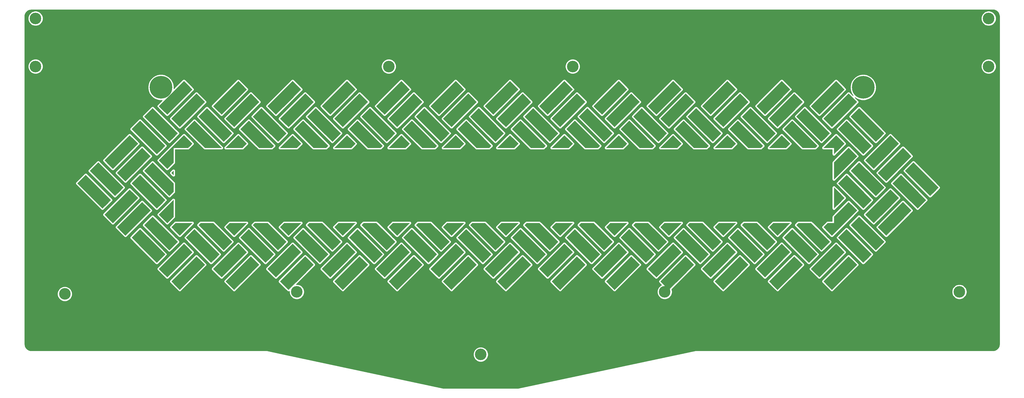
<source format=gbr>
G04 #@! TF.GenerationSoftware,KiCad,Pcbnew,(5.1.6)-1*
G04 #@! TF.CreationDate,2020-10-24T16:54:58-05:00*
G04 #@! TF.ProjectId,basketweave_bottom,6261736b-6574-4776-9561-76655f626f74,rev?*
G04 #@! TF.SameCoordinates,Original*
G04 #@! TF.FileFunction,Copper,L2,Bot*
G04 #@! TF.FilePolarity,Positive*
%FSLAX46Y46*%
G04 Gerber Fmt 4.6, Leading zero omitted, Abs format (unit mm)*
G04 Created by KiCad (PCBNEW (5.1.6)-1) date 2020-10-24 16:54:58*
%MOMM*%
%LPD*%
G01*
G04 APERTURE LIST*
G04 #@! TA.AperFunction,NonConductor*
%ADD10C,0.100000*%
G04 #@! TD*
G04 #@! TA.AperFunction,ComponentPad*
%ADD11C,4.400000*%
G04 #@! TD*
G04 #@! TA.AperFunction,ComponentPad*
%ADD12C,8.600000*%
G04 #@! TD*
G04 #@! TA.AperFunction,NonConductor*
%ADD13C,0.254000*%
G04 #@! TD*
G04 APERTURE END LIST*
D10*
G36*
X82550000Y-159543750D02*
G01*
X79375000Y-156368750D01*
X80962500Y-154781250D01*
X87312500Y-154781250D01*
X82550000Y-159543750D01*
G37*
X82550000Y-159543750D02*
X79375000Y-156368750D01*
X80962500Y-154781250D01*
X87312500Y-154781250D01*
X82550000Y-159543750D01*
G36*
X370681250Y-141287500D02*
G01*
X367506250Y-144462500D01*
X357981250Y-134937500D01*
X361156250Y-131762500D01*
X370681250Y-141287500D01*
G37*
X370681250Y-141287500D02*
X367506250Y-144462500D01*
X357981250Y-134937500D01*
X361156250Y-131762500D01*
X370681250Y-141287500D01*
G36*
X365918750Y-146050000D02*
G01*
X362743750Y-149225000D01*
X353218750Y-139700000D01*
X356393750Y-136525000D01*
X365918750Y-146050000D01*
G37*
X365918750Y-146050000D02*
X362743750Y-149225000D01*
X353218750Y-139700000D01*
X356393750Y-136525000D01*
X365918750Y-146050000D01*
G36*
X339725000Y-108743750D02*
G01*
X330200000Y-118268750D01*
X327025000Y-115093750D01*
X336550000Y-105568750D01*
X339725000Y-108743750D01*
G37*
X339725000Y-108743750D02*
X330200000Y-118268750D01*
X327025000Y-115093750D01*
X336550000Y-105568750D01*
X339725000Y-108743750D01*
G36*
X350043750Y-120650000D02*
G01*
X346868750Y-123825000D01*
X337343750Y-114300000D01*
X340518750Y-111125000D01*
X350043750Y-120650000D01*
G37*
X350043750Y-120650000D02*
X346868750Y-123825000D01*
X337343750Y-114300000D01*
X340518750Y-111125000D01*
X350043750Y-120650000D01*
G36*
X345281250Y-125412500D02*
G01*
X342106250Y-128587500D01*
X332581250Y-119062500D01*
X335756250Y-115887500D01*
X345281250Y-125412500D01*
G37*
X345281250Y-125412500D02*
X342106250Y-128587500D01*
X332581250Y-119062500D01*
X335756250Y-115887500D01*
X345281250Y-125412500D01*
G36*
X360362500Y-129381250D02*
G01*
X350837500Y-138906250D01*
X347662500Y-135731250D01*
X357187500Y-126206250D01*
X360362500Y-129381250D01*
G37*
X360362500Y-129381250D02*
X350837500Y-138906250D01*
X347662500Y-135731250D01*
X357187500Y-126206250D01*
X360362500Y-129381250D01*
G36*
X355600000Y-124618750D02*
G01*
X346075000Y-134143750D01*
X342900000Y-130968750D01*
X352425000Y-121443750D01*
X355600000Y-124618750D01*
G37*
X355600000Y-124618750D02*
X346075000Y-134143750D01*
X342900000Y-130968750D01*
X352425000Y-121443750D01*
X355600000Y-124618750D01*
G36*
X334962500Y-103981250D02*
G01*
X325437500Y-113506250D01*
X322262500Y-110331250D01*
X331787500Y-100806250D01*
X334962500Y-103981250D01*
G37*
X334962500Y-103981250D02*
X325437500Y-113506250D01*
X322262500Y-110331250D01*
X331787500Y-100806250D01*
X334962500Y-103981250D01*
G36*
X329406250Y-120650000D02*
G01*
X326231250Y-123825000D01*
X316706250Y-114300000D01*
X319881250Y-111125000D01*
X329406250Y-120650000D01*
G37*
X329406250Y-120650000D02*
X326231250Y-123825000D01*
X316706250Y-114300000D01*
X319881250Y-111125000D01*
X329406250Y-120650000D01*
G36*
X324643750Y-125412500D02*
G01*
X323850000Y-126206250D01*
X319087500Y-126206250D01*
X311943750Y-119062500D01*
X315118750Y-115887500D01*
X324643750Y-125412500D01*
G37*
X324643750Y-125412500D02*
X323850000Y-126206250D01*
X319087500Y-126206250D01*
X311943750Y-119062500D01*
X315118750Y-115887500D01*
X324643750Y-125412500D01*
G36*
X350043750Y-141287500D02*
G01*
X346868750Y-144462500D01*
X337343750Y-134937500D01*
X340518750Y-131762500D01*
X350043750Y-141287500D01*
G37*
X350043750Y-141287500D02*
X346868750Y-144462500D01*
X337343750Y-134937500D01*
X340518750Y-131762500D01*
X350043750Y-141287500D01*
G36*
X339725000Y-129381250D02*
G01*
X330993750Y-138112500D01*
X330993750Y-131762500D01*
X336550000Y-126206250D01*
X339725000Y-129381250D01*
G37*
X339725000Y-129381250D02*
X330993750Y-138112500D01*
X330993750Y-131762500D01*
X336550000Y-126206250D01*
X339725000Y-129381250D01*
G36*
X345281250Y-146050000D02*
G01*
X342106250Y-149225000D01*
X332581250Y-139700000D01*
X335756250Y-136525000D01*
X345281250Y-146050000D01*
G37*
X345281250Y-146050000D02*
X342106250Y-149225000D01*
X332581250Y-139700000D01*
X335756250Y-136525000D01*
X345281250Y-146050000D01*
G36*
X334962500Y-124618750D02*
G01*
X330993750Y-128587500D01*
X330993750Y-126206250D01*
X327025000Y-126206250D01*
X331787500Y-121443750D01*
X334962500Y-124618750D01*
G37*
X334962500Y-124618750D02*
X330993750Y-128587500D01*
X330993750Y-126206250D01*
X327025000Y-126206250D01*
X331787500Y-121443750D01*
X334962500Y-124618750D01*
G36*
X355600000Y-145256250D02*
G01*
X346075000Y-154781250D01*
X342900000Y-151606250D01*
X352425000Y-142081250D01*
X355600000Y-145256250D01*
G37*
X355600000Y-145256250D02*
X346075000Y-154781250D01*
X342900000Y-151606250D01*
X352425000Y-142081250D01*
X355600000Y-145256250D01*
G36*
X360362500Y-150018750D02*
G01*
X350837500Y-159543750D01*
X347662500Y-156368750D01*
X357187500Y-146843750D01*
X360362500Y-150018750D01*
G37*
X360362500Y-150018750D02*
X350837500Y-159543750D01*
X347662500Y-156368750D01*
X357187500Y-146843750D01*
X360362500Y-150018750D01*
G36*
X319087500Y-108743750D02*
G01*
X309562500Y-118268750D01*
X306387500Y-115093750D01*
X315912500Y-105568750D01*
X319087500Y-108743750D01*
G37*
X319087500Y-108743750D02*
X309562500Y-118268750D01*
X306387500Y-115093750D01*
X315912500Y-105568750D01*
X319087500Y-108743750D01*
G36*
X314325000Y-103981250D02*
G01*
X304800000Y-113506250D01*
X301625000Y-110331250D01*
X311150000Y-100806250D01*
X314325000Y-103981250D01*
G37*
X314325000Y-103981250D02*
X304800000Y-113506250D01*
X301625000Y-110331250D01*
X311150000Y-100806250D01*
X314325000Y-103981250D01*
G36*
X314325000Y-124618750D02*
G01*
X312737500Y-126206250D01*
X306387500Y-126206250D01*
X311150000Y-121443750D01*
X314325000Y-124618750D01*
G37*
X314325000Y-124618750D02*
X312737500Y-126206250D01*
X306387500Y-126206250D01*
X311150000Y-121443750D01*
X314325000Y-124618750D01*
G36*
X339725000Y-150018750D02*
G01*
X330200000Y-159543750D01*
X327025000Y-156368750D01*
X328612500Y-154781250D01*
X330993750Y-154781250D01*
X330993750Y-152400000D01*
X336550000Y-146843750D01*
X339725000Y-150018750D01*
G37*
X339725000Y-150018750D02*
X330200000Y-159543750D01*
X327025000Y-156368750D01*
X328612500Y-154781250D01*
X330993750Y-154781250D01*
X330993750Y-152400000D01*
X336550000Y-146843750D01*
X339725000Y-150018750D01*
G36*
X334962500Y-145256250D02*
G01*
X330993750Y-149225000D01*
X330993750Y-141287500D01*
X334962500Y-145256250D01*
G37*
X334962500Y-145256250D02*
X330993750Y-149225000D01*
X330993750Y-141287500D01*
X334962500Y-145256250D01*
G36*
X309562500Y-159543750D02*
G01*
X306387500Y-156368750D01*
X307975000Y-154781250D01*
X314325000Y-154781250D01*
X309562500Y-159543750D01*
G37*
X309562500Y-159543750D02*
X306387500Y-156368750D01*
X307975000Y-154781250D01*
X314325000Y-154781250D01*
X309562500Y-159543750D01*
G36*
X288925000Y-159543750D02*
G01*
X285750000Y-156368750D01*
X287337500Y-154781250D01*
X293687500Y-154781250D01*
X288925000Y-159543750D01*
G37*
X288925000Y-159543750D02*
X285750000Y-156368750D01*
X287337500Y-154781250D01*
X293687500Y-154781250D01*
X288925000Y-159543750D01*
G36*
X268287500Y-159543750D02*
G01*
X265112500Y-156368750D01*
X266700000Y-154781250D01*
X273050000Y-154781250D01*
X268287500Y-159543750D01*
G37*
X268287500Y-159543750D02*
X265112500Y-156368750D01*
X266700000Y-154781250D01*
X273050000Y-154781250D01*
X268287500Y-159543750D01*
G36*
X247650000Y-159543750D02*
G01*
X244475000Y-156368750D01*
X246062500Y-154781250D01*
X252412500Y-154781250D01*
X247650000Y-159543750D01*
G37*
X247650000Y-159543750D02*
X244475000Y-156368750D01*
X246062500Y-154781250D01*
X252412500Y-154781250D01*
X247650000Y-159543750D01*
G36*
X227012500Y-159543750D02*
G01*
X223837500Y-156368750D01*
X225425000Y-154781250D01*
X231775000Y-154781250D01*
X227012500Y-159543750D01*
G37*
X227012500Y-159543750D02*
X223837500Y-156368750D01*
X225425000Y-154781250D01*
X231775000Y-154781250D01*
X227012500Y-159543750D01*
G36*
X206375000Y-159543750D02*
G01*
X203200000Y-156368750D01*
X204787500Y-154781250D01*
X211137500Y-154781250D01*
X206375000Y-159543750D01*
G37*
X206375000Y-159543750D02*
X203200000Y-156368750D01*
X204787500Y-154781250D01*
X211137500Y-154781250D01*
X206375000Y-159543750D01*
G36*
X185737500Y-159543750D02*
G01*
X182562500Y-156368750D01*
X184150000Y-154781250D01*
X190500000Y-154781250D01*
X185737500Y-159543750D01*
G37*
X185737500Y-159543750D02*
X182562500Y-156368750D01*
X184150000Y-154781250D01*
X190500000Y-154781250D01*
X185737500Y-159543750D01*
G36*
X165100000Y-159543750D02*
G01*
X161925000Y-156368750D01*
X163512500Y-154781250D01*
X169862500Y-154781250D01*
X165100000Y-159543750D01*
G37*
X165100000Y-159543750D02*
X161925000Y-156368750D01*
X163512500Y-154781250D01*
X169862500Y-154781250D01*
X165100000Y-159543750D01*
G36*
X144462500Y-159543750D02*
G01*
X141287500Y-156368750D01*
X142875000Y-154781250D01*
X149225000Y-154781250D01*
X144462500Y-159543750D01*
G37*
X144462500Y-159543750D02*
X141287500Y-156368750D01*
X142875000Y-154781250D01*
X149225000Y-154781250D01*
X144462500Y-159543750D01*
G36*
X123825000Y-159543750D02*
G01*
X120650000Y-156368750D01*
X122237500Y-154781250D01*
X128587500Y-154781250D01*
X123825000Y-159543750D01*
G37*
X123825000Y-159543750D02*
X120650000Y-156368750D01*
X122237500Y-154781250D01*
X128587500Y-154781250D01*
X123825000Y-159543750D01*
G36*
X314325000Y-165893750D02*
G01*
X304800000Y-175418750D01*
X301625000Y-172243750D01*
X311150000Y-162718750D01*
X314325000Y-165893750D01*
G37*
X314325000Y-165893750D02*
X304800000Y-175418750D01*
X301625000Y-172243750D01*
X311150000Y-162718750D01*
X314325000Y-165893750D01*
G36*
X319087500Y-170656250D02*
G01*
X309562500Y-180181250D01*
X306387500Y-177006250D01*
X315912500Y-167481250D01*
X319087500Y-170656250D01*
G37*
X319087500Y-170656250D02*
X309562500Y-180181250D01*
X306387500Y-177006250D01*
X315912500Y-167481250D01*
X319087500Y-170656250D01*
G36*
X298450000Y-170656250D02*
G01*
X288925000Y-180181250D01*
X285750000Y-177006250D01*
X295275000Y-167481250D01*
X298450000Y-170656250D01*
G37*
X298450000Y-170656250D02*
X288925000Y-180181250D01*
X285750000Y-177006250D01*
X295275000Y-167481250D01*
X298450000Y-170656250D01*
G36*
X288131250Y-161925000D02*
G01*
X284956250Y-165100000D01*
X275431250Y-155575000D01*
X276225000Y-154781250D01*
X280987500Y-154781250D01*
X288131250Y-161925000D01*
G37*
X288131250Y-161925000D02*
X284956250Y-165100000D01*
X275431250Y-155575000D01*
X276225000Y-154781250D01*
X280987500Y-154781250D01*
X288131250Y-161925000D01*
G36*
X283368750Y-166687500D02*
G01*
X280193750Y-169862500D01*
X270668750Y-160337500D01*
X273843750Y-157162500D01*
X283368750Y-166687500D01*
G37*
X283368750Y-166687500D02*
X280193750Y-169862500D01*
X270668750Y-160337500D01*
X273843750Y-157162500D01*
X283368750Y-166687500D01*
G36*
X293687500Y-165893750D02*
G01*
X284162500Y-175418750D01*
X280987500Y-172243750D01*
X290512500Y-162718750D01*
X293687500Y-165893750D01*
G37*
X293687500Y-165893750D02*
X284162500Y-175418750D01*
X280987500Y-172243750D01*
X290512500Y-162718750D01*
X293687500Y-165893750D01*
G36*
X308768750Y-161925000D02*
G01*
X305593750Y-165100000D01*
X296068750Y-155575000D01*
X296862500Y-154781250D01*
X301625000Y-154781250D01*
X308768750Y-161925000D01*
G37*
X308768750Y-161925000D02*
X305593750Y-165100000D01*
X296068750Y-155575000D01*
X296862500Y-154781250D01*
X301625000Y-154781250D01*
X308768750Y-161925000D01*
G36*
X304006250Y-166687500D02*
G01*
X300831250Y-169862500D01*
X291306250Y-160337500D01*
X294481250Y-157162500D01*
X304006250Y-166687500D01*
G37*
X304006250Y-166687500D02*
X300831250Y-169862500D01*
X291306250Y-160337500D01*
X294481250Y-157162500D01*
X304006250Y-166687500D01*
G36*
X329406250Y-161925000D02*
G01*
X326231250Y-165100000D01*
X316706250Y-155575000D01*
X317500000Y-154781250D01*
X322262500Y-154781250D01*
X329406250Y-161925000D01*
G37*
X329406250Y-161925000D02*
X326231250Y-165100000D01*
X316706250Y-155575000D01*
X317500000Y-154781250D01*
X322262500Y-154781250D01*
X329406250Y-161925000D01*
G36*
X339725000Y-170656250D02*
G01*
X330200000Y-180181250D01*
X327025000Y-177006250D01*
X336550000Y-167481250D01*
X339725000Y-170656250D01*
G37*
X339725000Y-170656250D02*
X330200000Y-180181250D01*
X327025000Y-177006250D01*
X336550000Y-167481250D01*
X339725000Y-170656250D01*
G36*
X324643750Y-166687500D02*
G01*
X321468750Y-169862500D01*
X311943750Y-160337500D01*
X315118750Y-157162500D01*
X324643750Y-166687500D01*
G37*
X324643750Y-166687500D02*
X321468750Y-169862500D01*
X311943750Y-160337500D01*
X315118750Y-157162500D01*
X324643750Y-166687500D01*
G36*
X334962500Y-165893750D02*
G01*
X325437500Y-175418750D01*
X322262500Y-172243750D01*
X331787500Y-162718750D01*
X334962500Y-165893750D01*
G37*
X334962500Y-165893750D02*
X325437500Y-175418750D01*
X322262500Y-172243750D01*
X331787500Y-162718750D01*
X334962500Y-165893750D01*
G36*
X350043750Y-161925000D02*
G01*
X346868750Y-165100000D01*
X337343750Y-155575000D01*
X340518750Y-152400000D01*
X350043750Y-161925000D01*
G37*
X350043750Y-161925000D02*
X346868750Y-165100000D01*
X337343750Y-155575000D01*
X340518750Y-152400000D01*
X350043750Y-161925000D01*
G36*
X345281250Y-166687500D02*
G01*
X342106250Y-169862500D01*
X332581250Y-160337500D01*
X335756250Y-157162500D01*
X345281250Y-166687500D01*
G37*
X345281250Y-166687500D02*
X342106250Y-169862500D01*
X332581250Y-160337500D01*
X335756250Y-157162500D01*
X345281250Y-166687500D01*
G36*
X231774999Y-165893750D02*
G01*
X222250000Y-175418750D01*
X219075000Y-172243750D01*
X228599999Y-162718750D01*
X231774999Y-165893750D01*
G37*
X231774999Y-165893750D02*
X222250000Y-175418750D01*
X219075000Y-172243750D01*
X228599999Y-162718750D01*
X231774999Y-165893750D01*
G36*
X236537500Y-170656251D02*
G01*
X227012500Y-180181250D01*
X223837500Y-177006250D01*
X233362499Y-167481250D01*
X236537500Y-170656251D01*
G37*
X236537500Y-170656251D02*
X227012500Y-180181250D01*
X223837500Y-177006250D01*
X233362499Y-167481250D01*
X236537500Y-170656251D01*
G36*
X215900000Y-170656250D02*
G01*
X206375000Y-180181250D01*
X203200000Y-177006250D01*
X212725000Y-167481250D01*
X215900000Y-170656250D01*
G37*
X215900000Y-170656250D02*
X206375000Y-180181250D01*
X203200000Y-177006250D01*
X212725000Y-167481250D01*
X215900000Y-170656250D01*
G36*
X205581250Y-161925000D02*
G01*
X202406250Y-165100000D01*
X192881250Y-155575000D01*
X193675000Y-154781250D01*
X198437500Y-154781250D01*
X205581250Y-161925000D01*
G37*
X205581250Y-161925000D02*
X202406250Y-165100000D01*
X192881250Y-155575000D01*
X193675000Y-154781250D01*
X198437500Y-154781250D01*
X205581250Y-161925000D01*
G36*
X200818750Y-166687500D02*
G01*
X197643750Y-169862500D01*
X188118750Y-160337500D01*
X191293750Y-157162500D01*
X200818750Y-166687500D01*
G37*
X200818750Y-166687500D02*
X197643750Y-169862500D01*
X188118750Y-160337500D01*
X191293750Y-157162500D01*
X200818750Y-166687500D01*
G36*
X211137500Y-165893750D02*
G01*
X201612500Y-175418750D01*
X198437500Y-172243750D01*
X207962500Y-162718750D01*
X211137500Y-165893750D01*
G37*
X211137500Y-165893750D02*
X201612500Y-175418750D01*
X198437500Y-172243750D01*
X207962500Y-162718750D01*
X211137500Y-165893750D01*
G36*
X226218749Y-161925000D02*
G01*
X223043750Y-165100000D01*
X213518750Y-155575000D01*
X214312500Y-154781250D01*
X219075000Y-154781250D01*
X226218749Y-161925000D01*
G37*
X226218749Y-161925000D02*
X223043750Y-165100000D01*
X213518750Y-155575000D01*
X214312500Y-154781250D01*
X219075000Y-154781250D01*
X226218749Y-161925000D01*
G36*
X221456250Y-166687500D02*
G01*
X218281250Y-169862500D01*
X208756250Y-160337500D01*
X211931250Y-157162500D01*
X221456250Y-166687500D01*
G37*
X221456250Y-166687500D02*
X218281250Y-169862500D01*
X208756250Y-160337500D01*
X211931250Y-157162500D01*
X221456250Y-166687500D01*
G36*
X246856251Y-161925000D02*
G01*
X243681250Y-165100001D01*
X234156249Y-155575000D01*
X234950000Y-154781250D01*
X239712500Y-154781250D01*
X246856251Y-161925000D01*
G37*
X246856251Y-161925000D02*
X243681250Y-165100001D01*
X234156249Y-155575000D01*
X234950000Y-154781250D01*
X239712500Y-154781250D01*
X246856251Y-161925000D01*
G36*
X257175000Y-170656250D02*
G01*
X247650000Y-180181250D01*
X244475000Y-177006250D01*
X254000001Y-167481250D01*
X257175000Y-170656250D01*
G37*
X257175000Y-170656250D02*
X247650000Y-180181250D01*
X244475000Y-177006250D01*
X254000001Y-167481250D01*
X257175000Y-170656250D01*
G36*
X242093750Y-166687501D02*
G01*
X238918750Y-169862501D01*
X229393749Y-160337500D01*
X232568749Y-157162500D01*
X242093750Y-166687501D01*
G37*
X242093750Y-166687501D02*
X238918750Y-169862501D01*
X229393749Y-160337500D01*
X232568749Y-157162500D01*
X242093750Y-166687501D01*
G36*
X252412501Y-165893750D02*
G01*
X242887500Y-175418751D01*
X239712500Y-172243751D01*
X249237501Y-162718750D01*
X252412501Y-165893750D01*
G37*
X252412501Y-165893750D02*
X242887500Y-175418751D01*
X239712500Y-172243751D01*
X249237501Y-162718750D01*
X252412501Y-165893750D01*
G36*
X273050000Y-165893750D02*
G01*
X263525000Y-175418750D01*
X260350000Y-172243750D01*
X269875000Y-162718750D01*
X273050000Y-165893750D01*
G37*
X273050000Y-165893750D02*
X263525000Y-175418750D01*
X260350000Y-172243750D01*
X269875000Y-162718750D01*
X273050000Y-165893750D01*
G36*
X277812500Y-170656250D02*
G01*
X268287500Y-180181250D01*
X265112500Y-177006250D01*
X274637500Y-167481250D01*
X277812500Y-170656250D01*
G37*
X277812500Y-170656250D02*
X268287500Y-180181250D01*
X265112500Y-177006250D01*
X274637500Y-167481250D01*
X277812500Y-170656250D01*
G36*
X267493750Y-161925000D02*
G01*
X264318750Y-165100000D01*
X254793751Y-155575000D01*
X255587500Y-154781250D01*
X260350000Y-154781250D01*
X267493750Y-161925000D01*
G37*
X267493750Y-161925000D02*
X264318750Y-165100000D01*
X254793751Y-155575000D01*
X255587500Y-154781250D01*
X260350000Y-154781250D01*
X267493750Y-161925000D01*
G36*
X262731250Y-166687500D02*
G01*
X259556250Y-169862500D01*
X250031251Y-160337500D01*
X253206251Y-157162500D01*
X262731250Y-166687500D01*
G37*
X262731250Y-166687500D02*
X259556250Y-169862500D01*
X250031251Y-160337500D01*
X253206251Y-157162500D01*
X262731250Y-166687500D01*
G36*
X149225000Y-165893750D02*
G01*
X139700000Y-175418750D01*
X136525000Y-172243750D01*
X146050000Y-162718750D01*
X149225000Y-165893750D01*
G37*
X149225000Y-165893750D02*
X139700000Y-175418750D01*
X136525000Y-172243750D01*
X146050000Y-162718750D01*
X149225000Y-165893750D01*
G36*
X153987500Y-170656250D02*
G01*
X144462500Y-180181250D01*
X141287500Y-177006250D01*
X150812500Y-167481250D01*
X153987500Y-170656250D01*
G37*
X153987500Y-170656250D02*
X144462500Y-180181250D01*
X141287500Y-177006250D01*
X150812500Y-167481250D01*
X153987500Y-170656250D01*
G36*
X133350000Y-170656250D02*
G01*
X123825000Y-180181250D01*
X120650000Y-177006250D01*
X130175000Y-167481250D01*
X133350000Y-170656250D01*
G37*
X133350000Y-170656250D02*
X123825000Y-180181250D01*
X120650000Y-177006250D01*
X130175000Y-167481250D01*
X133350000Y-170656250D01*
G36*
X123031250Y-161925000D02*
G01*
X119856250Y-165100000D01*
X110331250Y-155575000D01*
X111125000Y-154781250D01*
X115887500Y-154781250D01*
X123031250Y-161925000D01*
G37*
X123031250Y-161925000D02*
X119856250Y-165100000D01*
X110331250Y-155575000D01*
X111125000Y-154781250D01*
X115887500Y-154781250D01*
X123031250Y-161925000D01*
G36*
X118268750Y-166687500D02*
G01*
X115093750Y-169862500D01*
X105568750Y-160337500D01*
X108743750Y-157162500D01*
X118268750Y-166687500D01*
G37*
X118268750Y-166687500D02*
X115093750Y-169862500D01*
X105568750Y-160337500D01*
X108743750Y-157162500D01*
X118268750Y-166687500D01*
G36*
X128587500Y-165893750D02*
G01*
X119062500Y-175418750D01*
X115887500Y-172243750D01*
X125412500Y-162718750D01*
X128587500Y-165893750D01*
G37*
X128587500Y-165893750D02*
X119062500Y-175418750D01*
X115887500Y-172243750D01*
X125412500Y-162718750D01*
X128587500Y-165893750D01*
G36*
X143668750Y-161925000D02*
G01*
X140493750Y-165100000D01*
X130968750Y-155575000D01*
X131762500Y-154781250D01*
X136525000Y-154781250D01*
X143668750Y-161925000D01*
G37*
X143668750Y-161925000D02*
X140493750Y-165100000D01*
X130968750Y-155575000D01*
X131762500Y-154781250D01*
X136525000Y-154781250D01*
X143668750Y-161925000D01*
G36*
X138906250Y-166687500D02*
G01*
X135731250Y-169862500D01*
X126206250Y-160337500D01*
X129381250Y-157162500D01*
X138906250Y-166687500D01*
G37*
X138906250Y-166687500D02*
X135731250Y-169862500D01*
X126206250Y-160337500D01*
X129381250Y-157162500D01*
X138906250Y-166687500D01*
G36*
X164306250Y-161925000D02*
G01*
X161131250Y-165100000D01*
X151606250Y-155575000D01*
X152400000Y-154781250D01*
X157162500Y-154781250D01*
X164306250Y-161925000D01*
G37*
X164306250Y-161925000D02*
X161131250Y-165100000D01*
X151606250Y-155575000D01*
X152400000Y-154781250D01*
X157162500Y-154781250D01*
X164306250Y-161925000D01*
G36*
X174625000Y-170656250D02*
G01*
X165100000Y-180181250D01*
X161925000Y-177006250D01*
X171450000Y-167481250D01*
X174625000Y-170656250D01*
G37*
X174625000Y-170656250D02*
X165100000Y-180181250D01*
X161925000Y-177006250D01*
X171450000Y-167481250D01*
X174625000Y-170656250D01*
G36*
X159543750Y-166687500D02*
G01*
X156368750Y-169862500D01*
X146843750Y-160337500D01*
X150018750Y-157162500D01*
X159543750Y-166687500D01*
G37*
X159543750Y-166687500D02*
X156368750Y-169862500D01*
X146843750Y-160337500D01*
X150018750Y-157162500D01*
X159543750Y-166687500D01*
G36*
X169862500Y-165893750D02*
G01*
X160337500Y-175418750D01*
X157162500Y-172243750D01*
X166687500Y-162718750D01*
X169862500Y-165893750D01*
G37*
X169862500Y-165893750D02*
X160337500Y-175418750D01*
X157162500Y-172243750D01*
X166687500Y-162718750D01*
X169862500Y-165893750D01*
G36*
X190500000Y-165893750D02*
G01*
X180975000Y-175418750D01*
X177800000Y-172243750D01*
X187325000Y-162718750D01*
X190500000Y-165893750D01*
G37*
X190500000Y-165893750D02*
X180975000Y-175418750D01*
X177800000Y-172243750D01*
X187325000Y-162718750D01*
X190500000Y-165893750D01*
G36*
X195262500Y-170656250D02*
G01*
X185737500Y-180181250D01*
X182562500Y-177006250D01*
X192087500Y-167481250D01*
X195262500Y-170656250D01*
G37*
X195262500Y-170656250D02*
X185737500Y-180181250D01*
X182562500Y-177006250D01*
X192087500Y-167481250D01*
X195262500Y-170656250D01*
G36*
X184943750Y-161925000D02*
G01*
X181768750Y-165100000D01*
X172243750Y-155575000D01*
X173037500Y-154781250D01*
X177800000Y-154781250D01*
X184943750Y-161925000D01*
G37*
X184943750Y-161925000D02*
X181768750Y-165100000D01*
X172243750Y-155575000D01*
X173037500Y-154781250D01*
X177800000Y-154781250D01*
X184943750Y-161925000D01*
G36*
X180181250Y-166687500D02*
G01*
X177006250Y-169862500D01*
X167481250Y-160337500D01*
X170656250Y-157162500D01*
X180181250Y-166687500D01*
G37*
X180181250Y-166687500D02*
X177006250Y-169862500D01*
X167481250Y-160337500D01*
X170656250Y-157162500D01*
X180181250Y-166687500D01*
G36*
X231774999Y-124618750D02*
G01*
X230981249Y-125412500D01*
X230187500Y-126206250D01*
X223837500Y-126206250D01*
X228599999Y-121443750D01*
X231774999Y-124618750D01*
G37*
X231774999Y-124618750D02*
X230981249Y-125412500D01*
X230187500Y-126206250D01*
X223837500Y-126206250D01*
X228599999Y-121443750D01*
X231774999Y-124618750D01*
G36*
X236537500Y-108743749D02*
G01*
X227012499Y-118268750D01*
X223837500Y-115093750D01*
X233362500Y-105568749D01*
X236537500Y-108743749D01*
G37*
X236537500Y-108743749D02*
X227012499Y-118268750D01*
X223837500Y-115093750D01*
X233362500Y-105568749D01*
X236537500Y-108743749D01*
G36*
X211137500Y-103981250D02*
G01*
X201612500Y-113506250D01*
X198437500Y-110331250D01*
X207962500Y-100806250D01*
X211137500Y-103981250D01*
G37*
X211137500Y-103981250D02*
X201612500Y-113506250D01*
X198437500Y-110331250D01*
X207962500Y-100806250D01*
X211137500Y-103981250D01*
G36*
X231775000Y-103981249D02*
G01*
X222250000Y-113506250D01*
X219075000Y-110331250D01*
X228600000Y-100806250D01*
X231775000Y-103981249D01*
G37*
X231775000Y-103981249D02*
X222250000Y-113506250D01*
X219075000Y-110331250D01*
X228600000Y-100806250D01*
X231775000Y-103981249D01*
G36*
X215900000Y-108743750D02*
G01*
X206375000Y-118268750D01*
X203200000Y-115093750D01*
X212725000Y-105568750D01*
X215900000Y-108743750D01*
G37*
X215900000Y-108743750D02*
X206375000Y-118268750D01*
X203200000Y-115093750D01*
X212725000Y-105568750D01*
X215900000Y-108743750D01*
G36*
X205581250Y-120650000D02*
G01*
X202406250Y-123825000D01*
X192881250Y-114300000D01*
X196056250Y-111125000D01*
X205581250Y-120650000D01*
G37*
X205581250Y-120650000D02*
X202406250Y-123825000D01*
X192881250Y-114300000D01*
X196056250Y-111125000D01*
X205581250Y-120650000D01*
G36*
X200818750Y-125412500D02*
G01*
X200025000Y-126206250D01*
X195262500Y-126206250D01*
X188118750Y-119062500D01*
X191293750Y-115887500D01*
X200818750Y-125412500D01*
G37*
X200818750Y-125412500D02*
X200025000Y-126206250D01*
X195262500Y-126206250D01*
X188118750Y-119062500D01*
X191293750Y-115887500D01*
X200818750Y-125412500D01*
G36*
X211137500Y-124618750D02*
G01*
X209550000Y-126206250D01*
X203200000Y-126206250D01*
X207962500Y-121443750D01*
X211137500Y-124618750D01*
G37*
X211137500Y-124618750D02*
X209550000Y-126206250D01*
X203200000Y-126206250D01*
X207962500Y-121443750D01*
X211137500Y-124618750D01*
G36*
X308768750Y-120650000D02*
G01*
X305593750Y-123825000D01*
X296068750Y-114300000D01*
X299243750Y-111125000D01*
X308768750Y-120650000D01*
G37*
X308768750Y-120650000D02*
X305593750Y-123825000D01*
X296068750Y-114300000D01*
X299243750Y-111125000D01*
X308768750Y-120650000D01*
G36*
X304006250Y-125412500D02*
G01*
X303212500Y-126206250D01*
X298450000Y-126206250D01*
X291306250Y-119062500D01*
X294481250Y-115887500D01*
X304006250Y-125412500D01*
G37*
X304006250Y-125412500D02*
X303212500Y-126206250D01*
X298450000Y-126206250D01*
X291306250Y-119062500D01*
X294481250Y-115887500D01*
X304006250Y-125412500D01*
G36*
X226218749Y-120650000D02*
G01*
X223043750Y-123825000D01*
X213518750Y-114300000D01*
X216693750Y-111125000D01*
X226218749Y-120650000D01*
G37*
X226218749Y-120650000D02*
X223043750Y-123825000D01*
X213518750Y-114300000D01*
X216693750Y-111125000D01*
X226218749Y-120650000D01*
G36*
X221456250Y-125412500D02*
G01*
X220662500Y-126206250D01*
X215900000Y-126206250D01*
X208756250Y-119062500D01*
X211931250Y-115887500D01*
X221456250Y-125412500D01*
G37*
X221456250Y-125412500D02*
X220662500Y-126206250D01*
X215900000Y-126206250D01*
X208756250Y-119062500D01*
X211931250Y-115887500D01*
X221456250Y-125412500D01*
G36*
X246856251Y-120650000D02*
G01*
X243681250Y-123825001D01*
X234156249Y-114300000D01*
X237331250Y-111124999D01*
X246856251Y-120650000D01*
G37*
X246856251Y-120650000D02*
X243681250Y-123825001D01*
X234156249Y-114300000D01*
X237331250Y-111124999D01*
X246856251Y-120650000D01*
G36*
X277812500Y-108743750D02*
G01*
X268287500Y-118268750D01*
X265112500Y-115093750D01*
X274637500Y-105568750D01*
X277812500Y-108743750D01*
G37*
X277812500Y-108743750D02*
X268287500Y-118268750D01*
X265112500Y-115093750D01*
X274637500Y-105568750D01*
X277812500Y-108743750D01*
G36*
X293687500Y-103981250D02*
G01*
X284162500Y-113506250D01*
X280987500Y-110331250D01*
X290512500Y-100806250D01*
X293687500Y-103981250D01*
G37*
X293687500Y-103981250D02*
X284162500Y-113506250D01*
X280987500Y-110331250D01*
X290512500Y-100806250D01*
X293687500Y-103981250D01*
G36*
X242093750Y-125412501D02*
G01*
X241300000Y-126206250D01*
X236537500Y-126206251D01*
X229393749Y-119062500D01*
X232568749Y-115887500D01*
X242093750Y-125412501D01*
G37*
X242093750Y-125412501D02*
X241300000Y-126206250D01*
X236537500Y-126206251D01*
X229393749Y-119062500D01*
X232568749Y-115887500D01*
X242093750Y-125412501D01*
G36*
X252412501Y-124618750D02*
G01*
X250825000Y-126206250D01*
X244475000Y-126206250D01*
X249237501Y-121443750D01*
X252412501Y-124618750D01*
G37*
X252412501Y-124618750D02*
X250825000Y-126206250D01*
X244475000Y-126206250D01*
X249237501Y-121443750D01*
X252412501Y-124618750D01*
G36*
X252412500Y-103981249D02*
G01*
X242887500Y-113506249D01*
X239712500Y-110331249D01*
X249237500Y-100806250D01*
X252412500Y-103981249D01*
G37*
X252412500Y-103981249D02*
X242887500Y-113506249D01*
X239712500Y-110331249D01*
X249237500Y-100806250D01*
X252412500Y-103981249D01*
G36*
X273050000Y-103981250D02*
G01*
X263525000Y-113506250D01*
X260350000Y-110331250D01*
X269875000Y-100806250D01*
X273050000Y-103981250D01*
G37*
X273050000Y-103981250D02*
X263525000Y-113506250D01*
X260350000Y-110331250D01*
X269875000Y-100806250D01*
X273050000Y-103981250D01*
G36*
X283368750Y-125412500D02*
G01*
X282575000Y-126206250D01*
X277812500Y-126206250D01*
X270668750Y-119062500D01*
X273843750Y-115887500D01*
X283368750Y-125412500D01*
G37*
X283368750Y-125412500D02*
X282575000Y-126206250D01*
X277812500Y-126206250D01*
X270668750Y-119062500D01*
X273843750Y-115887500D01*
X283368750Y-125412500D01*
G36*
X288131250Y-120650000D02*
G01*
X284956250Y-123825000D01*
X275431250Y-114300000D01*
X278606250Y-111125000D01*
X288131250Y-120650000D01*
G37*
X288131250Y-120650000D02*
X284956250Y-123825000D01*
X275431250Y-114300000D01*
X278606250Y-111125000D01*
X288131250Y-120650000D01*
G36*
X257175000Y-108743750D02*
G01*
X247650001Y-118268750D01*
X244475000Y-115093749D01*
X254000000Y-105568749D01*
X257175000Y-108743750D01*
G37*
X257175000Y-108743750D02*
X247650001Y-118268750D01*
X244475000Y-115093749D01*
X254000000Y-105568749D01*
X257175000Y-108743750D01*
G36*
X298450000Y-108743750D02*
G01*
X288925000Y-118268750D01*
X285750000Y-115093750D01*
X295275000Y-105568750D01*
X298450000Y-108743750D01*
G37*
X298450000Y-108743750D02*
X288925000Y-118268750D01*
X285750000Y-115093750D01*
X295275000Y-105568750D01*
X298450000Y-108743750D01*
G36*
X273050000Y-124618750D02*
G01*
X271462500Y-126206250D01*
X265112500Y-126206250D01*
X269875000Y-121443750D01*
X273050000Y-124618750D01*
G37*
X273050000Y-124618750D02*
X271462500Y-126206250D01*
X265112500Y-126206250D01*
X269875000Y-121443750D01*
X273050000Y-124618750D01*
G36*
X293687500Y-124618750D02*
G01*
X292100000Y-126206250D01*
X285750000Y-126206250D01*
X290512500Y-121443750D01*
X293687500Y-124618750D01*
G37*
X293687500Y-124618750D02*
X292100000Y-126206250D01*
X285750000Y-126206250D01*
X290512500Y-121443750D01*
X293687500Y-124618750D01*
G36*
X267493750Y-120650000D02*
G01*
X264318750Y-123825000D01*
X254793751Y-114300000D01*
X257968750Y-111125000D01*
X267493750Y-120650000D01*
G37*
X267493750Y-120650000D02*
X264318750Y-123825000D01*
X254793751Y-114300000D01*
X257968750Y-111125000D01*
X267493750Y-120650000D01*
G36*
X262731250Y-125412500D02*
G01*
X261937500Y-126206250D01*
X257175001Y-126206250D01*
X250031251Y-119062500D01*
X253206251Y-115887500D01*
X262731250Y-125412500D01*
G37*
X262731250Y-125412500D02*
X261937500Y-126206250D01*
X257175001Y-126206250D01*
X250031251Y-119062500D01*
X253206251Y-115887500D01*
X262731250Y-125412500D01*
G36*
X107950000Y-165893750D02*
G01*
X98425000Y-175418750D01*
X95250000Y-172243750D01*
X104775000Y-162718750D01*
X107950000Y-165893750D01*
G37*
X107950000Y-165893750D02*
X98425000Y-175418750D01*
X95250000Y-172243750D01*
X104775000Y-162718750D01*
X107950000Y-165893750D01*
G36*
X112712500Y-170656250D02*
G01*
X103187500Y-180181250D01*
X100012500Y-177006250D01*
X109537500Y-167481250D01*
X112712500Y-170656250D01*
G37*
X112712500Y-170656250D02*
X103187500Y-180181250D01*
X100012500Y-177006250D01*
X109537500Y-167481250D01*
X112712500Y-170656250D01*
G36*
X103187500Y-159543750D02*
G01*
X100012500Y-156368750D01*
X101600000Y-154781250D01*
X107950000Y-154781250D01*
X103187500Y-159543750D01*
G37*
X103187500Y-159543750D02*
X100012500Y-156368750D01*
X101600000Y-154781250D01*
X107950000Y-154781250D01*
X103187500Y-159543750D01*
G36*
X80168750Y-152400000D02*
G01*
X77787500Y-154781250D01*
X74612500Y-151606250D01*
X80168750Y-146050000D01*
X80168750Y-152400000D01*
G37*
X80168750Y-152400000D02*
X77787500Y-154781250D01*
X74612500Y-151606250D01*
X80168750Y-146050000D01*
X80168750Y-152400000D01*
G36*
X92075000Y-170656250D02*
G01*
X82550000Y-180181250D01*
X79375000Y-177006250D01*
X88900000Y-167481250D01*
X92075000Y-170656250D01*
G37*
X92075000Y-170656250D02*
X82550000Y-180181250D01*
X79375000Y-177006250D01*
X88900000Y-167481250D01*
X92075000Y-170656250D01*
G36*
X87312500Y-165893750D02*
G01*
X77787500Y-175418750D01*
X74612500Y-172243750D01*
X84137500Y-162718750D01*
X87312500Y-165893750D01*
G37*
X87312500Y-165893750D02*
X77787500Y-175418750D01*
X74612500Y-172243750D01*
X84137500Y-162718750D01*
X87312500Y-165893750D01*
G36*
X97631250Y-166687500D02*
G01*
X94456250Y-169862500D01*
X84931250Y-160337500D01*
X88106250Y-157162500D01*
X97631250Y-166687500D01*
G37*
X97631250Y-166687500D02*
X94456250Y-169862500D01*
X84931250Y-160337500D01*
X88106250Y-157162500D01*
X97631250Y-166687500D01*
G36*
X102393750Y-161925000D02*
G01*
X99218750Y-165100000D01*
X89693750Y-155575000D01*
X90487500Y-154781250D01*
X95250000Y-154781250D01*
X102393750Y-161925000D01*
G37*
X102393750Y-161925000D02*
X99218750Y-165100000D01*
X89693750Y-155575000D01*
X90487500Y-154781250D01*
X95250000Y-154781250D01*
X102393750Y-161925000D01*
G36*
X76993750Y-166687500D02*
G01*
X73818750Y-169862500D01*
X64293751Y-160337500D01*
X67468750Y-157162500D01*
X76993750Y-166687500D01*
G37*
X76993750Y-166687500D02*
X73818750Y-169862500D01*
X64293751Y-160337500D01*
X67468750Y-157162500D01*
X76993750Y-166687500D01*
G36*
X81756250Y-161925000D02*
G01*
X78581250Y-165100000D01*
X69056250Y-155575000D01*
X72231250Y-152400000D01*
X81756250Y-161925000D01*
G37*
X81756250Y-161925000D02*
X78581250Y-165100000D01*
X69056250Y-155575000D01*
X72231250Y-152400000D01*
X81756250Y-161925000D01*
G36*
X71437500Y-150018750D02*
G01*
X61912500Y-159543750D01*
X58737500Y-156368750D01*
X68262500Y-146843750D01*
X71437500Y-150018750D01*
G37*
X71437500Y-150018750D02*
X61912500Y-159543750D01*
X58737500Y-156368750D01*
X68262500Y-146843750D01*
X71437500Y-150018750D01*
G36*
X66675000Y-124618750D02*
G01*
X57150000Y-134143750D01*
X53975000Y-130968750D01*
X63500000Y-121443750D01*
X66675000Y-124618750D01*
G37*
X66675000Y-124618750D02*
X57150000Y-134143750D01*
X53975000Y-130968750D01*
X63500000Y-121443750D01*
X66675000Y-124618750D01*
G36*
X71437500Y-129381250D02*
G01*
X61912500Y-138906250D01*
X58737500Y-135731250D01*
X68262500Y-126206250D01*
X71437500Y-129381250D01*
G37*
X71437500Y-129381250D02*
X61912500Y-138906250D01*
X58737500Y-135731250D01*
X68262500Y-126206250D01*
X71437500Y-129381250D01*
G36*
X61118750Y-141287500D02*
G01*
X57943750Y-144462500D01*
X48418750Y-134937500D01*
X51593750Y-131762500D01*
X61118750Y-141287500D01*
G37*
X61118750Y-141287500D02*
X57943750Y-144462500D01*
X48418750Y-134937500D01*
X51593750Y-131762500D01*
X61118750Y-141287500D01*
G36*
X56356250Y-146050000D02*
G01*
X53181250Y-149225000D01*
X43656250Y-139700000D01*
X46831250Y-136525000D01*
X56356250Y-146050000D01*
G37*
X56356250Y-146050000D02*
X53181250Y-149225000D01*
X43656250Y-139700000D01*
X46831250Y-136525000D01*
X56356250Y-146050000D01*
G36*
X66675000Y-145256250D02*
G01*
X57150000Y-154781250D01*
X53975000Y-151606250D01*
X63500000Y-142081250D01*
X66675000Y-145256250D01*
G37*
X66675000Y-145256250D02*
X57150000Y-154781250D01*
X53975000Y-151606250D01*
X63500000Y-142081250D01*
X66675000Y-145256250D01*
G36*
X80168750Y-139700000D02*
G01*
X80168750Y-142875000D01*
X78581250Y-144462500D01*
X69056250Y-134937500D01*
X72231250Y-131762500D01*
X80168750Y-139700000D01*
G37*
X80168750Y-139700000D02*
X80168750Y-142875000D01*
X78581250Y-144462500D01*
X69056250Y-134937500D01*
X72231250Y-131762500D01*
X80168750Y-139700000D01*
G36*
X76993750Y-146050000D02*
G01*
X73818750Y-149225000D01*
X64293750Y-139700000D01*
X67468750Y-136525000D01*
X76993750Y-146050000D01*
G37*
X76993750Y-146050000D02*
X73818750Y-149225000D01*
X64293750Y-139700000D01*
X67468750Y-136525000D01*
X76993750Y-146050000D01*
G36*
X164306250Y-120650000D02*
G01*
X161131250Y-123825000D01*
X151606250Y-114300000D01*
X154781250Y-111125000D01*
X164306250Y-120650000D01*
G37*
X164306250Y-120650000D02*
X161131250Y-123825000D01*
X151606250Y-114300000D01*
X154781250Y-111125000D01*
X164306250Y-120650000D01*
G36*
X195262500Y-108743750D02*
G01*
X185737500Y-118268750D01*
X182562500Y-115093750D01*
X192087500Y-105568750D01*
X195262500Y-108743750D01*
G37*
X195262500Y-108743750D02*
X185737500Y-118268750D01*
X182562500Y-115093750D01*
X192087500Y-105568750D01*
X195262500Y-108743750D01*
G36*
X159543750Y-125412500D02*
G01*
X158750000Y-126206250D01*
X153987500Y-126206250D01*
X146843750Y-119062500D01*
X150018750Y-115887500D01*
X159543750Y-125412500D01*
G37*
X159543750Y-125412500D02*
X158750000Y-126206250D01*
X153987500Y-126206250D01*
X146843750Y-119062500D01*
X150018750Y-115887500D01*
X159543750Y-125412500D01*
G36*
X169862500Y-124618750D02*
G01*
X168275000Y-126206250D01*
X161925000Y-126206250D01*
X166687500Y-121443750D01*
X169862500Y-124618750D01*
G37*
X169862500Y-124618750D02*
X168275000Y-126206250D01*
X161925000Y-126206250D01*
X166687500Y-121443750D01*
X169862500Y-124618750D01*
G36*
X169862500Y-103981250D02*
G01*
X160337500Y-113506250D01*
X157162500Y-110331250D01*
X166687500Y-100806250D01*
X169862500Y-103981250D01*
G37*
X169862500Y-103981250D02*
X160337500Y-113506250D01*
X157162500Y-110331250D01*
X166687500Y-100806250D01*
X169862500Y-103981250D01*
G36*
X190500000Y-103981250D02*
G01*
X180975000Y-113506250D01*
X177800000Y-110331250D01*
X187325000Y-100806250D01*
X190500000Y-103981250D01*
G37*
X190500000Y-103981250D02*
X180975000Y-113506250D01*
X177800000Y-110331250D01*
X187325000Y-100806250D01*
X190500000Y-103981250D01*
G36*
X174625000Y-108743750D02*
G01*
X165100000Y-118268750D01*
X161925000Y-115093750D01*
X171450000Y-105568750D01*
X174625000Y-108743750D01*
G37*
X174625000Y-108743750D02*
X165100000Y-118268750D01*
X161925000Y-115093750D01*
X171450000Y-105568750D01*
X174625000Y-108743750D01*
G36*
X190500000Y-124618750D02*
G01*
X188912500Y-126206250D01*
X182562500Y-126206250D01*
X187325000Y-121443750D01*
X190500000Y-124618750D01*
G37*
X190500000Y-124618750D02*
X188912500Y-126206250D01*
X182562500Y-126206250D01*
X187325000Y-121443750D01*
X190500000Y-124618750D01*
G36*
X184943750Y-120650000D02*
G01*
X181768750Y-123825000D01*
X172243750Y-114300000D01*
X175418750Y-111125000D01*
X184943750Y-120650000D01*
G37*
X184943750Y-120650000D02*
X181768750Y-123825000D01*
X172243750Y-114300000D01*
X175418750Y-111125000D01*
X184943750Y-120650000D01*
G36*
X180181250Y-125412500D02*
G01*
X179387500Y-126206250D01*
X174625000Y-126206250D01*
X167481250Y-119062500D01*
X170656250Y-115887500D01*
X180181250Y-125412500D01*
G37*
X180181250Y-125412500D02*
X179387500Y-126206250D01*
X174625000Y-126206250D01*
X167481250Y-119062500D01*
X170656250Y-115887500D01*
X180181250Y-125412500D01*
G36*
X123031250Y-120650000D02*
G01*
X119856250Y-123825000D01*
X110331250Y-114300000D01*
X113506250Y-111125000D01*
X123031250Y-120650000D01*
G37*
X123031250Y-120650000D02*
X119856250Y-123825000D01*
X110331250Y-114300000D01*
X113506250Y-111125000D01*
X123031250Y-120650000D01*
G36*
X153987500Y-108743750D02*
G01*
X144462500Y-118268750D01*
X141287500Y-115093750D01*
X150812500Y-105568750D01*
X153987500Y-108743750D01*
G37*
X153987500Y-108743750D02*
X144462500Y-118268750D01*
X141287500Y-115093750D01*
X150812500Y-105568750D01*
X153987500Y-108743750D01*
G36*
X118268750Y-125412500D02*
G01*
X117475000Y-126206250D01*
X112712500Y-126206250D01*
X105568750Y-119062500D01*
X108743750Y-115887500D01*
X118268750Y-125412500D01*
G37*
X118268750Y-125412500D02*
X117475000Y-126206250D01*
X112712500Y-126206250D01*
X105568750Y-119062500D01*
X108743750Y-115887500D01*
X118268750Y-125412500D01*
G36*
X128587500Y-124618750D02*
G01*
X127000000Y-126206250D01*
X120650000Y-126206250D01*
X125412500Y-121443750D01*
X128587500Y-124618750D01*
G37*
X128587500Y-124618750D02*
X127000000Y-126206250D01*
X120650000Y-126206250D01*
X125412500Y-121443750D01*
X128587500Y-124618750D01*
G36*
X128587500Y-103981250D02*
G01*
X119062500Y-113506250D01*
X115887500Y-110331250D01*
X125412500Y-100806250D01*
X128587500Y-103981250D01*
G37*
X128587500Y-103981250D02*
X119062500Y-113506250D01*
X115887500Y-110331250D01*
X125412500Y-100806250D01*
X128587500Y-103981250D01*
G36*
X149225000Y-103981250D02*
G01*
X139700000Y-113506250D01*
X136525000Y-110331250D01*
X146050000Y-100806250D01*
X149225000Y-103981250D01*
G37*
X149225000Y-103981250D02*
X139700000Y-113506250D01*
X136525000Y-110331250D01*
X146050000Y-100806250D01*
X149225000Y-103981250D01*
G36*
X133350000Y-108743750D02*
G01*
X123825000Y-118268750D01*
X120650000Y-115093750D01*
X130175000Y-105568750D01*
X133350000Y-108743750D01*
G37*
X133350000Y-108743750D02*
X123825000Y-118268750D01*
X120650000Y-115093750D01*
X130175000Y-105568750D01*
X133350000Y-108743750D01*
G36*
X149225000Y-124618750D02*
G01*
X147637500Y-126206250D01*
X141287500Y-126206250D01*
X146050000Y-121443750D01*
X149225000Y-124618750D01*
G37*
X149225000Y-124618750D02*
X147637500Y-126206250D01*
X141287500Y-126206250D01*
X146050000Y-121443750D01*
X149225000Y-124618750D01*
G36*
X143668750Y-120650000D02*
G01*
X140493750Y-123825000D01*
X130968750Y-114300000D01*
X134143750Y-111125000D01*
X143668750Y-120650000D01*
G37*
X143668750Y-120650000D02*
X140493750Y-123825000D01*
X130968750Y-114300000D01*
X134143750Y-111125000D01*
X143668750Y-120650000D01*
G36*
X138906250Y-125412500D02*
G01*
X138112500Y-126206250D01*
X133350000Y-126206250D01*
X126206250Y-119062500D01*
X129381250Y-115887500D01*
X138906250Y-125412500D01*
G37*
X138906250Y-125412500D02*
X138112500Y-126206250D01*
X133350000Y-126206250D01*
X126206250Y-119062500D01*
X129381250Y-115887500D01*
X138906250Y-125412500D01*
G36*
X81756250Y-120650000D02*
G01*
X78581250Y-123825000D01*
X69056250Y-114300000D01*
X72231250Y-111125000D01*
X81756250Y-120650000D01*
G37*
X81756250Y-120650000D02*
X78581250Y-123825000D01*
X69056250Y-114300000D01*
X72231250Y-111125000D01*
X81756250Y-120650000D01*
G36*
X112712500Y-108743750D02*
G01*
X103187500Y-118268750D01*
X100012500Y-115093750D01*
X109537500Y-105568750D01*
X112712500Y-108743750D01*
G37*
X112712500Y-108743750D02*
X103187500Y-118268750D01*
X100012500Y-115093750D01*
X109537500Y-105568750D01*
X112712500Y-108743750D01*
G36*
X80168750Y-136525000D02*
G01*
X79375000Y-135731250D01*
X80168750Y-134937500D01*
X80168750Y-136525000D01*
G37*
X80168750Y-136525000D02*
X79375000Y-135731250D01*
X80168750Y-134937500D01*
X80168750Y-136525000D01*
G36*
X76993750Y-125412500D02*
G01*
X73818750Y-128587500D01*
X64293750Y-119062500D01*
X67468750Y-115887500D01*
X76993750Y-125412500D01*
G37*
X76993750Y-125412500D02*
X73818750Y-128587500D01*
X64293750Y-119062500D01*
X67468750Y-115887500D01*
X76993750Y-125412500D01*
G36*
X87312500Y-124618750D02*
G01*
X85725000Y-126206250D01*
X80168750Y-126206250D01*
X80168750Y-131762500D01*
X77787500Y-134143750D01*
X74612500Y-130968750D01*
X84137500Y-121443750D01*
X87312500Y-124618750D01*
G37*
X87312500Y-124618750D02*
X85725000Y-126206250D01*
X80168750Y-126206250D01*
X80168750Y-131762500D01*
X77787500Y-134143750D01*
X74612500Y-130968750D01*
X84137500Y-121443750D01*
X87312500Y-124618750D01*
G36*
X87312500Y-103981250D02*
G01*
X77787500Y-113506250D01*
X74612500Y-110331250D01*
X84137500Y-100806250D01*
X87312500Y-103981250D01*
G37*
X87312500Y-103981250D02*
X77787500Y-113506250D01*
X74612500Y-110331250D01*
X84137500Y-100806250D01*
X87312500Y-103981250D01*
G36*
X107950000Y-103981250D02*
G01*
X98425000Y-113506250D01*
X95250000Y-110331250D01*
X104775000Y-100806250D01*
X107950000Y-103981250D01*
G37*
X107950000Y-103981250D02*
X98425000Y-113506250D01*
X95250000Y-110331250D01*
X104775000Y-100806250D01*
X107950000Y-103981250D01*
G36*
X92075000Y-108743750D02*
G01*
X82550000Y-118268750D01*
X79375000Y-115093750D01*
X88900000Y-105568750D01*
X92075000Y-108743750D01*
G37*
X92075000Y-108743750D02*
X82550000Y-118268750D01*
X79375000Y-115093750D01*
X88900000Y-105568750D01*
X92075000Y-108743750D01*
G36*
X107950000Y-124618750D02*
G01*
X106362500Y-126206250D01*
X100012500Y-126206250D01*
X104775000Y-121443750D01*
X107950000Y-124618750D01*
G37*
X107950000Y-124618750D02*
X106362500Y-126206250D01*
X100012500Y-126206250D01*
X104775000Y-121443750D01*
X107950000Y-124618750D01*
G36*
X102393750Y-120650000D02*
G01*
X99218750Y-123825000D01*
X89693750Y-114300000D01*
X92868750Y-111125000D01*
X102393750Y-120650000D01*
G37*
X102393750Y-120650000D02*
X99218750Y-123825000D01*
X89693750Y-114300000D01*
X92868750Y-111125000D01*
X102393750Y-120650000D01*
G36*
X98425000Y-126206250D02*
G01*
X92075000Y-126206250D01*
X84931250Y-119062500D01*
X88106250Y-115887500D01*
X98425000Y-126206250D01*
G37*
X98425000Y-126206250D02*
X92075000Y-126206250D01*
X84931250Y-119062500D01*
X88106250Y-115887500D01*
X98425000Y-126206250D01*
D11*
X378618750Y-180975000D03*
X27781250Y-76993750D03*
D12*
X75406250Y-103187500D03*
D11*
X266700000Y-180975000D03*
X127000000Y-180975000D03*
X27781250Y-95250000D03*
X389731250Y-76993750D03*
X196850000Y-204787500D03*
X161925000Y-95250000D03*
X38893750Y-181768750D03*
X231775000Y-95250000D03*
X389731250Y-95250000D03*
D12*
X342106250Y-103187500D03*
D13*
G36*
X391806634Y-73736002D02*
G01*
X392275938Y-73877694D01*
X392708775Y-74107837D01*
X393088677Y-74417678D01*
X393401153Y-74795397D01*
X393634319Y-75226627D01*
X393779282Y-75694928D01*
X393833750Y-76213153D01*
X393833751Y-200786462D01*
X393782748Y-201306633D01*
X393641057Y-201775936D01*
X393410911Y-202208778D01*
X393101073Y-202588677D01*
X392723350Y-202901156D01*
X392292123Y-203134319D01*
X391823823Y-203279282D01*
X391305597Y-203333750D01*
X278634582Y-203333750D01*
X278598071Y-203330608D01*
X278537550Y-203337323D01*
X278476867Y-203343300D01*
X278441787Y-203353942D01*
X211068389Y-217621250D01*
X182631972Y-217621250D01*
X121030133Y-204508277D01*
X194015000Y-204508277D01*
X194015000Y-205066723D01*
X194123948Y-205614439D01*
X194337656Y-206130376D01*
X194647912Y-206594707D01*
X195042793Y-206989588D01*
X195507124Y-207299844D01*
X196023061Y-207513552D01*
X196570777Y-207622500D01*
X197129223Y-207622500D01*
X197676939Y-207513552D01*
X198192876Y-207299844D01*
X198657207Y-206989588D01*
X199052088Y-206594707D01*
X199362344Y-206130376D01*
X199576052Y-205614439D01*
X199685000Y-205066723D01*
X199685000Y-204508277D01*
X199576052Y-203960561D01*
X199362344Y-203444624D01*
X199052088Y-202980293D01*
X198657207Y-202585412D01*
X198192876Y-202275156D01*
X197676939Y-202061448D01*
X197129223Y-201952500D01*
X196570777Y-201952500D01*
X196023061Y-202061448D01*
X195507124Y-202275156D01*
X195042793Y-202585412D01*
X194647912Y-202980293D01*
X194337656Y-203444624D01*
X194123948Y-203960561D01*
X194015000Y-204508277D01*
X121030133Y-204508277D01*
X115607797Y-203354043D01*
X115572383Y-203343300D01*
X115512046Y-203337357D01*
X115451877Y-203330617D01*
X115415015Y-203333750D01*
X26226028Y-203333750D01*
X25705867Y-203282748D01*
X25236564Y-203141057D01*
X24803722Y-202910911D01*
X24423823Y-202601073D01*
X24111344Y-202223350D01*
X23878181Y-201792123D01*
X23733218Y-201323823D01*
X23678750Y-200805597D01*
X23678750Y-181489527D01*
X36058750Y-181489527D01*
X36058750Y-182047973D01*
X36167698Y-182595689D01*
X36381406Y-183111626D01*
X36691662Y-183575957D01*
X37086543Y-183970838D01*
X37550874Y-184281094D01*
X38066811Y-184494802D01*
X38614527Y-184603750D01*
X39172973Y-184603750D01*
X39720689Y-184494802D01*
X40236626Y-184281094D01*
X40700957Y-183970838D01*
X41095838Y-183575957D01*
X41406094Y-183111626D01*
X41619802Y-182595689D01*
X41728750Y-182047973D01*
X41728750Y-181489527D01*
X41619802Y-180941811D01*
X41406094Y-180425874D01*
X41095838Y-179961543D01*
X40700957Y-179566662D01*
X40236626Y-179256406D01*
X39720689Y-179042698D01*
X39172973Y-178933750D01*
X38614527Y-178933750D01*
X38066811Y-179042698D01*
X37550874Y-179256406D01*
X37086543Y-179566662D01*
X36691662Y-179961543D01*
X36381406Y-180425874D01*
X36167698Y-180941811D01*
X36058750Y-181489527D01*
X23678750Y-181489527D01*
X23678750Y-177003859D01*
X78690004Y-177003859D01*
X78696075Y-177068088D01*
X78701689Y-177132257D01*
X78702359Y-177134563D01*
X78702585Y-177136954D01*
X78720991Y-177198694D01*
X78738987Y-177260637D01*
X78740094Y-177262772D01*
X78740779Y-177265071D01*
X78770808Y-177322025D01*
X78800510Y-177379327D01*
X78802010Y-177381207D01*
X78803130Y-177383330D01*
X78843691Y-177433420D01*
X78883916Y-177483808D01*
X78887153Y-177487090D01*
X78887262Y-177487225D01*
X78887396Y-177487336D01*
X78890632Y-177490618D01*
X82065632Y-180665618D01*
X82115403Y-180706500D01*
X82164973Y-180747800D01*
X82167083Y-180748951D01*
X82168938Y-180750474D01*
X82225704Y-180780912D01*
X82282349Y-180811796D01*
X82284643Y-180812515D01*
X82286758Y-180813649D01*
X82348334Y-180832475D01*
X82409920Y-180851775D01*
X82412311Y-180852035D01*
X82414605Y-180852736D01*
X82478733Y-180859250D01*
X82542826Y-180866212D01*
X82545216Y-180866003D01*
X82547609Y-180866246D01*
X82611838Y-180860175D01*
X82676007Y-180854561D01*
X82678313Y-180853891D01*
X82680704Y-180853665D01*
X82742444Y-180835259D01*
X82804387Y-180817263D01*
X82806522Y-180816156D01*
X82808821Y-180815471D01*
X82865747Y-180785457D01*
X82923077Y-180755740D01*
X82924958Y-180754238D01*
X82927079Y-180753120D01*
X82977091Y-180712621D01*
X83027558Y-180672334D01*
X83030846Y-180669092D01*
X83030975Y-180668987D01*
X83031082Y-180668859D01*
X83034368Y-180665618D01*
X86696127Y-177003859D01*
X99327504Y-177003859D01*
X99333575Y-177068088D01*
X99339189Y-177132257D01*
X99339859Y-177134563D01*
X99340085Y-177136954D01*
X99358491Y-177198694D01*
X99376487Y-177260637D01*
X99377594Y-177262772D01*
X99378279Y-177265071D01*
X99408308Y-177322025D01*
X99438010Y-177379327D01*
X99439510Y-177381207D01*
X99440630Y-177383330D01*
X99481191Y-177433420D01*
X99521416Y-177483808D01*
X99524653Y-177487090D01*
X99524762Y-177487225D01*
X99524896Y-177487336D01*
X99528132Y-177490618D01*
X102703132Y-180665618D01*
X102752903Y-180706500D01*
X102802473Y-180747800D01*
X102804583Y-180748951D01*
X102806438Y-180750474D01*
X102863204Y-180780912D01*
X102919849Y-180811796D01*
X102922143Y-180812515D01*
X102924258Y-180813649D01*
X102985834Y-180832475D01*
X103047420Y-180851775D01*
X103049811Y-180852035D01*
X103052105Y-180852736D01*
X103116233Y-180859250D01*
X103180326Y-180866212D01*
X103182716Y-180866003D01*
X103185109Y-180866246D01*
X103249338Y-180860175D01*
X103313507Y-180854561D01*
X103315813Y-180853891D01*
X103318204Y-180853665D01*
X103379944Y-180835259D01*
X103441887Y-180817263D01*
X103444022Y-180816156D01*
X103446321Y-180815471D01*
X103503247Y-180785457D01*
X103560577Y-180755740D01*
X103562458Y-180754238D01*
X103564579Y-180753120D01*
X103614591Y-180712621D01*
X103665058Y-180672334D01*
X103668346Y-180669092D01*
X103668475Y-180668987D01*
X103668582Y-180668859D01*
X103671868Y-180665618D01*
X107333627Y-177003859D01*
X119965004Y-177003859D01*
X119971075Y-177068088D01*
X119976689Y-177132257D01*
X119977359Y-177134563D01*
X119977585Y-177136954D01*
X119995991Y-177198694D01*
X120013987Y-177260637D01*
X120015094Y-177262772D01*
X120015779Y-177265071D01*
X120045808Y-177322025D01*
X120075510Y-177379327D01*
X120077010Y-177381207D01*
X120078130Y-177383330D01*
X120118691Y-177433420D01*
X120158916Y-177483808D01*
X120162153Y-177487090D01*
X120162262Y-177487225D01*
X120162396Y-177487336D01*
X120165632Y-177490618D01*
X123340632Y-180665618D01*
X123390403Y-180706500D01*
X123439973Y-180747800D01*
X123442083Y-180748951D01*
X123443938Y-180750474D01*
X123500704Y-180780912D01*
X123557349Y-180811796D01*
X123559643Y-180812515D01*
X123561758Y-180813649D01*
X123623334Y-180832475D01*
X123684920Y-180851775D01*
X123687311Y-180852035D01*
X123689605Y-180852736D01*
X123753733Y-180859250D01*
X123817826Y-180866212D01*
X123820216Y-180866003D01*
X123822609Y-180866246D01*
X123886838Y-180860175D01*
X123951007Y-180854561D01*
X123953313Y-180853891D01*
X123955704Y-180853665D01*
X124017444Y-180835259D01*
X124079387Y-180817263D01*
X124081522Y-180816156D01*
X124083821Y-180815471D01*
X124140747Y-180785457D01*
X124165000Y-180772885D01*
X124165000Y-181254223D01*
X124273948Y-181801939D01*
X124487656Y-182317876D01*
X124797912Y-182782207D01*
X125192793Y-183177088D01*
X125657124Y-183487344D01*
X126173061Y-183701052D01*
X126720777Y-183810000D01*
X127279223Y-183810000D01*
X127826939Y-183701052D01*
X128342876Y-183487344D01*
X128807207Y-183177088D01*
X129202088Y-182782207D01*
X129512344Y-182317876D01*
X129726052Y-181801939D01*
X129835000Y-181254223D01*
X129835000Y-180695777D01*
X129726052Y-180148061D01*
X129512344Y-179632124D01*
X129202088Y-179167793D01*
X128807207Y-178772912D01*
X128342876Y-178462656D01*
X127826939Y-178248948D01*
X127279223Y-178140000D01*
X126834986Y-178140000D01*
X127971127Y-177003859D01*
X140602504Y-177003859D01*
X140608575Y-177068088D01*
X140614189Y-177132257D01*
X140614859Y-177134563D01*
X140615085Y-177136954D01*
X140633491Y-177198694D01*
X140651487Y-177260637D01*
X140652594Y-177262772D01*
X140653279Y-177265071D01*
X140683308Y-177322025D01*
X140713010Y-177379327D01*
X140714510Y-177381207D01*
X140715630Y-177383330D01*
X140756191Y-177433420D01*
X140796416Y-177483808D01*
X140799653Y-177487090D01*
X140799762Y-177487225D01*
X140799896Y-177487336D01*
X140803132Y-177490618D01*
X143978132Y-180665618D01*
X144027903Y-180706500D01*
X144077473Y-180747800D01*
X144079583Y-180748951D01*
X144081438Y-180750474D01*
X144138204Y-180780912D01*
X144194849Y-180811796D01*
X144197143Y-180812515D01*
X144199258Y-180813649D01*
X144260834Y-180832475D01*
X144322420Y-180851775D01*
X144324811Y-180852035D01*
X144327105Y-180852736D01*
X144391233Y-180859250D01*
X144455326Y-180866212D01*
X144457716Y-180866003D01*
X144460109Y-180866246D01*
X144524338Y-180860175D01*
X144588507Y-180854561D01*
X144590813Y-180853891D01*
X144593204Y-180853665D01*
X144654944Y-180835259D01*
X144716887Y-180817263D01*
X144719022Y-180816156D01*
X144721321Y-180815471D01*
X144778247Y-180785457D01*
X144835577Y-180755740D01*
X144837458Y-180754238D01*
X144839579Y-180753120D01*
X144889591Y-180712621D01*
X144940058Y-180672334D01*
X144943346Y-180669092D01*
X144943475Y-180668987D01*
X144943582Y-180668859D01*
X144946868Y-180665618D01*
X148608627Y-177003859D01*
X161240004Y-177003859D01*
X161246075Y-177068088D01*
X161251689Y-177132257D01*
X161252359Y-177134563D01*
X161252585Y-177136954D01*
X161270991Y-177198694D01*
X161288987Y-177260637D01*
X161290094Y-177262772D01*
X161290779Y-177265071D01*
X161320808Y-177322025D01*
X161350510Y-177379327D01*
X161352010Y-177381207D01*
X161353130Y-177383330D01*
X161393691Y-177433420D01*
X161433916Y-177483808D01*
X161437153Y-177487090D01*
X161437262Y-177487225D01*
X161437396Y-177487336D01*
X161440632Y-177490618D01*
X164615632Y-180665618D01*
X164665403Y-180706500D01*
X164714973Y-180747800D01*
X164717083Y-180748951D01*
X164718938Y-180750474D01*
X164775704Y-180780912D01*
X164832349Y-180811796D01*
X164834643Y-180812515D01*
X164836758Y-180813649D01*
X164898334Y-180832475D01*
X164959920Y-180851775D01*
X164962311Y-180852035D01*
X164964605Y-180852736D01*
X165028733Y-180859250D01*
X165092826Y-180866212D01*
X165095216Y-180866003D01*
X165097609Y-180866246D01*
X165161838Y-180860175D01*
X165226007Y-180854561D01*
X165228313Y-180853891D01*
X165230704Y-180853665D01*
X165292444Y-180835259D01*
X165354387Y-180817263D01*
X165356522Y-180816156D01*
X165358821Y-180815471D01*
X165415747Y-180785457D01*
X165473077Y-180755740D01*
X165474958Y-180754238D01*
X165477079Y-180753120D01*
X165527091Y-180712621D01*
X165577558Y-180672334D01*
X165580846Y-180669092D01*
X165580975Y-180668987D01*
X165581082Y-180668859D01*
X165584368Y-180665618D01*
X169246127Y-177003859D01*
X181877504Y-177003859D01*
X181883575Y-177068088D01*
X181889189Y-177132257D01*
X181889859Y-177134563D01*
X181890085Y-177136954D01*
X181908491Y-177198694D01*
X181926487Y-177260637D01*
X181927594Y-177262772D01*
X181928279Y-177265071D01*
X181958308Y-177322025D01*
X181988010Y-177379327D01*
X181989510Y-177381207D01*
X181990630Y-177383330D01*
X182031191Y-177433420D01*
X182071416Y-177483808D01*
X182074653Y-177487090D01*
X182074762Y-177487225D01*
X182074896Y-177487336D01*
X182078132Y-177490618D01*
X185253132Y-180665618D01*
X185302903Y-180706500D01*
X185352473Y-180747800D01*
X185354583Y-180748951D01*
X185356438Y-180750474D01*
X185413204Y-180780912D01*
X185469849Y-180811796D01*
X185472143Y-180812515D01*
X185474258Y-180813649D01*
X185535834Y-180832475D01*
X185597420Y-180851775D01*
X185599811Y-180852035D01*
X185602105Y-180852736D01*
X185666233Y-180859250D01*
X185730326Y-180866212D01*
X185732716Y-180866003D01*
X185735109Y-180866246D01*
X185799338Y-180860175D01*
X185863507Y-180854561D01*
X185865813Y-180853891D01*
X185868204Y-180853665D01*
X185929944Y-180835259D01*
X185991887Y-180817263D01*
X185994022Y-180816156D01*
X185996321Y-180815471D01*
X186053247Y-180785457D01*
X186110577Y-180755740D01*
X186112458Y-180754238D01*
X186114579Y-180753120D01*
X186164591Y-180712621D01*
X186215058Y-180672334D01*
X186218346Y-180669092D01*
X186218475Y-180668987D01*
X186218582Y-180668859D01*
X186221868Y-180665618D01*
X189883627Y-177003859D01*
X202515004Y-177003859D01*
X202521075Y-177068088D01*
X202526689Y-177132257D01*
X202527359Y-177134563D01*
X202527585Y-177136954D01*
X202545991Y-177198694D01*
X202563987Y-177260637D01*
X202565094Y-177262772D01*
X202565779Y-177265071D01*
X202595808Y-177322025D01*
X202625510Y-177379327D01*
X202627010Y-177381207D01*
X202628130Y-177383330D01*
X202668691Y-177433420D01*
X202708916Y-177483808D01*
X202712153Y-177487090D01*
X202712262Y-177487225D01*
X202712396Y-177487336D01*
X202715632Y-177490618D01*
X205890632Y-180665618D01*
X205940403Y-180706500D01*
X205989973Y-180747800D01*
X205992083Y-180748951D01*
X205993938Y-180750474D01*
X206050704Y-180780912D01*
X206107349Y-180811796D01*
X206109643Y-180812515D01*
X206111758Y-180813649D01*
X206173334Y-180832475D01*
X206234920Y-180851775D01*
X206237311Y-180852035D01*
X206239605Y-180852736D01*
X206303733Y-180859250D01*
X206367826Y-180866212D01*
X206370216Y-180866003D01*
X206372609Y-180866246D01*
X206436838Y-180860175D01*
X206501007Y-180854561D01*
X206503313Y-180853891D01*
X206505704Y-180853665D01*
X206567444Y-180835259D01*
X206629387Y-180817263D01*
X206631522Y-180816156D01*
X206633821Y-180815471D01*
X206690747Y-180785457D01*
X206748077Y-180755740D01*
X206749958Y-180754238D01*
X206752079Y-180753120D01*
X206802091Y-180712621D01*
X206852558Y-180672334D01*
X206855846Y-180669092D01*
X206855975Y-180668987D01*
X206856082Y-180668859D01*
X206859368Y-180665618D01*
X210521127Y-177003859D01*
X223152504Y-177003859D01*
X223158575Y-177068088D01*
X223164189Y-177132257D01*
X223164859Y-177134563D01*
X223165085Y-177136954D01*
X223183491Y-177198694D01*
X223201487Y-177260637D01*
X223202594Y-177262772D01*
X223203279Y-177265071D01*
X223233308Y-177322025D01*
X223263010Y-177379327D01*
X223264510Y-177381207D01*
X223265630Y-177383330D01*
X223306158Y-177433378D01*
X223346416Y-177483808D01*
X223349658Y-177487096D01*
X223349763Y-177487225D01*
X223349891Y-177487332D01*
X223353132Y-177490618D01*
X226528132Y-180665618D01*
X226577903Y-180706500D01*
X226627473Y-180747800D01*
X226629583Y-180748951D01*
X226631438Y-180750474D01*
X226688204Y-180780912D01*
X226744849Y-180811796D01*
X226747143Y-180812515D01*
X226749258Y-180813649D01*
X226810834Y-180832475D01*
X226872420Y-180851775D01*
X226874811Y-180852035D01*
X226877105Y-180852736D01*
X226941233Y-180859250D01*
X227005326Y-180866212D01*
X227007716Y-180866003D01*
X227010109Y-180866246D01*
X227074338Y-180860175D01*
X227138507Y-180854561D01*
X227140813Y-180853891D01*
X227143204Y-180853665D01*
X227204944Y-180835259D01*
X227266887Y-180817263D01*
X227269022Y-180816156D01*
X227271321Y-180815471D01*
X227328247Y-180785457D01*
X227385577Y-180755740D01*
X227387458Y-180754238D01*
X227389579Y-180753120D01*
X227439591Y-180712621D01*
X227490058Y-180672334D01*
X227493346Y-180669092D01*
X227493475Y-180668987D01*
X227493582Y-180668859D01*
X227496868Y-180665618D01*
X231158627Y-177003859D01*
X243790004Y-177003859D01*
X243796075Y-177068088D01*
X243801689Y-177132257D01*
X243802359Y-177134563D01*
X243802585Y-177136954D01*
X243820991Y-177198694D01*
X243838987Y-177260637D01*
X243840094Y-177262772D01*
X243840779Y-177265071D01*
X243870836Y-177322080D01*
X243900510Y-177379327D01*
X243902008Y-177381203D01*
X243903129Y-177383330D01*
X243943727Y-177433465D01*
X243983916Y-177483808D01*
X243987153Y-177487090D01*
X243987262Y-177487225D01*
X243987396Y-177487336D01*
X243990632Y-177490618D01*
X247165632Y-180665618D01*
X247215403Y-180706500D01*
X247264973Y-180747800D01*
X247267083Y-180748951D01*
X247268938Y-180750474D01*
X247325704Y-180780912D01*
X247382349Y-180811796D01*
X247384643Y-180812515D01*
X247386758Y-180813649D01*
X247448334Y-180832475D01*
X247509920Y-180851775D01*
X247512311Y-180852035D01*
X247514605Y-180852736D01*
X247578733Y-180859250D01*
X247642826Y-180866212D01*
X247645216Y-180866003D01*
X247647609Y-180866246D01*
X247711838Y-180860175D01*
X247776007Y-180854561D01*
X247778313Y-180853891D01*
X247780704Y-180853665D01*
X247842444Y-180835259D01*
X247904387Y-180817263D01*
X247906522Y-180816156D01*
X247908821Y-180815471D01*
X247965747Y-180785457D01*
X248023077Y-180755740D01*
X248024958Y-180754238D01*
X248027079Y-180753120D01*
X248077091Y-180712621D01*
X248098191Y-180695777D01*
X263865000Y-180695777D01*
X263865000Y-181254223D01*
X263973948Y-181801939D01*
X264187656Y-182317876D01*
X264497912Y-182782207D01*
X264892793Y-183177088D01*
X265357124Y-183487344D01*
X265873061Y-183701052D01*
X266420777Y-183810000D01*
X266979223Y-183810000D01*
X267526939Y-183701052D01*
X268042876Y-183487344D01*
X268507207Y-183177088D01*
X268902088Y-182782207D01*
X269212344Y-182317876D01*
X269426052Y-181801939D01*
X269535000Y-181254223D01*
X269535000Y-180695777D01*
X269426052Y-180148061D01*
X269386035Y-180051451D01*
X272433627Y-177003859D01*
X285065004Y-177003859D01*
X285071075Y-177068088D01*
X285076689Y-177132257D01*
X285077359Y-177134563D01*
X285077585Y-177136954D01*
X285095991Y-177198694D01*
X285113987Y-177260637D01*
X285115094Y-177262772D01*
X285115779Y-177265071D01*
X285145808Y-177322025D01*
X285175510Y-177379327D01*
X285177010Y-177381207D01*
X285178130Y-177383330D01*
X285218691Y-177433420D01*
X285258916Y-177483808D01*
X285262153Y-177487090D01*
X285262262Y-177487225D01*
X285262396Y-177487336D01*
X285265632Y-177490618D01*
X288440632Y-180665618D01*
X288490403Y-180706500D01*
X288539973Y-180747800D01*
X288542083Y-180748951D01*
X288543938Y-180750474D01*
X288600704Y-180780912D01*
X288657349Y-180811796D01*
X288659643Y-180812515D01*
X288661758Y-180813649D01*
X288723334Y-180832475D01*
X288784920Y-180851775D01*
X288787311Y-180852035D01*
X288789605Y-180852736D01*
X288853733Y-180859250D01*
X288917826Y-180866212D01*
X288920216Y-180866003D01*
X288922609Y-180866246D01*
X288986838Y-180860175D01*
X289051007Y-180854561D01*
X289053313Y-180853891D01*
X289055704Y-180853665D01*
X289117444Y-180835259D01*
X289179387Y-180817263D01*
X289181522Y-180816156D01*
X289183821Y-180815471D01*
X289240747Y-180785457D01*
X289298077Y-180755740D01*
X289299958Y-180754238D01*
X289302079Y-180753120D01*
X289352091Y-180712621D01*
X289402558Y-180672334D01*
X289405846Y-180669092D01*
X289405975Y-180668987D01*
X289406082Y-180668859D01*
X289409368Y-180665618D01*
X293071127Y-177003859D01*
X305702504Y-177003859D01*
X305708575Y-177068088D01*
X305714189Y-177132257D01*
X305714859Y-177134563D01*
X305715085Y-177136954D01*
X305733491Y-177198694D01*
X305751487Y-177260637D01*
X305752594Y-177262772D01*
X305753279Y-177265071D01*
X305783308Y-177322025D01*
X305813010Y-177379327D01*
X305814510Y-177381207D01*
X305815630Y-177383330D01*
X305856191Y-177433420D01*
X305896416Y-177483808D01*
X305899653Y-177487090D01*
X305899762Y-177487225D01*
X305899896Y-177487336D01*
X305903132Y-177490618D01*
X309078132Y-180665618D01*
X309127903Y-180706500D01*
X309177473Y-180747800D01*
X309179583Y-180748951D01*
X309181438Y-180750474D01*
X309238204Y-180780912D01*
X309294849Y-180811796D01*
X309297143Y-180812515D01*
X309299258Y-180813649D01*
X309360834Y-180832475D01*
X309422420Y-180851775D01*
X309424811Y-180852035D01*
X309427105Y-180852736D01*
X309491233Y-180859250D01*
X309555326Y-180866212D01*
X309557716Y-180866003D01*
X309560109Y-180866246D01*
X309624338Y-180860175D01*
X309688507Y-180854561D01*
X309690813Y-180853891D01*
X309693204Y-180853665D01*
X309754944Y-180835259D01*
X309816887Y-180817263D01*
X309819022Y-180816156D01*
X309821321Y-180815471D01*
X309878247Y-180785457D01*
X309935577Y-180755740D01*
X309937458Y-180754238D01*
X309939579Y-180753120D01*
X309989591Y-180712621D01*
X310040058Y-180672334D01*
X310043346Y-180669092D01*
X310043475Y-180668987D01*
X310043582Y-180668859D01*
X310046868Y-180665618D01*
X313708627Y-177003859D01*
X326340004Y-177003859D01*
X326346075Y-177068088D01*
X326351689Y-177132257D01*
X326352359Y-177134563D01*
X326352585Y-177136954D01*
X326370991Y-177198694D01*
X326388987Y-177260637D01*
X326390094Y-177262772D01*
X326390779Y-177265071D01*
X326420808Y-177322025D01*
X326450510Y-177379327D01*
X326452010Y-177381207D01*
X326453130Y-177383330D01*
X326493691Y-177433420D01*
X326533916Y-177483808D01*
X326537153Y-177487090D01*
X326537262Y-177487225D01*
X326537396Y-177487336D01*
X326540632Y-177490618D01*
X329715632Y-180665618D01*
X329765403Y-180706500D01*
X329814973Y-180747800D01*
X329817083Y-180748951D01*
X329818938Y-180750474D01*
X329875704Y-180780912D01*
X329932349Y-180811796D01*
X329934643Y-180812515D01*
X329936758Y-180813649D01*
X329998334Y-180832475D01*
X330059920Y-180851775D01*
X330062311Y-180852035D01*
X330064605Y-180852736D01*
X330128733Y-180859250D01*
X330192826Y-180866212D01*
X330195216Y-180866003D01*
X330197609Y-180866246D01*
X330261838Y-180860175D01*
X330326007Y-180854561D01*
X330328313Y-180853891D01*
X330330704Y-180853665D01*
X330392444Y-180835259D01*
X330454387Y-180817263D01*
X330456522Y-180816156D01*
X330458821Y-180815471D01*
X330515747Y-180785457D01*
X330573077Y-180755740D01*
X330574958Y-180754238D01*
X330577079Y-180753120D01*
X330627091Y-180712621D01*
X330648191Y-180695777D01*
X375783750Y-180695777D01*
X375783750Y-181254223D01*
X375892698Y-181801939D01*
X376106406Y-182317876D01*
X376416662Y-182782207D01*
X376811543Y-183177088D01*
X377275874Y-183487344D01*
X377791811Y-183701052D01*
X378339527Y-183810000D01*
X378897973Y-183810000D01*
X379445689Y-183701052D01*
X379961626Y-183487344D01*
X380425957Y-183177088D01*
X380820838Y-182782207D01*
X381131094Y-182317876D01*
X381344802Y-181801939D01*
X381453750Y-181254223D01*
X381453750Y-180695777D01*
X381344802Y-180148061D01*
X381131094Y-179632124D01*
X380820838Y-179167793D01*
X380425957Y-178772912D01*
X379961626Y-178462656D01*
X379445689Y-178248948D01*
X378897973Y-178140000D01*
X378339527Y-178140000D01*
X377791811Y-178248948D01*
X377275874Y-178462656D01*
X376811543Y-178772912D01*
X376416662Y-179167793D01*
X376106406Y-179632124D01*
X375892698Y-180148061D01*
X375783750Y-180695777D01*
X330648191Y-180695777D01*
X330677558Y-180672334D01*
X330680846Y-180669092D01*
X330680975Y-180668987D01*
X330681082Y-180668859D01*
X330684368Y-180665618D01*
X340209368Y-171140618D01*
X340250279Y-171090812D01*
X340291550Y-171041277D01*
X340292701Y-171039167D01*
X340294224Y-171037312D01*
X340324694Y-170980486D01*
X340355546Y-170923900D01*
X340356263Y-170921611D01*
X340357399Y-170919493D01*
X340376224Y-170857919D01*
X340395525Y-170796330D01*
X340395785Y-170793935D01*
X340396485Y-170791646D01*
X340402986Y-170727644D01*
X340409962Y-170663424D01*
X340409753Y-170661029D01*
X340409995Y-170658642D01*
X340403932Y-170594493D01*
X340398311Y-170530243D01*
X340397641Y-170527937D01*
X340397415Y-170525546D01*
X340379009Y-170463806D01*
X340361013Y-170401863D01*
X340359906Y-170399728D01*
X340359221Y-170397429D01*
X340329207Y-170340503D01*
X340299490Y-170283173D01*
X340297988Y-170281292D01*
X340296870Y-170279171D01*
X340256335Y-170229114D01*
X340216083Y-170178692D01*
X340212844Y-170175407D01*
X340212737Y-170175275D01*
X340212606Y-170175166D01*
X340209368Y-170171882D01*
X337034368Y-166996882D01*
X336984562Y-166955971D01*
X336935027Y-166914700D01*
X336932917Y-166913549D01*
X336931062Y-166912026D01*
X336874265Y-166881571D01*
X336817650Y-166850704D01*
X336815359Y-166849986D01*
X336813242Y-166848851D01*
X336751579Y-166829999D01*
X336690080Y-166810726D01*
X336687694Y-166810467D01*
X336685395Y-166809764D01*
X336621190Y-166803242D01*
X336557173Y-166796288D01*
X336554784Y-166796497D01*
X336552391Y-166796254D01*
X336488095Y-166802332D01*
X336423993Y-166807940D01*
X336421692Y-166808609D01*
X336419296Y-166808835D01*
X336357492Y-166827260D01*
X336295613Y-166845237D01*
X336293478Y-166846344D01*
X336291179Y-166847029D01*
X336234166Y-166877088D01*
X336176923Y-166906761D01*
X336175047Y-166908258D01*
X336172920Y-166909380D01*
X336122743Y-166950012D01*
X336072442Y-166990167D01*
X336069163Y-166993400D01*
X336069025Y-166993512D01*
X336068911Y-166993648D01*
X336065632Y-166996882D01*
X326540632Y-176521882D01*
X326499750Y-176571653D01*
X326458450Y-176621223D01*
X326457299Y-176623333D01*
X326455776Y-176625188D01*
X326425338Y-176681954D01*
X326394454Y-176738599D01*
X326393735Y-176740893D01*
X326392601Y-176743008D01*
X326373775Y-176804584D01*
X326354475Y-176866170D01*
X326354215Y-176868561D01*
X326353514Y-176870855D01*
X326347000Y-176934983D01*
X326340038Y-176999076D01*
X326340247Y-177001466D01*
X326340004Y-177003859D01*
X313708627Y-177003859D01*
X318471127Y-172241359D01*
X321577504Y-172241359D01*
X321583575Y-172305588D01*
X321589189Y-172369757D01*
X321589859Y-172372063D01*
X321590085Y-172374454D01*
X321608491Y-172436194D01*
X321626487Y-172498137D01*
X321627594Y-172500272D01*
X321628279Y-172502571D01*
X321658308Y-172559525D01*
X321688010Y-172616827D01*
X321689510Y-172618707D01*
X321690630Y-172620830D01*
X321731191Y-172670920D01*
X321771416Y-172721308D01*
X321774653Y-172724590D01*
X321774762Y-172724725D01*
X321774896Y-172724836D01*
X321778132Y-172728118D01*
X324953132Y-175903118D01*
X325002903Y-175944000D01*
X325052473Y-175985300D01*
X325054583Y-175986451D01*
X325056438Y-175987974D01*
X325113204Y-176018412D01*
X325169849Y-176049296D01*
X325172143Y-176050015D01*
X325174258Y-176051149D01*
X325235834Y-176069975D01*
X325297420Y-176089275D01*
X325299811Y-176089535D01*
X325302105Y-176090236D01*
X325366233Y-176096750D01*
X325430326Y-176103712D01*
X325432716Y-176103503D01*
X325435109Y-176103746D01*
X325499338Y-176097675D01*
X325563507Y-176092061D01*
X325565813Y-176091391D01*
X325568204Y-176091165D01*
X325629944Y-176072759D01*
X325691887Y-176054763D01*
X325694022Y-176053656D01*
X325696321Y-176052971D01*
X325753247Y-176022957D01*
X325810577Y-175993240D01*
X325812458Y-175991738D01*
X325814579Y-175990620D01*
X325864591Y-175950121D01*
X325915058Y-175909834D01*
X325918346Y-175906592D01*
X325918475Y-175906487D01*
X325918582Y-175906359D01*
X325921868Y-175903118D01*
X335446868Y-166378118D01*
X335487779Y-166328312D01*
X335529050Y-166278777D01*
X335530201Y-166276667D01*
X335531724Y-166274812D01*
X335562194Y-166217986D01*
X335593046Y-166161400D01*
X335593763Y-166159111D01*
X335594899Y-166156993D01*
X335613724Y-166095419D01*
X335633025Y-166033830D01*
X335633285Y-166031435D01*
X335633985Y-166029146D01*
X335640486Y-165965144D01*
X335647462Y-165900924D01*
X335647253Y-165898529D01*
X335647495Y-165896142D01*
X335641432Y-165831993D01*
X335635811Y-165767743D01*
X335635141Y-165765437D01*
X335634915Y-165763046D01*
X335616509Y-165701306D01*
X335598513Y-165639363D01*
X335597406Y-165637228D01*
X335596721Y-165634929D01*
X335566707Y-165578003D01*
X335536990Y-165520673D01*
X335535488Y-165518792D01*
X335534370Y-165516671D01*
X335493835Y-165466614D01*
X335453583Y-165416192D01*
X335450344Y-165412907D01*
X335450237Y-165412775D01*
X335450106Y-165412666D01*
X335446868Y-165409382D01*
X332271868Y-162234382D01*
X332222062Y-162193471D01*
X332172527Y-162152200D01*
X332170417Y-162151049D01*
X332168562Y-162149526D01*
X332111765Y-162119071D01*
X332055150Y-162088204D01*
X332052859Y-162087486D01*
X332050742Y-162086351D01*
X331989079Y-162067499D01*
X331927580Y-162048226D01*
X331925194Y-162047967D01*
X331922895Y-162047264D01*
X331858690Y-162040742D01*
X331794673Y-162033788D01*
X331792284Y-162033997D01*
X331789891Y-162033754D01*
X331725595Y-162039832D01*
X331661493Y-162045440D01*
X331659192Y-162046109D01*
X331656796Y-162046335D01*
X331594992Y-162064760D01*
X331533113Y-162082737D01*
X331530978Y-162083844D01*
X331528679Y-162084529D01*
X331471666Y-162114588D01*
X331414423Y-162144261D01*
X331412547Y-162145758D01*
X331410420Y-162146880D01*
X331360243Y-162187512D01*
X331309942Y-162227667D01*
X331306663Y-162230900D01*
X331306525Y-162231012D01*
X331306411Y-162231148D01*
X331303132Y-162234382D01*
X321778132Y-171759382D01*
X321737250Y-171809153D01*
X321695950Y-171858723D01*
X321694799Y-171860833D01*
X321693276Y-171862688D01*
X321662838Y-171919454D01*
X321631954Y-171976099D01*
X321631235Y-171978393D01*
X321630101Y-171980508D01*
X321611275Y-172042084D01*
X321591975Y-172103670D01*
X321591715Y-172106061D01*
X321591014Y-172108355D01*
X321584500Y-172172483D01*
X321577538Y-172236576D01*
X321577747Y-172238966D01*
X321577504Y-172241359D01*
X318471127Y-172241359D01*
X319571868Y-171140618D01*
X319612779Y-171090812D01*
X319654050Y-171041277D01*
X319655201Y-171039167D01*
X319656724Y-171037312D01*
X319687194Y-170980486D01*
X319718046Y-170923900D01*
X319718763Y-170921611D01*
X319719899Y-170919493D01*
X319738724Y-170857919D01*
X319758025Y-170796330D01*
X319758285Y-170793935D01*
X319758985Y-170791646D01*
X319765486Y-170727644D01*
X319772462Y-170663424D01*
X319772253Y-170661029D01*
X319772495Y-170658642D01*
X319766432Y-170594493D01*
X319760811Y-170530243D01*
X319760141Y-170527937D01*
X319759915Y-170525546D01*
X319741509Y-170463806D01*
X319723513Y-170401863D01*
X319722406Y-170399728D01*
X319721721Y-170397429D01*
X319691707Y-170340503D01*
X319661990Y-170283173D01*
X319660488Y-170281292D01*
X319659370Y-170279171D01*
X319618835Y-170229114D01*
X319578583Y-170178692D01*
X319575344Y-170175407D01*
X319575237Y-170175275D01*
X319575106Y-170175166D01*
X319571868Y-170171882D01*
X316396868Y-166996882D01*
X316347062Y-166955971D01*
X316297527Y-166914700D01*
X316295417Y-166913549D01*
X316293562Y-166912026D01*
X316236765Y-166881571D01*
X316180150Y-166850704D01*
X316177859Y-166849986D01*
X316175742Y-166848851D01*
X316114079Y-166829999D01*
X316052580Y-166810726D01*
X316050194Y-166810467D01*
X316047895Y-166809764D01*
X315983690Y-166803242D01*
X315919673Y-166796288D01*
X315917284Y-166796497D01*
X315914891Y-166796254D01*
X315850595Y-166802332D01*
X315786493Y-166807940D01*
X315784192Y-166808609D01*
X315781796Y-166808835D01*
X315719992Y-166827260D01*
X315658113Y-166845237D01*
X315655978Y-166846344D01*
X315653679Y-166847029D01*
X315596666Y-166877088D01*
X315539423Y-166906761D01*
X315537547Y-166908258D01*
X315535420Y-166909380D01*
X315485243Y-166950012D01*
X315434942Y-166990167D01*
X315431663Y-166993400D01*
X315431525Y-166993512D01*
X315431411Y-166993648D01*
X315428132Y-166996882D01*
X305903132Y-176521882D01*
X305862250Y-176571653D01*
X305820950Y-176621223D01*
X305819799Y-176623333D01*
X305818276Y-176625188D01*
X305787838Y-176681954D01*
X305756954Y-176738599D01*
X305756235Y-176740893D01*
X305755101Y-176743008D01*
X305736275Y-176804584D01*
X305716975Y-176866170D01*
X305716715Y-176868561D01*
X305716014Y-176870855D01*
X305709500Y-176934983D01*
X305702538Y-176999076D01*
X305702747Y-177001466D01*
X305702504Y-177003859D01*
X293071127Y-177003859D01*
X297833627Y-172241359D01*
X300940004Y-172241359D01*
X300946075Y-172305588D01*
X300951689Y-172369757D01*
X300952359Y-172372063D01*
X300952585Y-172374454D01*
X300970991Y-172436194D01*
X300988987Y-172498137D01*
X300990094Y-172500272D01*
X300990779Y-172502571D01*
X301020808Y-172559525D01*
X301050510Y-172616827D01*
X301052010Y-172618707D01*
X301053130Y-172620830D01*
X301093691Y-172670920D01*
X301133916Y-172721308D01*
X301137153Y-172724590D01*
X301137262Y-172724725D01*
X301137396Y-172724836D01*
X301140632Y-172728118D01*
X304315632Y-175903118D01*
X304365403Y-175944000D01*
X304414973Y-175985300D01*
X304417083Y-175986451D01*
X304418938Y-175987974D01*
X304475704Y-176018412D01*
X304532349Y-176049296D01*
X304534643Y-176050015D01*
X304536758Y-176051149D01*
X304598334Y-176069975D01*
X304659920Y-176089275D01*
X304662311Y-176089535D01*
X304664605Y-176090236D01*
X304728733Y-176096750D01*
X304792826Y-176103712D01*
X304795216Y-176103503D01*
X304797609Y-176103746D01*
X304861838Y-176097675D01*
X304926007Y-176092061D01*
X304928313Y-176091391D01*
X304930704Y-176091165D01*
X304992444Y-176072759D01*
X305054387Y-176054763D01*
X305056522Y-176053656D01*
X305058821Y-176052971D01*
X305115747Y-176022957D01*
X305173077Y-175993240D01*
X305174958Y-175991738D01*
X305177079Y-175990620D01*
X305227091Y-175950121D01*
X305277558Y-175909834D01*
X305280846Y-175906592D01*
X305280975Y-175906487D01*
X305281082Y-175906359D01*
X305284368Y-175903118D01*
X314809368Y-166378118D01*
X314850279Y-166328312D01*
X314891550Y-166278777D01*
X314892701Y-166276667D01*
X314894224Y-166274812D01*
X314924694Y-166217986D01*
X314955546Y-166161400D01*
X314956263Y-166159111D01*
X314957399Y-166156993D01*
X314976224Y-166095419D01*
X314995525Y-166033830D01*
X314995785Y-166031435D01*
X314996485Y-166029146D01*
X315002986Y-165965144D01*
X315009962Y-165900924D01*
X315009753Y-165898529D01*
X315009995Y-165896142D01*
X315003932Y-165831993D01*
X314998311Y-165767743D01*
X314997641Y-165765437D01*
X314997415Y-165763046D01*
X314979009Y-165701306D01*
X314961013Y-165639363D01*
X314959906Y-165637228D01*
X314959221Y-165634929D01*
X314929207Y-165578003D01*
X314899490Y-165520673D01*
X314897988Y-165518792D01*
X314896870Y-165516671D01*
X314856335Y-165466614D01*
X314816083Y-165416192D01*
X314812844Y-165412907D01*
X314812737Y-165412775D01*
X314812606Y-165412666D01*
X314809368Y-165409382D01*
X311634368Y-162234382D01*
X311584562Y-162193471D01*
X311535027Y-162152200D01*
X311532917Y-162151049D01*
X311531062Y-162149526D01*
X311474265Y-162119071D01*
X311417650Y-162088204D01*
X311415359Y-162087486D01*
X311413242Y-162086351D01*
X311351579Y-162067499D01*
X311290080Y-162048226D01*
X311287694Y-162047967D01*
X311285395Y-162047264D01*
X311221190Y-162040742D01*
X311157173Y-162033788D01*
X311154784Y-162033997D01*
X311152391Y-162033754D01*
X311088095Y-162039832D01*
X311023993Y-162045440D01*
X311021692Y-162046109D01*
X311019296Y-162046335D01*
X310957492Y-162064760D01*
X310895613Y-162082737D01*
X310893478Y-162083844D01*
X310891179Y-162084529D01*
X310834166Y-162114588D01*
X310776923Y-162144261D01*
X310775047Y-162145758D01*
X310772920Y-162146880D01*
X310722743Y-162187512D01*
X310672442Y-162227667D01*
X310669163Y-162230900D01*
X310669025Y-162231012D01*
X310668911Y-162231148D01*
X310665632Y-162234382D01*
X301140632Y-171759382D01*
X301099750Y-171809153D01*
X301058450Y-171858723D01*
X301057299Y-171860833D01*
X301055776Y-171862688D01*
X301025338Y-171919454D01*
X300994454Y-171976099D01*
X300993735Y-171978393D01*
X300992601Y-171980508D01*
X300973775Y-172042084D01*
X300954475Y-172103670D01*
X300954215Y-172106061D01*
X300953514Y-172108355D01*
X300947000Y-172172483D01*
X300940038Y-172236576D01*
X300940247Y-172238966D01*
X300940004Y-172241359D01*
X297833627Y-172241359D01*
X298934368Y-171140618D01*
X298975279Y-171090812D01*
X299016550Y-171041277D01*
X299017701Y-171039167D01*
X299019224Y-171037312D01*
X299049694Y-170980486D01*
X299080546Y-170923900D01*
X299081263Y-170921611D01*
X299082399Y-170919493D01*
X299101224Y-170857919D01*
X299120525Y-170796330D01*
X299120785Y-170793935D01*
X299121485Y-170791646D01*
X299127986Y-170727644D01*
X299134962Y-170663424D01*
X299134753Y-170661029D01*
X299134995Y-170658642D01*
X299128932Y-170594493D01*
X299123311Y-170530243D01*
X299122641Y-170527937D01*
X299122415Y-170525546D01*
X299104009Y-170463806D01*
X299086013Y-170401863D01*
X299084906Y-170399728D01*
X299084221Y-170397429D01*
X299054207Y-170340503D01*
X299024490Y-170283173D01*
X299022988Y-170281292D01*
X299021870Y-170279171D01*
X298981335Y-170229114D01*
X298941083Y-170178692D01*
X298937844Y-170175407D01*
X298937737Y-170175275D01*
X298937606Y-170175166D01*
X298934368Y-170171882D01*
X295759368Y-166996882D01*
X295709562Y-166955971D01*
X295660027Y-166914700D01*
X295657917Y-166913549D01*
X295656062Y-166912026D01*
X295599265Y-166881571D01*
X295542650Y-166850704D01*
X295540359Y-166849986D01*
X295538242Y-166848851D01*
X295476579Y-166829999D01*
X295415080Y-166810726D01*
X295412694Y-166810467D01*
X295410395Y-166809764D01*
X295346190Y-166803242D01*
X295282173Y-166796288D01*
X295279784Y-166796497D01*
X295277391Y-166796254D01*
X295213095Y-166802332D01*
X295148993Y-166807940D01*
X295146692Y-166808609D01*
X295144296Y-166808835D01*
X295082492Y-166827260D01*
X295020613Y-166845237D01*
X295018478Y-166846344D01*
X295016179Y-166847029D01*
X294959166Y-166877088D01*
X294901923Y-166906761D01*
X294900047Y-166908258D01*
X294897920Y-166909380D01*
X294847743Y-166950012D01*
X294797442Y-166990167D01*
X294794163Y-166993400D01*
X294794025Y-166993512D01*
X294793911Y-166993648D01*
X294790632Y-166996882D01*
X285265632Y-176521882D01*
X285224750Y-176571653D01*
X285183450Y-176621223D01*
X285182299Y-176623333D01*
X285180776Y-176625188D01*
X285150338Y-176681954D01*
X285119454Y-176738599D01*
X285118735Y-176740893D01*
X285117601Y-176743008D01*
X285098775Y-176804584D01*
X285079475Y-176866170D01*
X285079215Y-176868561D01*
X285078514Y-176870855D01*
X285072000Y-176934983D01*
X285065038Y-176999076D01*
X285065247Y-177001466D01*
X285065004Y-177003859D01*
X272433627Y-177003859D01*
X277196127Y-172241359D01*
X280302504Y-172241359D01*
X280308575Y-172305588D01*
X280314189Y-172369757D01*
X280314859Y-172372063D01*
X280315085Y-172374454D01*
X280333491Y-172436194D01*
X280351487Y-172498137D01*
X280352594Y-172500272D01*
X280353279Y-172502571D01*
X280383308Y-172559525D01*
X280413010Y-172616827D01*
X280414510Y-172618707D01*
X280415630Y-172620830D01*
X280456191Y-172670920D01*
X280496416Y-172721308D01*
X280499653Y-172724590D01*
X280499762Y-172724725D01*
X280499896Y-172724836D01*
X280503132Y-172728118D01*
X283678132Y-175903118D01*
X283727903Y-175944000D01*
X283777473Y-175985300D01*
X283779583Y-175986451D01*
X283781438Y-175987974D01*
X283838204Y-176018412D01*
X283894849Y-176049296D01*
X283897143Y-176050015D01*
X283899258Y-176051149D01*
X283960834Y-176069975D01*
X284022420Y-176089275D01*
X284024811Y-176089535D01*
X284027105Y-176090236D01*
X284091233Y-176096750D01*
X284155326Y-176103712D01*
X284157716Y-176103503D01*
X284160109Y-176103746D01*
X284224338Y-176097675D01*
X284288507Y-176092061D01*
X284290813Y-176091391D01*
X284293204Y-176091165D01*
X284354944Y-176072759D01*
X284416887Y-176054763D01*
X284419022Y-176053656D01*
X284421321Y-176052971D01*
X284478247Y-176022957D01*
X284535577Y-175993240D01*
X284537458Y-175991738D01*
X284539579Y-175990620D01*
X284589591Y-175950121D01*
X284640058Y-175909834D01*
X284643346Y-175906592D01*
X284643475Y-175906487D01*
X284643582Y-175906359D01*
X284646868Y-175903118D01*
X294171868Y-166378118D01*
X294212779Y-166328312D01*
X294254050Y-166278777D01*
X294255201Y-166276667D01*
X294256724Y-166274812D01*
X294287194Y-166217986D01*
X294318046Y-166161400D01*
X294318763Y-166159111D01*
X294319899Y-166156993D01*
X294338724Y-166095419D01*
X294358025Y-166033830D01*
X294358285Y-166031435D01*
X294358985Y-166029146D01*
X294365486Y-165965144D01*
X294372462Y-165900924D01*
X294372253Y-165898529D01*
X294372495Y-165896142D01*
X294366432Y-165831993D01*
X294360811Y-165767743D01*
X294360141Y-165765437D01*
X294359915Y-165763046D01*
X294341509Y-165701306D01*
X294323513Y-165639363D01*
X294322406Y-165637228D01*
X294321721Y-165634929D01*
X294291707Y-165578003D01*
X294261990Y-165520673D01*
X294260488Y-165518792D01*
X294259370Y-165516671D01*
X294218835Y-165466614D01*
X294178583Y-165416192D01*
X294175344Y-165412907D01*
X294175237Y-165412775D01*
X294175106Y-165412666D01*
X294171868Y-165409382D01*
X290996868Y-162234382D01*
X290947062Y-162193471D01*
X290897527Y-162152200D01*
X290895417Y-162151049D01*
X290893562Y-162149526D01*
X290836765Y-162119071D01*
X290780150Y-162088204D01*
X290777859Y-162087486D01*
X290775742Y-162086351D01*
X290714079Y-162067499D01*
X290652580Y-162048226D01*
X290650194Y-162047967D01*
X290647895Y-162047264D01*
X290583690Y-162040742D01*
X290519673Y-162033788D01*
X290517284Y-162033997D01*
X290514891Y-162033754D01*
X290450595Y-162039832D01*
X290386493Y-162045440D01*
X290384192Y-162046109D01*
X290381796Y-162046335D01*
X290319992Y-162064760D01*
X290258113Y-162082737D01*
X290255978Y-162083844D01*
X290253679Y-162084529D01*
X290196666Y-162114588D01*
X290139423Y-162144261D01*
X290137547Y-162145758D01*
X290135420Y-162146880D01*
X290085243Y-162187512D01*
X290034942Y-162227667D01*
X290031663Y-162230900D01*
X290031525Y-162231012D01*
X290031411Y-162231148D01*
X290028132Y-162234382D01*
X280503132Y-171759382D01*
X280462250Y-171809153D01*
X280420950Y-171858723D01*
X280419799Y-171860833D01*
X280418276Y-171862688D01*
X280387838Y-171919454D01*
X280356954Y-171976099D01*
X280356235Y-171978393D01*
X280355101Y-171980508D01*
X280336275Y-172042084D01*
X280316975Y-172103670D01*
X280316715Y-172106061D01*
X280316014Y-172108355D01*
X280309500Y-172172483D01*
X280302538Y-172236576D01*
X280302747Y-172238966D01*
X280302504Y-172241359D01*
X277196127Y-172241359D01*
X278296868Y-171140618D01*
X278337779Y-171090812D01*
X278379050Y-171041277D01*
X278380201Y-171039167D01*
X278381724Y-171037312D01*
X278412194Y-170980486D01*
X278443046Y-170923900D01*
X278443763Y-170921611D01*
X278444899Y-170919493D01*
X278463724Y-170857919D01*
X278483025Y-170796330D01*
X278483285Y-170793935D01*
X278483985Y-170791646D01*
X278490486Y-170727644D01*
X278497462Y-170663424D01*
X278497253Y-170661029D01*
X278497495Y-170658642D01*
X278491432Y-170594493D01*
X278485811Y-170530243D01*
X278485141Y-170527937D01*
X278484915Y-170525546D01*
X278466509Y-170463806D01*
X278448513Y-170401863D01*
X278447406Y-170399728D01*
X278446721Y-170397429D01*
X278416707Y-170340503D01*
X278386990Y-170283173D01*
X278385488Y-170281292D01*
X278384370Y-170279171D01*
X278343835Y-170229114D01*
X278303583Y-170178692D01*
X278300344Y-170175407D01*
X278300237Y-170175275D01*
X278300106Y-170175166D01*
X278296868Y-170171882D01*
X275121868Y-166996882D01*
X275072062Y-166955971D01*
X275022527Y-166914700D01*
X275020417Y-166913549D01*
X275018562Y-166912026D01*
X274961765Y-166881571D01*
X274905150Y-166850704D01*
X274902859Y-166849986D01*
X274900742Y-166848851D01*
X274839079Y-166829999D01*
X274777580Y-166810726D01*
X274775194Y-166810467D01*
X274772895Y-166809764D01*
X274708690Y-166803242D01*
X274644673Y-166796288D01*
X274642284Y-166796497D01*
X274639891Y-166796254D01*
X274575595Y-166802332D01*
X274511493Y-166807940D01*
X274509192Y-166808609D01*
X274506796Y-166808835D01*
X274444992Y-166827260D01*
X274383113Y-166845237D01*
X274380978Y-166846344D01*
X274378679Y-166847029D01*
X274321666Y-166877088D01*
X274264423Y-166906761D01*
X274262547Y-166908258D01*
X274260420Y-166909380D01*
X274210243Y-166950012D01*
X274159942Y-166990167D01*
X274156663Y-166993400D01*
X274156525Y-166993512D01*
X274156411Y-166993648D01*
X274153132Y-166996882D01*
X264628132Y-176521882D01*
X264587250Y-176571653D01*
X264545950Y-176621223D01*
X264544799Y-176623333D01*
X264543276Y-176625188D01*
X264512838Y-176681954D01*
X264481954Y-176738599D01*
X264481235Y-176740893D01*
X264480101Y-176743008D01*
X264461275Y-176804584D01*
X264441975Y-176866170D01*
X264441715Y-176868561D01*
X264441014Y-176870855D01*
X264434500Y-176934983D01*
X264427538Y-176999076D01*
X264427747Y-177001466D01*
X264427504Y-177003859D01*
X264433575Y-177068088D01*
X264439189Y-177132257D01*
X264439859Y-177134563D01*
X264440085Y-177136954D01*
X264458491Y-177198694D01*
X264476487Y-177260637D01*
X264477594Y-177262772D01*
X264478279Y-177265071D01*
X264508308Y-177322025D01*
X264538010Y-177379327D01*
X264539510Y-177381207D01*
X264540630Y-177383330D01*
X264581191Y-177433420D01*
X264621416Y-177483808D01*
X264624653Y-177487090D01*
X264624762Y-177487225D01*
X264624896Y-177487336D01*
X264628132Y-177490618D01*
X265528983Y-178391469D01*
X265357124Y-178462656D01*
X264892793Y-178772912D01*
X264497912Y-179167793D01*
X264187656Y-179632124D01*
X263973948Y-180148061D01*
X263865000Y-180695777D01*
X248098191Y-180695777D01*
X248127558Y-180672334D01*
X248130846Y-180669092D01*
X248130975Y-180668987D01*
X248131082Y-180668859D01*
X248134368Y-180665618D01*
X256558627Y-172241359D01*
X259665004Y-172241359D01*
X259671075Y-172305588D01*
X259676689Y-172369757D01*
X259677359Y-172372063D01*
X259677585Y-172374454D01*
X259695991Y-172436194D01*
X259713987Y-172498137D01*
X259715094Y-172500272D01*
X259715779Y-172502571D01*
X259745808Y-172559525D01*
X259775510Y-172616827D01*
X259777010Y-172618707D01*
X259778130Y-172620830D01*
X259818691Y-172670920D01*
X259858916Y-172721308D01*
X259862153Y-172724590D01*
X259862262Y-172724725D01*
X259862396Y-172724836D01*
X259865632Y-172728118D01*
X263040632Y-175903118D01*
X263090403Y-175944000D01*
X263139973Y-175985300D01*
X263142083Y-175986451D01*
X263143938Y-175987974D01*
X263200704Y-176018412D01*
X263257349Y-176049296D01*
X263259643Y-176050015D01*
X263261758Y-176051149D01*
X263323334Y-176069975D01*
X263384920Y-176089275D01*
X263387311Y-176089535D01*
X263389605Y-176090236D01*
X263453733Y-176096750D01*
X263517826Y-176103712D01*
X263520216Y-176103503D01*
X263522609Y-176103746D01*
X263586838Y-176097675D01*
X263651007Y-176092061D01*
X263653313Y-176091391D01*
X263655704Y-176091165D01*
X263717444Y-176072759D01*
X263779387Y-176054763D01*
X263781522Y-176053656D01*
X263783821Y-176052971D01*
X263840747Y-176022957D01*
X263898077Y-175993240D01*
X263899958Y-175991738D01*
X263902079Y-175990620D01*
X263952091Y-175950121D01*
X264002558Y-175909834D01*
X264005846Y-175906592D01*
X264005975Y-175906487D01*
X264006082Y-175906359D01*
X264009368Y-175903118D01*
X273534368Y-166378118D01*
X273575279Y-166328312D01*
X273616550Y-166278777D01*
X273617701Y-166276667D01*
X273619224Y-166274812D01*
X273649694Y-166217986D01*
X273680546Y-166161400D01*
X273681263Y-166159111D01*
X273682399Y-166156993D01*
X273701224Y-166095419D01*
X273720525Y-166033830D01*
X273720785Y-166031435D01*
X273721485Y-166029146D01*
X273727986Y-165965144D01*
X273734962Y-165900924D01*
X273734753Y-165898529D01*
X273734995Y-165896142D01*
X273728932Y-165831993D01*
X273723311Y-165767743D01*
X273722641Y-165765437D01*
X273722415Y-165763046D01*
X273704009Y-165701306D01*
X273686013Y-165639363D01*
X273684906Y-165637228D01*
X273684221Y-165634929D01*
X273654207Y-165578003D01*
X273624490Y-165520673D01*
X273622988Y-165518792D01*
X273621870Y-165516671D01*
X273581335Y-165466614D01*
X273541083Y-165416192D01*
X273537844Y-165412907D01*
X273537737Y-165412775D01*
X273537606Y-165412666D01*
X273534368Y-165409382D01*
X270359368Y-162234382D01*
X270309562Y-162193471D01*
X270260027Y-162152200D01*
X270257917Y-162151049D01*
X270256062Y-162149526D01*
X270199265Y-162119071D01*
X270142650Y-162088204D01*
X270140359Y-162087486D01*
X270138242Y-162086351D01*
X270076579Y-162067499D01*
X270015080Y-162048226D01*
X270012694Y-162047967D01*
X270010395Y-162047264D01*
X269946190Y-162040742D01*
X269882173Y-162033788D01*
X269879784Y-162033997D01*
X269877391Y-162033754D01*
X269813095Y-162039832D01*
X269748993Y-162045440D01*
X269746692Y-162046109D01*
X269744296Y-162046335D01*
X269682492Y-162064760D01*
X269620613Y-162082737D01*
X269618478Y-162083844D01*
X269616179Y-162084529D01*
X269559166Y-162114588D01*
X269501923Y-162144261D01*
X269500047Y-162145758D01*
X269497920Y-162146880D01*
X269447743Y-162187512D01*
X269397442Y-162227667D01*
X269394163Y-162230900D01*
X269394025Y-162231012D01*
X269393911Y-162231148D01*
X269390632Y-162234382D01*
X259865632Y-171759382D01*
X259824750Y-171809153D01*
X259783450Y-171858723D01*
X259782299Y-171860833D01*
X259780776Y-171862688D01*
X259750338Y-171919454D01*
X259719454Y-171976099D01*
X259718735Y-171978393D01*
X259717601Y-171980508D01*
X259698775Y-172042084D01*
X259679475Y-172103670D01*
X259679215Y-172106061D01*
X259678514Y-172108355D01*
X259672000Y-172172483D01*
X259665038Y-172236576D01*
X259665247Y-172238966D01*
X259665004Y-172241359D01*
X256558627Y-172241359D01*
X257659368Y-171140618D01*
X257700312Y-171090771D01*
X257741550Y-171041277D01*
X257742701Y-171039167D01*
X257744224Y-171037312D01*
X257774694Y-170980486D01*
X257805546Y-170923900D01*
X257806263Y-170921611D01*
X257807399Y-170919493D01*
X257826244Y-170857852D01*
X257845524Y-170796330D01*
X257845784Y-170793940D01*
X257846485Y-170791646D01*
X257852994Y-170727568D01*
X257859962Y-170663423D01*
X257859753Y-170661029D01*
X257859995Y-170658642D01*
X257853925Y-170594425D01*
X257848310Y-170530243D01*
X257847641Y-170527942D01*
X257847415Y-170525546D01*
X257828990Y-170463742D01*
X257811013Y-170401863D01*
X257809906Y-170399728D01*
X257809221Y-170397429D01*
X257779176Y-170340445D01*
X257749489Y-170283173D01*
X257747990Y-170281295D01*
X257746870Y-170279171D01*
X257706301Y-170229072D01*
X257666083Y-170178692D01*
X257662844Y-170175407D01*
X257662737Y-170175275D01*
X257662606Y-170175166D01*
X257659368Y-170171882D01*
X254484369Y-166996882D01*
X254434634Y-166956030D01*
X254385029Y-166914700D01*
X254382916Y-166913548D01*
X254381063Y-166912026D01*
X254324298Y-166881588D01*
X254267652Y-166850704D01*
X254265360Y-166849986D01*
X254263244Y-166848851D01*
X254201646Y-166830019D01*
X254140081Y-166810725D01*
X254137690Y-166810465D01*
X254135396Y-166809764D01*
X254071261Y-166803249D01*
X254007175Y-166796288D01*
X254004786Y-166796497D01*
X254002393Y-166796254D01*
X253938170Y-166802325D01*
X253873994Y-166807939D01*
X253871688Y-166808609D01*
X253869297Y-166808835D01*
X253807557Y-166827241D01*
X253745614Y-166845237D01*
X253743479Y-166846344D01*
X253741180Y-166847029D01*
X253684200Y-166877071D01*
X253626924Y-166906760D01*
X253625046Y-166908259D01*
X253622922Y-166909379D01*
X253572823Y-166949948D01*
X253522443Y-166990166D01*
X253519161Y-166993403D01*
X253519026Y-166993512D01*
X253518915Y-166993646D01*
X253515633Y-166996882D01*
X243990632Y-176521882D01*
X243949750Y-176571653D01*
X243908450Y-176621223D01*
X243907299Y-176623333D01*
X243905776Y-176625188D01*
X243875338Y-176681954D01*
X243844454Y-176738599D01*
X243843735Y-176740893D01*
X243842601Y-176743008D01*
X243823775Y-176804584D01*
X243804475Y-176866170D01*
X243804215Y-176868561D01*
X243803514Y-176870855D01*
X243797000Y-176934983D01*
X243790038Y-176999076D01*
X243790247Y-177001466D01*
X243790004Y-177003859D01*
X231158627Y-177003859D01*
X235921127Y-172241360D01*
X239027504Y-172241360D01*
X239033575Y-172305589D01*
X239039189Y-172369758D01*
X239039859Y-172372064D01*
X239040085Y-172374455D01*
X239058491Y-172436195D01*
X239076487Y-172498138D01*
X239077594Y-172500273D01*
X239078279Y-172502572D01*
X239108308Y-172559526D01*
X239138010Y-172616828D01*
X239139510Y-172618708D01*
X239140630Y-172620831D01*
X239181191Y-172670921D01*
X239221416Y-172721309D01*
X239224653Y-172724591D01*
X239224762Y-172724726D01*
X239224896Y-172724837D01*
X239228132Y-172728119D01*
X242403132Y-175903119D01*
X242452903Y-175944001D01*
X242502473Y-175985301D01*
X242504583Y-175986452D01*
X242506438Y-175987975D01*
X242563204Y-176018413D01*
X242619849Y-176049297D01*
X242622143Y-176050016D01*
X242624258Y-176051150D01*
X242685834Y-176069976D01*
X242747420Y-176089276D01*
X242749811Y-176089536D01*
X242752105Y-176090237D01*
X242816233Y-176096751D01*
X242880326Y-176103713D01*
X242882716Y-176103504D01*
X242885109Y-176103747D01*
X242949338Y-176097676D01*
X243013507Y-176092062D01*
X243015813Y-176091392D01*
X243018204Y-176091166D01*
X243079944Y-176072760D01*
X243141887Y-176054764D01*
X243144022Y-176053657D01*
X243146321Y-176052972D01*
X243203247Y-176022958D01*
X243260577Y-175993241D01*
X243262458Y-175991739D01*
X243264579Y-175990621D01*
X243314591Y-175950122D01*
X243365058Y-175909835D01*
X243368346Y-175906593D01*
X243368475Y-175906488D01*
X243368582Y-175906360D01*
X243371868Y-175903119D01*
X252896869Y-166378118D01*
X252937814Y-166328271D01*
X252979051Y-166278777D01*
X252980200Y-166276670D01*
X252981726Y-166274812D01*
X253012211Y-166217957D01*
X253043047Y-166161400D01*
X253043765Y-166159109D01*
X253044900Y-166156992D01*
X253063732Y-166095396D01*
X253083026Y-166033830D01*
X253083286Y-166031439D01*
X253083987Y-166029145D01*
X253090501Y-165965017D01*
X253097463Y-165900924D01*
X253097254Y-165898534D01*
X253097497Y-165896141D01*
X253091425Y-165831906D01*
X253085812Y-165767743D01*
X253085142Y-165765437D01*
X253084916Y-165763045D01*
X253066504Y-165701285D01*
X253048514Y-165639363D01*
X253047407Y-165637228D01*
X253046722Y-165634929D01*
X253016665Y-165577920D01*
X252986991Y-165520673D01*
X252985493Y-165518797D01*
X252984372Y-165516670D01*
X252943737Y-165466490D01*
X252903584Y-165416192D01*
X252900351Y-165412913D01*
X252900239Y-165412775D01*
X252900103Y-165412661D01*
X252896869Y-165409382D01*
X249721869Y-162234382D01*
X249672178Y-162193566D01*
X249622529Y-162152199D01*
X249620412Y-162151045D01*
X249618563Y-162149526D01*
X249561880Y-162119133D01*
X249505152Y-162088204D01*
X249502858Y-162087485D01*
X249500743Y-162086351D01*
X249439167Y-162067525D01*
X249377581Y-162048225D01*
X249375190Y-162047965D01*
X249372896Y-162047264D01*
X249308841Y-162040758D01*
X249244675Y-162033787D01*
X249242280Y-162033997D01*
X249239892Y-162033754D01*
X249175732Y-162039819D01*
X249111494Y-162045439D01*
X249109188Y-162046109D01*
X249106797Y-162046335D01*
X249045057Y-162064741D01*
X248983114Y-162082737D01*
X248980979Y-162083844D01*
X248978680Y-162084529D01*
X248921726Y-162114558D01*
X248864424Y-162144260D01*
X248862544Y-162145760D01*
X248860421Y-162146880D01*
X248810331Y-162187441D01*
X248759943Y-162227666D01*
X248756661Y-162230903D01*
X248756526Y-162231012D01*
X248756415Y-162231146D01*
X248753133Y-162234382D01*
X239228132Y-171759383D01*
X239187250Y-171809154D01*
X239145950Y-171858724D01*
X239144799Y-171860834D01*
X239143276Y-171862689D01*
X239112838Y-171919455D01*
X239081954Y-171976100D01*
X239081235Y-171978394D01*
X239080101Y-171980509D01*
X239061275Y-172042085D01*
X239041975Y-172103671D01*
X239041715Y-172106062D01*
X239041014Y-172108356D01*
X239034500Y-172172484D01*
X239027538Y-172236577D01*
X239027747Y-172238967D01*
X239027504Y-172241360D01*
X235921127Y-172241360D01*
X237021868Y-171140620D01*
X237062842Y-171090736D01*
X237104050Y-171041278D01*
X237105201Y-171039168D01*
X237106724Y-171037313D01*
X237137165Y-170980541D01*
X237168046Y-170923901D01*
X237168765Y-170921608D01*
X237169898Y-170919494D01*
X237188723Y-170857920D01*
X237208024Y-170796331D01*
X237208284Y-170793941D01*
X237208985Y-170791647D01*
X237215494Y-170727569D01*
X237222462Y-170663424D01*
X237222253Y-170661030D01*
X237222495Y-170658643D01*
X237216431Y-170594495D01*
X237210810Y-170530244D01*
X237210140Y-170527938D01*
X237209914Y-170525547D01*
X237191516Y-170463831D01*
X237173513Y-170401863D01*
X237172406Y-170399727D01*
X237171721Y-170397430D01*
X237141707Y-170340504D01*
X237111989Y-170283173D01*
X237110488Y-170281293D01*
X237109370Y-170279172D01*
X237068855Y-170229140D01*
X237028583Y-170178693D01*
X237025340Y-170175404D01*
X237025237Y-170175277D01*
X237025112Y-170175173D01*
X237021868Y-170171883D01*
X233846867Y-166996882D01*
X233797020Y-166955938D01*
X233747526Y-166914700D01*
X233745416Y-166913549D01*
X233743561Y-166912026D01*
X233686764Y-166881571D01*
X233630149Y-166850704D01*
X233627858Y-166849986D01*
X233625741Y-166848851D01*
X233564078Y-166829999D01*
X233502579Y-166810726D01*
X233500193Y-166810467D01*
X233497894Y-166809764D01*
X233433689Y-166803242D01*
X233369672Y-166796288D01*
X233367283Y-166796497D01*
X233364890Y-166796254D01*
X233300600Y-166802331D01*
X233236491Y-166807940D01*
X233234189Y-166808609D01*
X233231795Y-166808835D01*
X233170029Y-166827248D01*
X233108111Y-166845237D01*
X233105975Y-166846344D01*
X233103678Y-166847029D01*
X233046724Y-166877058D01*
X232989421Y-166906761D01*
X232987543Y-166908260D01*
X232985419Y-166909380D01*
X232935276Y-166949985D01*
X232884941Y-166990167D01*
X232881659Y-166993402D01*
X232881524Y-166993512D01*
X232881413Y-166993645D01*
X232878130Y-166996882D01*
X223353132Y-176521882D01*
X223312215Y-176571694D01*
X223270950Y-176621223D01*
X223269801Y-176623330D01*
X223268275Y-176625188D01*
X223237807Y-176682011D01*
X223206954Y-176738599D01*
X223206235Y-176740893D01*
X223205101Y-176743008D01*
X223186275Y-176804584D01*
X223166975Y-176866170D01*
X223166715Y-176868561D01*
X223166014Y-176870855D01*
X223159500Y-176934983D01*
X223152538Y-176999076D01*
X223152747Y-177001466D01*
X223152504Y-177003859D01*
X210521127Y-177003859D01*
X215283627Y-172241359D01*
X218390004Y-172241359D01*
X218396075Y-172305588D01*
X218401689Y-172369757D01*
X218402359Y-172372063D01*
X218402585Y-172374454D01*
X218420991Y-172436194D01*
X218438987Y-172498137D01*
X218440094Y-172500272D01*
X218440779Y-172502571D01*
X218470808Y-172559525D01*
X218500510Y-172616827D01*
X218502010Y-172618707D01*
X218503130Y-172620830D01*
X218543658Y-172670878D01*
X218583916Y-172721308D01*
X218587158Y-172724596D01*
X218587263Y-172724725D01*
X218587391Y-172724832D01*
X218590632Y-172728118D01*
X221765632Y-175903118D01*
X221815438Y-175944029D01*
X221864973Y-175985300D01*
X221867083Y-175986451D01*
X221868938Y-175987974D01*
X221925735Y-176018429D01*
X221982350Y-176049296D01*
X221984641Y-176050014D01*
X221986758Y-176051149D01*
X222048354Y-176069981D01*
X222109920Y-176089275D01*
X222112311Y-176089535D01*
X222114605Y-176090236D01*
X222178733Y-176096750D01*
X222242826Y-176103712D01*
X222245216Y-176103503D01*
X222247609Y-176103746D01*
X222311838Y-176097675D01*
X222376007Y-176092061D01*
X222378313Y-176091391D01*
X222380704Y-176091165D01*
X222442444Y-176072759D01*
X222504387Y-176054763D01*
X222506522Y-176053656D01*
X222508821Y-176052971D01*
X222565747Y-176022957D01*
X222623077Y-175993240D01*
X222624958Y-175991738D01*
X222627079Y-175990620D01*
X222677091Y-175950121D01*
X222727558Y-175909834D01*
X222730846Y-175906592D01*
X222730975Y-175906487D01*
X222731082Y-175906359D01*
X222734368Y-175903118D01*
X232259367Y-166378118D01*
X232300278Y-166328312D01*
X232341549Y-166278777D01*
X232342700Y-166276667D01*
X232344223Y-166274812D01*
X232374693Y-166217986D01*
X232405545Y-166161400D01*
X232406262Y-166159111D01*
X232407398Y-166156993D01*
X232426223Y-166095419D01*
X232445524Y-166033830D01*
X232445784Y-166031435D01*
X232446484Y-166029146D01*
X232452985Y-165965144D01*
X232459961Y-165900924D01*
X232459752Y-165898529D01*
X232459994Y-165896142D01*
X232453937Y-165832061D01*
X232448310Y-165767743D01*
X232447639Y-165765432D01*
X232447413Y-165763046D01*
X232429028Y-165701374D01*
X232411012Y-165639363D01*
X232409905Y-165637228D01*
X232409220Y-165634929D01*
X232379206Y-165578003D01*
X232349489Y-165520673D01*
X232347987Y-165518792D01*
X232346869Y-165516671D01*
X232306361Y-165466648D01*
X232266082Y-165416192D01*
X232262839Y-165412903D01*
X232262736Y-165412776D01*
X232262611Y-165412672D01*
X232259367Y-165409382D01*
X229084367Y-162234382D01*
X229034520Y-162193438D01*
X228985026Y-162152200D01*
X228982916Y-162151049D01*
X228981061Y-162149526D01*
X228924264Y-162119071D01*
X228867649Y-162088204D01*
X228865358Y-162087486D01*
X228863241Y-162086351D01*
X228801578Y-162067499D01*
X228740079Y-162048226D01*
X228737693Y-162047967D01*
X228735394Y-162047264D01*
X228671189Y-162040742D01*
X228607172Y-162033788D01*
X228604783Y-162033997D01*
X228602390Y-162033754D01*
X228538100Y-162039831D01*
X228473991Y-162045440D01*
X228471689Y-162046109D01*
X228469295Y-162046335D01*
X228407529Y-162064748D01*
X228345611Y-162082737D01*
X228343475Y-162083844D01*
X228341178Y-162084529D01*
X228284224Y-162114558D01*
X228226921Y-162144261D01*
X228225043Y-162145760D01*
X228222919Y-162146880D01*
X228172776Y-162187485D01*
X228122441Y-162227667D01*
X228119159Y-162230902D01*
X228119024Y-162231012D01*
X228118913Y-162231145D01*
X228115630Y-162234382D01*
X218590632Y-171759382D01*
X218549715Y-171809194D01*
X218508450Y-171858723D01*
X218507301Y-171860830D01*
X218505775Y-171862688D01*
X218475307Y-171919511D01*
X218444454Y-171976099D01*
X218443735Y-171978393D01*
X218442601Y-171980508D01*
X218423775Y-172042084D01*
X218404475Y-172103670D01*
X218404215Y-172106061D01*
X218403514Y-172108355D01*
X218397000Y-172172483D01*
X218390038Y-172236576D01*
X218390247Y-172238966D01*
X218390004Y-172241359D01*
X215283627Y-172241359D01*
X216384368Y-171140618D01*
X216425279Y-171090812D01*
X216466550Y-171041277D01*
X216467701Y-171039167D01*
X216469224Y-171037312D01*
X216499694Y-170980486D01*
X216530546Y-170923900D01*
X216531263Y-170921611D01*
X216532399Y-170919493D01*
X216551224Y-170857919D01*
X216570525Y-170796330D01*
X216570785Y-170793935D01*
X216571485Y-170791646D01*
X216577986Y-170727644D01*
X216584962Y-170663424D01*
X216584753Y-170661029D01*
X216584995Y-170658642D01*
X216578932Y-170594493D01*
X216573311Y-170530243D01*
X216572641Y-170527937D01*
X216572415Y-170525546D01*
X216554009Y-170463806D01*
X216536013Y-170401863D01*
X216534906Y-170399728D01*
X216534221Y-170397429D01*
X216504207Y-170340503D01*
X216474490Y-170283173D01*
X216472988Y-170281292D01*
X216471870Y-170279171D01*
X216431335Y-170229114D01*
X216391083Y-170178692D01*
X216387844Y-170175407D01*
X216387737Y-170175275D01*
X216387606Y-170175166D01*
X216384368Y-170171882D01*
X213209368Y-166996882D01*
X213159562Y-166955971D01*
X213110027Y-166914700D01*
X213107917Y-166913549D01*
X213106062Y-166912026D01*
X213049265Y-166881571D01*
X212992650Y-166850704D01*
X212990359Y-166849986D01*
X212988242Y-166848851D01*
X212926579Y-166829999D01*
X212865080Y-166810726D01*
X212862694Y-166810467D01*
X212860395Y-166809764D01*
X212796190Y-166803242D01*
X212732173Y-166796288D01*
X212729784Y-166796497D01*
X212727391Y-166796254D01*
X212663095Y-166802332D01*
X212598993Y-166807940D01*
X212596692Y-166808609D01*
X212594296Y-166808835D01*
X212532492Y-166827260D01*
X212470613Y-166845237D01*
X212468478Y-166846344D01*
X212466179Y-166847029D01*
X212409166Y-166877088D01*
X212351923Y-166906761D01*
X212350047Y-166908258D01*
X212347920Y-166909380D01*
X212297743Y-166950012D01*
X212247442Y-166990167D01*
X212244163Y-166993400D01*
X212244025Y-166993512D01*
X212243911Y-166993648D01*
X212240632Y-166996882D01*
X202715632Y-176521882D01*
X202674750Y-176571653D01*
X202633450Y-176621223D01*
X202632299Y-176623333D01*
X202630776Y-176625188D01*
X202600338Y-176681954D01*
X202569454Y-176738599D01*
X202568735Y-176740893D01*
X202567601Y-176743008D01*
X202548775Y-176804584D01*
X202529475Y-176866170D01*
X202529215Y-176868561D01*
X202528514Y-176870855D01*
X202522000Y-176934983D01*
X202515038Y-176999076D01*
X202515247Y-177001466D01*
X202515004Y-177003859D01*
X189883627Y-177003859D01*
X194646127Y-172241359D01*
X197752504Y-172241359D01*
X197758575Y-172305588D01*
X197764189Y-172369757D01*
X197764859Y-172372063D01*
X197765085Y-172374454D01*
X197783491Y-172436194D01*
X197801487Y-172498137D01*
X197802594Y-172500272D01*
X197803279Y-172502571D01*
X197833308Y-172559525D01*
X197863010Y-172616827D01*
X197864510Y-172618707D01*
X197865630Y-172620830D01*
X197906191Y-172670920D01*
X197946416Y-172721308D01*
X197949653Y-172724590D01*
X197949762Y-172724725D01*
X197949896Y-172724836D01*
X197953132Y-172728118D01*
X201128132Y-175903118D01*
X201177903Y-175944000D01*
X201227473Y-175985300D01*
X201229583Y-175986451D01*
X201231438Y-175987974D01*
X201288204Y-176018412D01*
X201344849Y-176049296D01*
X201347143Y-176050015D01*
X201349258Y-176051149D01*
X201410834Y-176069975D01*
X201472420Y-176089275D01*
X201474811Y-176089535D01*
X201477105Y-176090236D01*
X201541233Y-176096750D01*
X201605326Y-176103712D01*
X201607716Y-176103503D01*
X201610109Y-176103746D01*
X201674338Y-176097675D01*
X201738507Y-176092061D01*
X201740813Y-176091391D01*
X201743204Y-176091165D01*
X201804944Y-176072759D01*
X201866887Y-176054763D01*
X201869022Y-176053656D01*
X201871321Y-176052971D01*
X201928247Y-176022957D01*
X201985577Y-175993240D01*
X201987458Y-175991738D01*
X201989579Y-175990620D01*
X202039591Y-175950121D01*
X202090058Y-175909834D01*
X202093346Y-175906592D01*
X202093475Y-175906487D01*
X202093582Y-175906359D01*
X202096868Y-175903118D01*
X211621868Y-166378118D01*
X211662779Y-166328312D01*
X211704050Y-166278777D01*
X211705201Y-166276667D01*
X211706724Y-166274812D01*
X211737194Y-166217986D01*
X211768046Y-166161400D01*
X211768763Y-166159111D01*
X211769899Y-166156993D01*
X211788724Y-166095419D01*
X211808025Y-166033830D01*
X211808285Y-166031435D01*
X211808985Y-166029146D01*
X211815486Y-165965144D01*
X211822462Y-165900924D01*
X211822253Y-165898529D01*
X211822495Y-165896142D01*
X211816432Y-165831993D01*
X211810811Y-165767743D01*
X211810141Y-165765437D01*
X211809915Y-165763046D01*
X211791509Y-165701306D01*
X211773513Y-165639363D01*
X211772406Y-165637228D01*
X211771721Y-165634929D01*
X211741707Y-165578003D01*
X211711990Y-165520673D01*
X211710488Y-165518792D01*
X211709370Y-165516671D01*
X211668835Y-165466614D01*
X211628583Y-165416192D01*
X211625344Y-165412907D01*
X211625237Y-165412775D01*
X211625106Y-165412666D01*
X211621868Y-165409382D01*
X208446868Y-162234382D01*
X208397062Y-162193471D01*
X208347527Y-162152200D01*
X208345417Y-162151049D01*
X208343562Y-162149526D01*
X208286765Y-162119071D01*
X208230150Y-162088204D01*
X208227859Y-162087486D01*
X208225742Y-162086351D01*
X208164079Y-162067499D01*
X208102580Y-162048226D01*
X208100194Y-162047967D01*
X208097895Y-162047264D01*
X208033690Y-162040742D01*
X207969673Y-162033788D01*
X207967284Y-162033997D01*
X207964891Y-162033754D01*
X207900595Y-162039832D01*
X207836493Y-162045440D01*
X207834192Y-162046109D01*
X207831796Y-162046335D01*
X207769992Y-162064760D01*
X207708113Y-162082737D01*
X207705978Y-162083844D01*
X207703679Y-162084529D01*
X207646666Y-162114588D01*
X207589423Y-162144261D01*
X207587547Y-162145758D01*
X207585420Y-162146880D01*
X207535243Y-162187512D01*
X207484942Y-162227667D01*
X207481663Y-162230900D01*
X207481525Y-162231012D01*
X207481411Y-162231148D01*
X207478132Y-162234382D01*
X197953132Y-171759382D01*
X197912250Y-171809153D01*
X197870950Y-171858723D01*
X197869799Y-171860833D01*
X197868276Y-171862688D01*
X197837838Y-171919454D01*
X197806954Y-171976099D01*
X197806235Y-171978393D01*
X197805101Y-171980508D01*
X197786275Y-172042084D01*
X197766975Y-172103670D01*
X197766715Y-172106061D01*
X197766014Y-172108355D01*
X197759500Y-172172483D01*
X197752538Y-172236576D01*
X197752747Y-172238966D01*
X197752504Y-172241359D01*
X194646127Y-172241359D01*
X195746868Y-171140618D01*
X195787779Y-171090812D01*
X195829050Y-171041277D01*
X195830201Y-171039167D01*
X195831724Y-171037312D01*
X195862194Y-170980486D01*
X195893046Y-170923900D01*
X195893763Y-170921611D01*
X195894899Y-170919493D01*
X195913724Y-170857919D01*
X195933025Y-170796330D01*
X195933285Y-170793935D01*
X195933985Y-170791646D01*
X195940486Y-170727644D01*
X195947462Y-170663424D01*
X195947253Y-170661029D01*
X195947495Y-170658642D01*
X195941432Y-170594493D01*
X195935811Y-170530243D01*
X195935141Y-170527937D01*
X195934915Y-170525546D01*
X195916509Y-170463806D01*
X195898513Y-170401863D01*
X195897406Y-170399728D01*
X195896721Y-170397429D01*
X195866707Y-170340503D01*
X195836990Y-170283173D01*
X195835488Y-170281292D01*
X195834370Y-170279171D01*
X195793835Y-170229114D01*
X195753583Y-170178692D01*
X195750344Y-170175407D01*
X195750237Y-170175275D01*
X195750106Y-170175166D01*
X195746868Y-170171882D01*
X192571868Y-166996882D01*
X192522062Y-166955971D01*
X192472527Y-166914700D01*
X192470417Y-166913549D01*
X192468562Y-166912026D01*
X192411765Y-166881571D01*
X192355150Y-166850704D01*
X192352859Y-166849986D01*
X192350742Y-166848851D01*
X192289079Y-166829999D01*
X192227580Y-166810726D01*
X192225194Y-166810467D01*
X192222895Y-166809764D01*
X192158690Y-166803242D01*
X192094673Y-166796288D01*
X192092284Y-166796497D01*
X192089891Y-166796254D01*
X192025595Y-166802332D01*
X191961493Y-166807940D01*
X191959192Y-166808609D01*
X191956796Y-166808835D01*
X191894992Y-166827260D01*
X191833113Y-166845237D01*
X191830978Y-166846344D01*
X191828679Y-166847029D01*
X191771666Y-166877088D01*
X191714423Y-166906761D01*
X191712547Y-166908258D01*
X191710420Y-166909380D01*
X191660243Y-166950012D01*
X191609942Y-166990167D01*
X191606663Y-166993400D01*
X191606525Y-166993512D01*
X191606411Y-166993648D01*
X191603132Y-166996882D01*
X182078132Y-176521882D01*
X182037250Y-176571653D01*
X181995950Y-176621223D01*
X181994799Y-176623333D01*
X181993276Y-176625188D01*
X181962838Y-176681954D01*
X181931954Y-176738599D01*
X181931235Y-176740893D01*
X181930101Y-176743008D01*
X181911275Y-176804584D01*
X181891975Y-176866170D01*
X181891715Y-176868561D01*
X181891014Y-176870855D01*
X181884500Y-176934983D01*
X181877538Y-176999076D01*
X181877747Y-177001466D01*
X181877504Y-177003859D01*
X169246127Y-177003859D01*
X174008627Y-172241359D01*
X177115004Y-172241359D01*
X177121075Y-172305588D01*
X177126689Y-172369757D01*
X177127359Y-172372063D01*
X177127585Y-172374454D01*
X177145991Y-172436194D01*
X177163987Y-172498137D01*
X177165094Y-172500272D01*
X177165779Y-172502571D01*
X177195808Y-172559525D01*
X177225510Y-172616827D01*
X177227010Y-172618707D01*
X177228130Y-172620830D01*
X177268691Y-172670920D01*
X177308916Y-172721308D01*
X177312153Y-172724590D01*
X177312262Y-172724725D01*
X177312396Y-172724836D01*
X177315632Y-172728118D01*
X180490632Y-175903118D01*
X180540403Y-175944000D01*
X180589973Y-175985300D01*
X180592083Y-175986451D01*
X180593938Y-175987974D01*
X180650704Y-176018412D01*
X180707349Y-176049296D01*
X180709643Y-176050015D01*
X180711758Y-176051149D01*
X180773334Y-176069975D01*
X180834920Y-176089275D01*
X180837311Y-176089535D01*
X180839605Y-176090236D01*
X180903733Y-176096750D01*
X180967826Y-176103712D01*
X180970216Y-176103503D01*
X180972609Y-176103746D01*
X181036838Y-176097675D01*
X181101007Y-176092061D01*
X181103313Y-176091391D01*
X181105704Y-176091165D01*
X181167444Y-176072759D01*
X181229387Y-176054763D01*
X181231522Y-176053656D01*
X181233821Y-176052971D01*
X181290747Y-176022957D01*
X181348077Y-175993240D01*
X181349958Y-175991738D01*
X181352079Y-175990620D01*
X181402091Y-175950121D01*
X181452558Y-175909834D01*
X181455846Y-175906592D01*
X181455975Y-175906487D01*
X181456082Y-175906359D01*
X181459368Y-175903118D01*
X190984368Y-166378118D01*
X191025279Y-166328312D01*
X191066550Y-166278777D01*
X191067701Y-166276667D01*
X191069224Y-166274812D01*
X191099694Y-166217986D01*
X191130546Y-166161400D01*
X191131263Y-166159111D01*
X191132399Y-166156993D01*
X191151224Y-166095419D01*
X191170525Y-166033830D01*
X191170785Y-166031435D01*
X191171485Y-166029146D01*
X191177986Y-165965144D01*
X191184962Y-165900924D01*
X191184753Y-165898529D01*
X191184995Y-165896142D01*
X191178932Y-165831993D01*
X191173311Y-165767743D01*
X191172641Y-165765437D01*
X191172415Y-165763046D01*
X191154009Y-165701306D01*
X191136013Y-165639363D01*
X191134906Y-165637228D01*
X191134221Y-165634929D01*
X191104207Y-165578003D01*
X191074490Y-165520673D01*
X191072988Y-165518792D01*
X191071870Y-165516671D01*
X191031335Y-165466614D01*
X190991083Y-165416192D01*
X190987844Y-165412907D01*
X190987737Y-165412775D01*
X190987606Y-165412666D01*
X190984368Y-165409382D01*
X187809368Y-162234382D01*
X187759562Y-162193471D01*
X187710027Y-162152200D01*
X187707917Y-162151049D01*
X187706062Y-162149526D01*
X187649265Y-162119071D01*
X187592650Y-162088204D01*
X187590359Y-162087486D01*
X187588242Y-162086351D01*
X187526579Y-162067499D01*
X187465080Y-162048226D01*
X187462694Y-162047967D01*
X187460395Y-162047264D01*
X187396190Y-162040742D01*
X187332173Y-162033788D01*
X187329784Y-162033997D01*
X187327391Y-162033754D01*
X187263095Y-162039832D01*
X187198993Y-162045440D01*
X187196692Y-162046109D01*
X187194296Y-162046335D01*
X187132492Y-162064760D01*
X187070613Y-162082737D01*
X187068478Y-162083844D01*
X187066179Y-162084529D01*
X187009166Y-162114588D01*
X186951923Y-162144261D01*
X186950047Y-162145758D01*
X186947920Y-162146880D01*
X186897743Y-162187512D01*
X186847442Y-162227667D01*
X186844163Y-162230900D01*
X186844025Y-162231012D01*
X186843911Y-162231148D01*
X186840632Y-162234382D01*
X177315632Y-171759382D01*
X177274750Y-171809153D01*
X177233450Y-171858723D01*
X177232299Y-171860833D01*
X177230776Y-171862688D01*
X177200338Y-171919454D01*
X177169454Y-171976099D01*
X177168735Y-171978393D01*
X177167601Y-171980508D01*
X177148775Y-172042084D01*
X177129475Y-172103670D01*
X177129215Y-172106061D01*
X177128514Y-172108355D01*
X177122000Y-172172483D01*
X177115038Y-172236576D01*
X177115247Y-172238966D01*
X177115004Y-172241359D01*
X174008627Y-172241359D01*
X175109368Y-171140618D01*
X175150279Y-171090812D01*
X175191550Y-171041277D01*
X175192701Y-171039167D01*
X175194224Y-171037312D01*
X175224694Y-170980486D01*
X175255546Y-170923900D01*
X175256263Y-170921611D01*
X175257399Y-170919493D01*
X175276224Y-170857919D01*
X175295525Y-170796330D01*
X175295785Y-170793935D01*
X175296485Y-170791646D01*
X175302986Y-170727644D01*
X175309962Y-170663424D01*
X175309753Y-170661029D01*
X175309995Y-170658642D01*
X175303932Y-170594493D01*
X175298311Y-170530243D01*
X175297641Y-170527937D01*
X175297415Y-170525546D01*
X175279009Y-170463806D01*
X175261013Y-170401863D01*
X175259906Y-170399728D01*
X175259221Y-170397429D01*
X175229207Y-170340503D01*
X175199490Y-170283173D01*
X175197988Y-170281292D01*
X175196870Y-170279171D01*
X175156335Y-170229114D01*
X175116083Y-170178692D01*
X175112844Y-170175407D01*
X175112737Y-170175275D01*
X175112606Y-170175166D01*
X175109368Y-170171882D01*
X171934368Y-166996882D01*
X171884562Y-166955971D01*
X171835027Y-166914700D01*
X171832917Y-166913549D01*
X171831062Y-166912026D01*
X171774265Y-166881571D01*
X171717650Y-166850704D01*
X171715359Y-166849986D01*
X171713242Y-166848851D01*
X171651579Y-166829999D01*
X171590080Y-166810726D01*
X171587694Y-166810467D01*
X171585395Y-166809764D01*
X171521190Y-166803242D01*
X171457173Y-166796288D01*
X171454784Y-166796497D01*
X171452391Y-166796254D01*
X171388095Y-166802332D01*
X171323993Y-166807940D01*
X171321692Y-166808609D01*
X171319296Y-166808835D01*
X171257492Y-166827260D01*
X171195613Y-166845237D01*
X171193478Y-166846344D01*
X171191179Y-166847029D01*
X171134166Y-166877088D01*
X171076923Y-166906761D01*
X171075047Y-166908258D01*
X171072920Y-166909380D01*
X171022743Y-166950012D01*
X170972442Y-166990167D01*
X170969163Y-166993400D01*
X170969025Y-166993512D01*
X170968911Y-166993648D01*
X170965632Y-166996882D01*
X161440632Y-176521882D01*
X161399750Y-176571653D01*
X161358450Y-176621223D01*
X161357299Y-176623333D01*
X161355776Y-176625188D01*
X161325338Y-176681954D01*
X161294454Y-176738599D01*
X161293735Y-176740893D01*
X161292601Y-176743008D01*
X161273775Y-176804584D01*
X161254475Y-176866170D01*
X161254215Y-176868561D01*
X161253514Y-176870855D01*
X161247000Y-176934983D01*
X161240038Y-176999076D01*
X161240247Y-177001466D01*
X161240004Y-177003859D01*
X148608627Y-177003859D01*
X153371127Y-172241359D01*
X156477504Y-172241359D01*
X156483575Y-172305588D01*
X156489189Y-172369757D01*
X156489859Y-172372063D01*
X156490085Y-172374454D01*
X156508491Y-172436194D01*
X156526487Y-172498137D01*
X156527594Y-172500272D01*
X156528279Y-172502571D01*
X156558308Y-172559525D01*
X156588010Y-172616827D01*
X156589510Y-172618707D01*
X156590630Y-172620830D01*
X156631191Y-172670920D01*
X156671416Y-172721308D01*
X156674653Y-172724590D01*
X156674762Y-172724725D01*
X156674896Y-172724836D01*
X156678132Y-172728118D01*
X159853132Y-175903118D01*
X159902903Y-175944000D01*
X159952473Y-175985300D01*
X159954583Y-175986451D01*
X159956438Y-175987974D01*
X160013204Y-176018412D01*
X160069849Y-176049296D01*
X160072143Y-176050015D01*
X160074258Y-176051149D01*
X160135834Y-176069975D01*
X160197420Y-176089275D01*
X160199811Y-176089535D01*
X160202105Y-176090236D01*
X160266233Y-176096750D01*
X160330326Y-176103712D01*
X160332716Y-176103503D01*
X160335109Y-176103746D01*
X160399338Y-176097675D01*
X160463507Y-176092061D01*
X160465813Y-176091391D01*
X160468204Y-176091165D01*
X160529944Y-176072759D01*
X160591887Y-176054763D01*
X160594022Y-176053656D01*
X160596321Y-176052971D01*
X160653247Y-176022957D01*
X160710577Y-175993240D01*
X160712458Y-175991738D01*
X160714579Y-175990620D01*
X160764591Y-175950121D01*
X160815058Y-175909834D01*
X160818346Y-175906592D01*
X160818475Y-175906487D01*
X160818582Y-175906359D01*
X160821868Y-175903118D01*
X170346868Y-166378118D01*
X170387779Y-166328312D01*
X170429050Y-166278777D01*
X170430201Y-166276667D01*
X170431724Y-166274812D01*
X170462194Y-166217986D01*
X170493046Y-166161400D01*
X170493763Y-166159111D01*
X170494899Y-166156993D01*
X170513724Y-166095419D01*
X170533025Y-166033830D01*
X170533285Y-166031435D01*
X170533985Y-166029146D01*
X170540486Y-165965144D01*
X170547462Y-165900924D01*
X170547253Y-165898529D01*
X170547495Y-165896142D01*
X170541432Y-165831993D01*
X170535811Y-165767743D01*
X170535141Y-165765437D01*
X170534915Y-165763046D01*
X170516509Y-165701306D01*
X170498513Y-165639363D01*
X170497406Y-165637228D01*
X170496721Y-165634929D01*
X170466707Y-165578003D01*
X170436990Y-165520673D01*
X170435488Y-165518792D01*
X170434370Y-165516671D01*
X170393835Y-165466614D01*
X170353583Y-165416192D01*
X170350344Y-165412907D01*
X170350237Y-165412775D01*
X170350106Y-165412666D01*
X170346868Y-165409382D01*
X167171868Y-162234382D01*
X167122062Y-162193471D01*
X167072527Y-162152200D01*
X167070417Y-162151049D01*
X167068562Y-162149526D01*
X167011765Y-162119071D01*
X166955150Y-162088204D01*
X166952859Y-162087486D01*
X166950742Y-162086351D01*
X166889079Y-162067499D01*
X166827580Y-162048226D01*
X166825194Y-162047967D01*
X166822895Y-162047264D01*
X166758690Y-162040742D01*
X166694673Y-162033788D01*
X166692284Y-162033997D01*
X166689891Y-162033754D01*
X166625595Y-162039832D01*
X166561493Y-162045440D01*
X166559192Y-162046109D01*
X166556796Y-162046335D01*
X166494992Y-162064760D01*
X166433113Y-162082737D01*
X166430978Y-162083844D01*
X166428679Y-162084529D01*
X166371666Y-162114588D01*
X166314423Y-162144261D01*
X166312547Y-162145758D01*
X166310420Y-162146880D01*
X166260243Y-162187512D01*
X166209942Y-162227667D01*
X166206663Y-162230900D01*
X166206525Y-162231012D01*
X166206411Y-162231148D01*
X166203132Y-162234382D01*
X156678132Y-171759382D01*
X156637250Y-171809153D01*
X156595950Y-171858723D01*
X156594799Y-171860833D01*
X156593276Y-171862688D01*
X156562838Y-171919454D01*
X156531954Y-171976099D01*
X156531235Y-171978393D01*
X156530101Y-171980508D01*
X156511275Y-172042084D01*
X156491975Y-172103670D01*
X156491715Y-172106061D01*
X156491014Y-172108355D01*
X156484500Y-172172483D01*
X156477538Y-172236576D01*
X156477747Y-172238966D01*
X156477504Y-172241359D01*
X153371127Y-172241359D01*
X154471868Y-171140618D01*
X154512779Y-171090812D01*
X154554050Y-171041277D01*
X154555201Y-171039167D01*
X154556724Y-171037312D01*
X154587194Y-170980486D01*
X154618046Y-170923900D01*
X154618763Y-170921611D01*
X154619899Y-170919493D01*
X154638724Y-170857919D01*
X154658025Y-170796330D01*
X154658285Y-170793935D01*
X154658985Y-170791646D01*
X154665486Y-170727644D01*
X154672462Y-170663424D01*
X154672253Y-170661029D01*
X154672495Y-170658642D01*
X154666432Y-170594493D01*
X154660811Y-170530243D01*
X154660141Y-170527937D01*
X154659915Y-170525546D01*
X154641509Y-170463806D01*
X154623513Y-170401863D01*
X154622406Y-170399728D01*
X154621721Y-170397429D01*
X154591707Y-170340503D01*
X154561990Y-170283173D01*
X154560488Y-170281292D01*
X154559370Y-170279171D01*
X154518835Y-170229114D01*
X154478583Y-170178692D01*
X154475344Y-170175407D01*
X154475237Y-170175275D01*
X154475106Y-170175166D01*
X154471868Y-170171882D01*
X151296868Y-166996882D01*
X151247062Y-166955971D01*
X151197527Y-166914700D01*
X151195417Y-166913549D01*
X151193562Y-166912026D01*
X151136765Y-166881571D01*
X151080150Y-166850704D01*
X151077859Y-166849986D01*
X151075742Y-166848851D01*
X151014079Y-166829999D01*
X150952580Y-166810726D01*
X150950194Y-166810467D01*
X150947895Y-166809764D01*
X150883690Y-166803242D01*
X150819673Y-166796288D01*
X150817284Y-166796497D01*
X150814891Y-166796254D01*
X150750595Y-166802332D01*
X150686493Y-166807940D01*
X150684192Y-166808609D01*
X150681796Y-166808835D01*
X150619992Y-166827260D01*
X150558113Y-166845237D01*
X150555978Y-166846344D01*
X150553679Y-166847029D01*
X150496666Y-166877088D01*
X150439423Y-166906761D01*
X150437547Y-166908258D01*
X150435420Y-166909380D01*
X150385243Y-166950012D01*
X150334942Y-166990167D01*
X150331663Y-166993400D01*
X150331525Y-166993512D01*
X150331411Y-166993648D01*
X150328132Y-166996882D01*
X140803132Y-176521882D01*
X140762250Y-176571653D01*
X140720950Y-176621223D01*
X140719799Y-176623333D01*
X140718276Y-176625188D01*
X140687838Y-176681954D01*
X140656954Y-176738599D01*
X140656235Y-176740893D01*
X140655101Y-176743008D01*
X140636275Y-176804584D01*
X140616975Y-176866170D01*
X140616715Y-176868561D01*
X140616014Y-176870855D01*
X140609500Y-176934983D01*
X140602538Y-176999076D01*
X140602747Y-177001466D01*
X140602504Y-177003859D01*
X127971127Y-177003859D01*
X132733627Y-172241359D01*
X135840004Y-172241359D01*
X135846075Y-172305588D01*
X135851689Y-172369757D01*
X135852359Y-172372063D01*
X135852585Y-172374454D01*
X135870991Y-172436194D01*
X135888987Y-172498137D01*
X135890094Y-172500272D01*
X135890779Y-172502571D01*
X135920808Y-172559525D01*
X135950510Y-172616827D01*
X135952010Y-172618707D01*
X135953130Y-172620830D01*
X135993691Y-172670920D01*
X136033916Y-172721308D01*
X136037153Y-172724590D01*
X136037262Y-172724725D01*
X136037396Y-172724836D01*
X136040632Y-172728118D01*
X139215632Y-175903118D01*
X139265403Y-175944000D01*
X139314973Y-175985300D01*
X139317083Y-175986451D01*
X139318938Y-175987974D01*
X139375704Y-176018412D01*
X139432349Y-176049296D01*
X139434643Y-176050015D01*
X139436758Y-176051149D01*
X139498334Y-176069975D01*
X139559920Y-176089275D01*
X139562311Y-176089535D01*
X139564605Y-176090236D01*
X139628733Y-176096750D01*
X139692826Y-176103712D01*
X139695216Y-176103503D01*
X139697609Y-176103746D01*
X139761838Y-176097675D01*
X139826007Y-176092061D01*
X139828313Y-176091391D01*
X139830704Y-176091165D01*
X139892444Y-176072759D01*
X139954387Y-176054763D01*
X139956522Y-176053656D01*
X139958821Y-176052971D01*
X140015747Y-176022957D01*
X140073077Y-175993240D01*
X140074958Y-175991738D01*
X140077079Y-175990620D01*
X140127091Y-175950121D01*
X140177558Y-175909834D01*
X140180846Y-175906592D01*
X140180975Y-175906487D01*
X140181082Y-175906359D01*
X140184368Y-175903118D01*
X149709368Y-166378118D01*
X149750279Y-166328312D01*
X149791550Y-166278777D01*
X149792701Y-166276667D01*
X149794224Y-166274812D01*
X149824694Y-166217986D01*
X149855546Y-166161400D01*
X149856263Y-166159111D01*
X149857399Y-166156993D01*
X149876224Y-166095419D01*
X149895525Y-166033830D01*
X149895785Y-166031435D01*
X149896485Y-166029146D01*
X149902986Y-165965144D01*
X149909962Y-165900924D01*
X149909753Y-165898529D01*
X149909995Y-165896142D01*
X149903932Y-165831993D01*
X149898311Y-165767743D01*
X149897641Y-165765437D01*
X149897415Y-165763046D01*
X149879009Y-165701306D01*
X149861013Y-165639363D01*
X149859906Y-165637228D01*
X149859221Y-165634929D01*
X149829207Y-165578003D01*
X149799490Y-165520673D01*
X149797988Y-165518792D01*
X149796870Y-165516671D01*
X149756335Y-165466614D01*
X149716083Y-165416192D01*
X149712844Y-165412907D01*
X149712737Y-165412775D01*
X149712606Y-165412666D01*
X149709368Y-165409382D01*
X146534368Y-162234382D01*
X146484562Y-162193471D01*
X146435027Y-162152200D01*
X146432917Y-162151049D01*
X146431062Y-162149526D01*
X146374265Y-162119071D01*
X146317650Y-162088204D01*
X146315359Y-162087486D01*
X146313242Y-162086351D01*
X146251579Y-162067499D01*
X146190080Y-162048226D01*
X146187694Y-162047967D01*
X146185395Y-162047264D01*
X146121190Y-162040742D01*
X146057173Y-162033788D01*
X146054784Y-162033997D01*
X146052391Y-162033754D01*
X145988095Y-162039832D01*
X145923993Y-162045440D01*
X145921692Y-162046109D01*
X145919296Y-162046335D01*
X145857492Y-162064760D01*
X145795613Y-162082737D01*
X145793478Y-162083844D01*
X145791179Y-162084529D01*
X145734166Y-162114588D01*
X145676923Y-162144261D01*
X145675047Y-162145758D01*
X145672920Y-162146880D01*
X145622743Y-162187512D01*
X145572442Y-162227667D01*
X145569163Y-162230900D01*
X145569025Y-162231012D01*
X145568911Y-162231148D01*
X145565632Y-162234382D01*
X136040632Y-171759382D01*
X135999750Y-171809153D01*
X135958450Y-171858723D01*
X135957299Y-171860833D01*
X135955776Y-171862688D01*
X135925338Y-171919454D01*
X135894454Y-171976099D01*
X135893735Y-171978393D01*
X135892601Y-171980508D01*
X135873775Y-172042084D01*
X135854475Y-172103670D01*
X135854215Y-172106061D01*
X135853514Y-172108355D01*
X135847000Y-172172483D01*
X135840038Y-172236576D01*
X135840247Y-172238966D01*
X135840004Y-172241359D01*
X132733627Y-172241359D01*
X133834368Y-171140618D01*
X133875279Y-171090812D01*
X133916550Y-171041277D01*
X133917701Y-171039167D01*
X133919224Y-171037312D01*
X133949694Y-170980486D01*
X133980546Y-170923900D01*
X133981263Y-170921611D01*
X133982399Y-170919493D01*
X134001224Y-170857919D01*
X134020525Y-170796330D01*
X134020785Y-170793935D01*
X134021485Y-170791646D01*
X134027986Y-170727644D01*
X134034962Y-170663424D01*
X134034753Y-170661029D01*
X134034995Y-170658642D01*
X134028932Y-170594493D01*
X134023311Y-170530243D01*
X134022641Y-170527937D01*
X134022415Y-170525546D01*
X134004009Y-170463806D01*
X133986013Y-170401863D01*
X133984906Y-170399728D01*
X133984221Y-170397429D01*
X133954207Y-170340503D01*
X133924490Y-170283173D01*
X133922988Y-170281292D01*
X133921870Y-170279171D01*
X133881335Y-170229114D01*
X133841083Y-170178692D01*
X133837844Y-170175407D01*
X133837737Y-170175275D01*
X133837606Y-170175166D01*
X133834368Y-170171882D01*
X130659368Y-166996882D01*
X130609562Y-166955971D01*
X130560027Y-166914700D01*
X130557917Y-166913549D01*
X130556062Y-166912026D01*
X130499265Y-166881571D01*
X130442650Y-166850704D01*
X130440359Y-166849986D01*
X130438242Y-166848851D01*
X130376579Y-166829999D01*
X130315080Y-166810726D01*
X130312694Y-166810467D01*
X130310395Y-166809764D01*
X130246190Y-166803242D01*
X130182173Y-166796288D01*
X130179784Y-166796497D01*
X130177391Y-166796254D01*
X130113095Y-166802332D01*
X130048993Y-166807940D01*
X130046692Y-166808609D01*
X130044296Y-166808835D01*
X129982492Y-166827260D01*
X129920613Y-166845237D01*
X129918478Y-166846344D01*
X129916179Y-166847029D01*
X129859166Y-166877088D01*
X129801923Y-166906761D01*
X129800047Y-166908258D01*
X129797920Y-166909380D01*
X129747743Y-166950012D01*
X129697442Y-166990167D01*
X129694163Y-166993400D01*
X129694025Y-166993512D01*
X129693911Y-166993648D01*
X129690632Y-166996882D01*
X120165632Y-176521882D01*
X120124750Y-176571653D01*
X120083450Y-176621223D01*
X120082299Y-176623333D01*
X120080776Y-176625188D01*
X120050338Y-176681954D01*
X120019454Y-176738599D01*
X120018735Y-176740893D01*
X120017601Y-176743008D01*
X119998775Y-176804584D01*
X119979475Y-176866170D01*
X119979215Y-176868561D01*
X119978514Y-176870855D01*
X119972000Y-176934983D01*
X119965038Y-176999076D01*
X119965247Y-177001466D01*
X119965004Y-177003859D01*
X107333627Y-177003859D01*
X112096127Y-172241359D01*
X115202504Y-172241359D01*
X115208575Y-172305588D01*
X115214189Y-172369757D01*
X115214859Y-172372063D01*
X115215085Y-172374454D01*
X115233491Y-172436194D01*
X115251487Y-172498137D01*
X115252594Y-172500272D01*
X115253279Y-172502571D01*
X115283308Y-172559525D01*
X115313010Y-172616827D01*
X115314510Y-172618707D01*
X115315630Y-172620830D01*
X115356191Y-172670920D01*
X115396416Y-172721308D01*
X115399653Y-172724590D01*
X115399762Y-172724725D01*
X115399896Y-172724836D01*
X115403132Y-172728118D01*
X118578132Y-175903118D01*
X118627903Y-175944000D01*
X118677473Y-175985300D01*
X118679583Y-175986451D01*
X118681438Y-175987974D01*
X118738204Y-176018412D01*
X118794849Y-176049296D01*
X118797143Y-176050015D01*
X118799258Y-176051149D01*
X118860834Y-176069975D01*
X118922420Y-176089275D01*
X118924811Y-176089535D01*
X118927105Y-176090236D01*
X118991233Y-176096750D01*
X119055326Y-176103712D01*
X119057716Y-176103503D01*
X119060109Y-176103746D01*
X119124338Y-176097675D01*
X119188507Y-176092061D01*
X119190813Y-176091391D01*
X119193204Y-176091165D01*
X119254944Y-176072759D01*
X119316887Y-176054763D01*
X119319022Y-176053656D01*
X119321321Y-176052971D01*
X119378247Y-176022957D01*
X119435577Y-175993240D01*
X119437458Y-175991738D01*
X119439579Y-175990620D01*
X119489591Y-175950121D01*
X119540058Y-175909834D01*
X119543346Y-175906592D01*
X119543475Y-175906487D01*
X119543582Y-175906359D01*
X119546868Y-175903118D01*
X129071868Y-166378118D01*
X129112779Y-166328312D01*
X129154050Y-166278777D01*
X129155201Y-166276667D01*
X129156724Y-166274812D01*
X129187194Y-166217986D01*
X129218046Y-166161400D01*
X129218763Y-166159111D01*
X129219899Y-166156993D01*
X129238724Y-166095419D01*
X129258025Y-166033830D01*
X129258285Y-166031435D01*
X129258985Y-166029146D01*
X129265486Y-165965144D01*
X129272462Y-165900924D01*
X129272253Y-165898529D01*
X129272495Y-165896142D01*
X129266432Y-165831993D01*
X129260811Y-165767743D01*
X129260141Y-165765437D01*
X129259915Y-165763046D01*
X129241509Y-165701306D01*
X129223513Y-165639363D01*
X129222406Y-165637228D01*
X129221721Y-165634929D01*
X129191707Y-165578003D01*
X129161990Y-165520673D01*
X129160488Y-165518792D01*
X129159370Y-165516671D01*
X129118835Y-165466614D01*
X129078583Y-165416192D01*
X129075344Y-165412907D01*
X129075237Y-165412775D01*
X129075106Y-165412666D01*
X129071868Y-165409382D01*
X125896868Y-162234382D01*
X125847062Y-162193471D01*
X125797527Y-162152200D01*
X125795417Y-162151049D01*
X125793562Y-162149526D01*
X125736765Y-162119071D01*
X125680150Y-162088204D01*
X125677859Y-162087486D01*
X125675742Y-162086351D01*
X125614079Y-162067499D01*
X125552580Y-162048226D01*
X125550194Y-162047967D01*
X125547895Y-162047264D01*
X125483690Y-162040742D01*
X125419673Y-162033788D01*
X125417284Y-162033997D01*
X125414891Y-162033754D01*
X125350595Y-162039832D01*
X125286493Y-162045440D01*
X125284192Y-162046109D01*
X125281796Y-162046335D01*
X125219992Y-162064760D01*
X125158113Y-162082737D01*
X125155978Y-162083844D01*
X125153679Y-162084529D01*
X125096666Y-162114588D01*
X125039423Y-162144261D01*
X125037547Y-162145758D01*
X125035420Y-162146880D01*
X124985243Y-162187512D01*
X124934942Y-162227667D01*
X124931663Y-162230900D01*
X124931525Y-162231012D01*
X124931411Y-162231148D01*
X124928132Y-162234382D01*
X115403132Y-171759382D01*
X115362250Y-171809153D01*
X115320950Y-171858723D01*
X115319799Y-171860833D01*
X115318276Y-171862688D01*
X115287838Y-171919454D01*
X115256954Y-171976099D01*
X115256235Y-171978393D01*
X115255101Y-171980508D01*
X115236275Y-172042084D01*
X115216975Y-172103670D01*
X115216715Y-172106061D01*
X115216014Y-172108355D01*
X115209500Y-172172483D01*
X115202538Y-172236576D01*
X115202747Y-172238966D01*
X115202504Y-172241359D01*
X112096127Y-172241359D01*
X113196868Y-171140618D01*
X113237779Y-171090812D01*
X113279050Y-171041277D01*
X113280201Y-171039167D01*
X113281724Y-171037312D01*
X113312194Y-170980486D01*
X113343046Y-170923900D01*
X113343763Y-170921611D01*
X113344899Y-170919493D01*
X113363724Y-170857919D01*
X113383025Y-170796330D01*
X113383285Y-170793935D01*
X113383985Y-170791646D01*
X113390486Y-170727644D01*
X113397462Y-170663424D01*
X113397253Y-170661029D01*
X113397495Y-170658642D01*
X113391432Y-170594493D01*
X113385811Y-170530243D01*
X113385141Y-170527937D01*
X113384915Y-170525546D01*
X113366509Y-170463806D01*
X113348513Y-170401863D01*
X113347406Y-170399728D01*
X113346721Y-170397429D01*
X113316707Y-170340503D01*
X113286990Y-170283173D01*
X113285488Y-170281292D01*
X113284370Y-170279171D01*
X113243835Y-170229114D01*
X113203583Y-170178692D01*
X113200344Y-170175407D01*
X113200237Y-170175275D01*
X113200106Y-170175166D01*
X113196868Y-170171882D01*
X110021868Y-166996882D01*
X109972062Y-166955971D01*
X109922527Y-166914700D01*
X109920417Y-166913549D01*
X109918562Y-166912026D01*
X109861765Y-166881571D01*
X109805150Y-166850704D01*
X109802859Y-166849986D01*
X109800742Y-166848851D01*
X109739079Y-166829999D01*
X109677580Y-166810726D01*
X109675194Y-166810467D01*
X109672895Y-166809764D01*
X109608690Y-166803242D01*
X109544673Y-166796288D01*
X109542284Y-166796497D01*
X109539891Y-166796254D01*
X109475595Y-166802332D01*
X109411493Y-166807940D01*
X109409192Y-166808609D01*
X109406796Y-166808835D01*
X109344992Y-166827260D01*
X109283113Y-166845237D01*
X109280978Y-166846344D01*
X109278679Y-166847029D01*
X109221666Y-166877088D01*
X109164423Y-166906761D01*
X109162547Y-166908258D01*
X109160420Y-166909380D01*
X109110243Y-166950012D01*
X109059942Y-166990167D01*
X109056663Y-166993400D01*
X109056525Y-166993512D01*
X109056411Y-166993648D01*
X109053132Y-166996882D01*
X99528132Y-176521882D01*
X99487250Y-176571653D01*
X99445950Y-176621223D01*
X99444799Y-176623333D01*
X99443276Y-176625188D01*
X99412838Y-176681954D01*
X99381954Y-176738599D01*
X99381235Y-176740893D01*
X99380101Y-176743008D01*
X99361275Y-176804584D01*
X99341975Y-176866170D01*
X99341715Y-176868561D01*
X99341014Y-176870855D01*
X99334500Y-176934983D01*
X99327538Y-176999076D01*
X99327747Y-177001466D01*
X99327504Y-177003859D01*
X86696127Y-177003859D01*
X91458627Y-172241359D01*
X94565004Y-172241359D01*
X94571075Y-172305588D01*
X94576689Y-172369757D01*
X94577359Y-172372063D01*
X94577585Y-172374454D01*
X94595991Y-172436194D01*
X94613987Y-172498137D01*
X94615094Y-172500272D01*
X94615779Y-172502571D01*
X94645808Y-172559525D01*
X94675510Y-172616827D01*
X94677010Y-172618707D01*
X94678130Y-172620830D01*
X94718691Y-172670920D01*
X94758916Y-172721308D01*
X94762153Y-172724590D01*
X94762262Y-172724725D01*
X94762396Y-172724836D01*
X94765632Y-172728118D01*
X97940632Y-175903118D01*
X97990403Y-175944000D01*
X98039973Y-175985300D01*
X98042083Y-175986451D01*
X98043938Y-175987974D01*
X98100704Y-176018412D01*
X98157349Y-176049296D01*
X98159643Y-176050015D01*
X98161758Y-176051149D01*
X98223334Y-176069975D01*
X98284920Y-176089275D01*
X98287311Y-176089535D01*
X98289605Y-176090236D01*
X98353733Y-176096750D01*
X98417826Y-176103712D01*
X98420216Y-176103503D01*
X98422609Y-176103746D01*
X98486838Y-176097675D01*
X98551007Y-176092061D01*
X98553313Y-176091391D01*
X98555704Y-176091165D01*
X98617444Y-176072759D01*
X98679387Y-176054763D01*
X98681522Y-176053656D01*
X98683821Y-176052971D01*
X98740747Y-176022957D01*
X98798077Y-175993240D01*
X98799958Y-175991738D01*
X98802079Y-175990620D01*
X98852091Y-175950121D01*
X98902558Y-175909834D01*
X98905846Y-175906592D01*
X98905975Y-175906487D01*
X98906082Y-175906359D01*
X98909368Y-175903118D01*
X108434368Y-166378118D01*
X108475279Y-166328312D01*
X108516550Y-166278777D01*
X108517701Y-166276667D01*
X108519224Y-166274812D01*
X108549694Y-166217986D01*
X108580546Y-166161400D01*
X108581263Y-166159111D01*
X108582399Y-166156993D01*
X108601224Y-166095419D01*
X108620525Y-166033830D01*
X108620785Y-166031435D01*
X108621485Y-166029146D01*
X108627986Y-165965144D01*
X108634962Y-165900924D01*
X108634753Y-165898529D01*
X108634995Y-165896142D01*
X108628932Y-165831993D01*
X108623311Y-165767743D01*
X108622641Y-165765437D01*
X108622415Y-165763046D01*
X108604009Y-165701306D01*
X108586013Y-165639363D01*
X108584906Y-165637228D01*
X108584221Y-165634929D01*
X108554207Y-165578003D01*
X108524490Y-165520673D01*
X108522988Y-165518792D01*
X108521870Y-165516671D01*
X108481335Y-165466614D01*
X108441083Y-165416192D01*
X108437844Y-165412907D01*
X108437737Y-165412775D01*
X108437606Y-165412666D01*
X108434368Y-165409382D01*
X105259368Y-162234382D01*
X105209562Y-162193471D01*
X105160027Y-162152200D01*
X105157917Y-162151049D01*
X105156062Y-162149526D01*
X105099265Y-162119071D01*
X105042650Y-162088204D01*
X105040359Y-162087486D01*
X105038242Y-162086351D01*
X104976579Y-162067499D01*
X104915080Y-162048226D01*
X104912694Y-162047967D01*
X104910395Y-162047264D01*
X104846190Y-162040742D01*
X104782173Y-162033788D01*
X104779784Y-162033997D01*
X104777391Y-162033754D01*
X104713095Y-162039832D01*
X104648993Y-162045440D01*
X104646692Y-162046109D01*
X104644296Y-162046335D01*
X104582492Y-162064760D01*
X104520613Y-162082737D01*
X104518478Y-162083844D01*
X104516179Y-162084529D01*
X104459166Y-162114588D01*
X104401923Y-162144261D01*
X104400047Y-162145758D01*
X104397920Y-162146880D01*
X104347743Y-162187512D01*
X104297442Y-162227667D01*
X104294163Y-162230900D01*
X104294025Y-162231012D01*
X104293911Y-162231148D01*
X104290632Y-162234382D01*
X94765632Y-171759382D01*
X94724750Y-171809153D01*
X94683450Y-171858723D01*
X94682299Y-171860833D01*
X94680776Y-171862688D01*
X94650338Y-171919454D01*
X94619454Y-171976099D01*
X94618735Y-171978393D01*
X94617601Y-171980508D01*
X94598775Y-172042084D01*
X94579475Y-172103670D01*
X94579215Y-172106061D01*
X94578514Y-172108355D01*
X94572000Y-172172483D01*
X94565038Y-172236576D01*
X94565247Y-172238966D01*
X94565004Y-172241359D01*
X91458627Y-172241359D01*
X92559368Y-171140618D01*
X92600279Y-171090812D01*
X92641550Y-171041277D01*
X92642701Y-171039167D01*
X92644224Y-171037312D01*
X92674694Y-170980486D01*
X92705546Y-170923900D01*
X92706263Y-170921611D01*
X92707399Y-170919493D01*
X92726224Y-170857919D01*
X92745525Y-170796330D01*
X92745785Y-170793935D01*
X92746485Y-170791646D01*
X92752986Y-170727644D01*
X92759962Y-170663424D01*
X92759753Y-170661029D01*
X92759995Y-170658642D01*
X92753932Y-170594493D01*
X92748311Y-170530243D01*
X92747641Y-170527937D01*
X92747415Y-170525546D01*
X92729009Y-170463806D01*
X92711013Y-170401863D01*
X92709906Y-170399728D01*
X92709221Y-170397429D01*
X92679207Y-170340503D01*
X92649490Y-170283173D01*
X92647988Y-170281292D01*
X92646870Y-170279171D01*
X92606335Y-170229114D01*
X92566083Y-170178692D01*
X92562844Y-170175407D01*
X92562737Y-170175275D01*
X92562606Y-170175166D01*
X92559368Y-170171882D01*
X89384368Y-166996882D01*
X89334562Y-166955971D01*
X89285027Y-166914700D01*
X89282917Y-166913549D01*
X89281062Y-166912026D01*
X89224265Y-166881571D01*
X89167650Y-166850704D01*
X89165359Y-166849986D01*
X89163242Y-166848851D01*
X89101579Y-166829999D01*
X89040080Y-166810726D01*
X89037694Y-166810467D01*
X89035395Y-166809764D01*
X88971190Y-166803242D01*
X88907173Y-166796288D01*
X88904784Y-166796497D01*
X88902391Y-166796254D01*
X88838095Y-166802332D01*
X88773993Y-166807940D01*
X88771692Y-166808609D01*
X88769296Y-166808835D01*
X88707492Y-166827260D01*
X88645613Y-166845237D01*
X88643478Y-166846344D01*
X88641179Y-166847029D01*
X88584166Y-166877088D01*
X88526923Y-166906761D01*
X88525047Y-166908258D01*
X88522920Y-166909380D01*
X88472743Y-166950012D01*
X88422442Y-166990167D01*
X88419163Y-166993400D01*
X88419025Y-166993512D01*
X88418911Y-166993648D01*
X88415632Y-166996882D01*
X78890632Y-176521882D01*
X78849750Y-176571653D01*
X78808450Y-176621223D01*
X78807299Y-176623333D01*
X78805776Y-176625188D01*
X78775338Y-176681954D01*
X78744454Y-176738599D01*
X78743735Y-176740893D01*
X78742601Y-176743008D01*
X78723775Y-176804584D01*
X78704475Y-176866170D01*
X78704215Y-176868561D01*
X78703514Y-176870855D01*
X78697000Y-176934983D01*
X78690038Y-176999076D01*
X78690247Y-177001466D01*
X78690004Y-177003859D01*
X23678750Y-177003859D01*
X23678750Y-172241359D01*
X73927504Y-172241359D01*
X73933575Y-172305588D01*
X73939189Y-172369757D01*
X73939859Y-172372063D01*
X73940085Y-172374454D01*
X73958491Y-172436194D01*
X73976487Y-172498137D01*
X73977594Y-172500272D01*
X73978279Y-172502571D01*
X74008308Y-172559525D01*
X74038010Y-172616827D01*
X74039510Y-172618707D01*
X74040630Y-172620830D01*
X74081191Y-172670920D01*
X74121416Y-172721308D01*
X74124653Y-172724590D01*
X74124762Y-172724725D01*
X74124896Y-172724836D01*
X74128132Y-172728118D01*
X77303132Y-175903118D01*
X77352903Y-175944000D01*
X77402473Y-175985300D01*
X77404583Y-175986451D01*
X77406438Y-175987974D01*
X77463204Y-176018412D01*
X77519849Y-176049296D01*
X77522143Y-176050015D01*
X77524258Y-176051149D01*
X77585834Y-176069975D01*
X77647420Y-176089275D01*
X77649811Y-176089535D01*
X77652105Y-176090236D01*
X77716233Y-176096750D01*
X77780326Y-176103712D01*
X77782716Y-176103503D01*
X77785109Y-176103746D01*
X77849338Y-176097675D01*
X77913507Y-176092061D01*
X77915813Y-176091391D01*
X77918204Y-176091165D01*
X77979944Y-176072759D01*
X78041887Y-176054763D01*
X78044022Y-176053656D01*
X78046321Y-176052971D01*
X78103247Y-176022957D01*
X78160577Y-175993240D01*
X78162458Y-175991738D01*
X78164579Y-175990620D01*
X78214591Y-175950121D01*
X78265058Y-175909834D01*
X78268346Y-175906592D01*
X78268475Y-175906487D01*
X78268582Y-175906359D01*
X78271868Y-175903118D01*
X87796868Y-166378118D01*
X87837779Y-166328312D01*
X87879050Y-166278777D01*
X87880201Y-166276667D01*
X87881724Y-166274812D01*
X87912194Y-166217986D01*
X87943046Y-166161400D01*
X87943763Y-166159111D01*
X87944899Y-166156993D01*
X87963724Y-166095419D01*
X87983025Y-166033830D01*
X87983285Y-166031435D01*
X87983985Y-166029146D01*
X87990486Y-165965144D01*
X87997462Y-165900924D01*
X87997253Y-165898529D01*
X87997495Y-165896142D01*
X87991432Y-165831993D01*
X87985811Y-165767743D01*
X87985141Y-165765437D01*
X87984915Y-165763046D01*
X87966509Y-165701306D01*
X87948513Y-165639363D01*
X87947406Y-165637228D01*
X87946721Y-165634929D01*
X87916707Y-165578003D01*
X87886990Y-165520673D01*
X87885488Y-165518792D01*
X87884370Y-165516671D01*
X87843835Y-165466614D01*
X87803583Y-165416192D01*
X87800344Y-165412907D01*
X87800237Y-165412775D01*
X87800106Y-165412666D01*
X87796868Y-165409382D01*
X84621868Y-162234382D01*
X84572062Y-162193471D01*
X84522527Y-162152200D01*
X84520417Y-162151049D01*
X84518562Y-162149526D01*
X84461765Y-162119071D01*
X84405150Y-162088204D01*
X84402859Y-162087486D01*
X84400742Y-162086351D01*
X84339079Y-162067499D01*
X84277580Y-162048226D01*
X84275194Y-162047967D01*
X84272895Y-162047264D01*
X84208690Y-162040742D01*
X84144673Y-162033788D01*
X84142284Y-162033997D01*
X84139891Y-162033754D01*
X84075595Y-162039832D01*
X84011493Y-162045440D01*
X84009192Y-162046109D01*
X84006796Y-162046335D01*
X83944992Y-162064760D01*
X83883113Y-162082737D01*
X83880978Y-162083844D01*
X83878679Y-162084529D01*
X83821666Y-162114588D01*
X83764423Y-162144261D01*
X83762547Y-162145758D01*
X83760420Y-162146880D01*
X83710243Y-162187512D01*
X83659942Y-162227667D01*
X83656663Y-162230900D01*
X83656525Y-162231012D01*
X83656411Y-162231148D01*
X83653132Y-162234382D01*
X74128132Y-171759382D01*
X74087250Y-171809153D01*
X74045950Y-171858723D01*
X74044799Y-171860833D01*
X74043276Y-171862688D01*
X74012838Y-171919454D01*
X73981954Y-171976099D01*
X73981235Y-171978393D01*
X73980101Y-171980508D01*
X73961275Y-172042084D01*
X73941975Y-172103670D01*
X73941715Y-172106061D01*
X73941014Y-172108355D01*
X73934500Y-172172483D01*
X73927538Y-172236576D01*
X73927747Y-172238966D01*
X73927504Y-172241359D01*
X23678750Y-172241359D01*
X23678750Y-160335109D01*
X63608755Y-160335109D01*
X63614827Y-160399344D01*
X63620440Y-160463507D01*
X63621110Y-160465813D01*
X63621336Y-160468205D01*
X63639748Y-160529965D01*
X63657738Y-160591887D01*
X63658845Y-160594022D01*
X63659530Y-160596321D01*
X63689559Y-160653275D01*
X63719261Y-160710577D01*
X63720761Y-160712457D01*
X63721881Y-160714580D01*
X63762409Y-160764628D01*
X63802667Y-160815058D01*
X63805909Y-160818346D01*
X63806014Y-160818475D01*
X63806142Y-160818582D01*
X63809383Y-160821868D01*
X73334381Y-170346868D01*
X73384190Y-170387781D01*
X73433723Y-170429050D01*
X73435833Y-170430201D01*
X73437688Y-170431724D01*
X73494429Y-170462148D01*
X73551099Y-170493046D01*
X73553395Y-170493766D01*
X73555507Y-170494898D01*
X73616993Y-170513696D01*
X73678670Y-170533025D01*
X73681065Y-170533285D01*
X73683354Y-170533985D01*
X73747356Y-170540486D01*
X73811576Y-170547462D01*
X73813971Y-170547253D01*
X73816358Y-170547495D01*
X73880439Y-170541438D01*
X73944757Y-170535811D01*
X73947068Y-170535140D01*
X73949454Y-170534914D01*
X74011126Y-170516529D01*
X74073137Y-170498513D01*
X74075272Y-170497406D01*
X74077571Y-170496721D01*
X74134497Y-170466707D01*
X74191827Y-170436990D01*
X74193708Y-170435488D01*
X74195829Y-170434370D01*
X74245807Y-170393898D01*
X74296308Y-170353584D01*
X74299600Y-170350337D01*
X74299724Y-170350237D01*
X74299826Y-170350114D01*
X74303118Y-170346868D01*
X77478118Y-167171868D01*
X77519029Y-167122062D01*
X77560300Y-167072527D01*
X77561451Y-167070417D01*
X77562974Y-167068562D01*
X77593429Y-167011765D01*
X77624296Y-166955150D01*
X77625014Y-166952859D01*
X77626149Y-166950742D01*
X77645001Y-166889079D01*
X77664274Y-166827580D01*
X77664533Y-166825194D01*
X77665236Y-166822895D01*
X77671758Y-166758690D01*
X77678712Y-166694673D01*
X77678503Y-166692284D01*
X77678746Y-166689891D01*
X77672668Y-166625595D01*
X77667060Y-166561493D01*
X77666391Y-166559192D01*
X77666165Y-166556796D01*
X77647740Y-166494992D01*
X77629763Y-166433113D01*
X77628656Y-166430978D01*
X77627971Y-166428679D01*
X77597926Y-166371695D01*
X77568239Y-166314423D01*
X77566740Y-166312545D01*
X77565620Y-166310421D01*
X77525051Y-166260322D01*
X77484833Y-166209942D01*
X77481594Y-166206657D01*
X77481487Y-166206525D01*
X77481356Y-166206416D01*
X77478118Y-166203132D01*
X67953118Y-156678132D01*
X67903312Y-156637221D01*
X67853777Y-156595950D01*
X67851667Y-156594799D01*
X67849812Y-156593276D01*
X67793015Y-156562821D01*
X67736400Y-156531954D01*
X67734109Y-156531236D01*
X67731992Y-156530101D01*
X67670329Y-156511249D01*
X67608830Y-156491976D01*
X67606444Y-156491717D01*
X67604145Y-156491014D01*
X67539940Y-156484492D01*
X67475923Y-156477538D01*
X67473534Y-156477747D01*
X67471141Y-156477504D01*
X67406845Y-156483582D01*
X67342743Y-156489190D01*
X67340442Y-156489859D01*
X67338046Y-156490085D01*
X67276262Y-156508504D01*
X67214362Y-156526487D01*
X67212226Y-156527594D01*
X67209929Y-156528279D01*
X67152975Y-156558308D01*
X67095672Y-156588011D01*
X67093794Y-156589510D01*
X67091670Y-156590630D01*
X67041527Y-156631235D01*
X66991192Y-156671417D01*
X66987913Y-156674650D01*
X66987775Y-156674762D01*
X66987661Y-156674898D01*
X66984382Y-156678132D01*
X63809383Y-159853132D01*
X63768466Y-159902944D01*
X63727201Y-159952473D01*
X63726052Y-159954580D01*
X63724526Y-159956438D01*
X63694058Y-160013261D01*
X63663205Y-160069849D01*
X63662486Y-160072143D01*
X63661352Y-160074258D01*
X63642526Y-160135834D01*
X63623226Y-160197420D01*
X63622966Y-160199811D01*
X63622265Y-160202105D01*
X63615751Y-160266233D01*
X63608789Y-160330326D01*
X63608998Y-160332716D01*
X63608755Y-160335109D01*
X23678750Y-160335109D01*
X23678750Y-156366359D01*
X58052504Y-156366359D01*
X58058575Y-156430588D01*
X58064189Y-156494757D01*
X58064859Y-156497063D01*
X58065085Y-156499454D01*
X58083491Y-156561194D01*
X58101487Y-156623137D01*
X58102594Y-156625272D01*
X58103279Y-156627571D01*
X58133308Y-156684525D01*
X58163010Y-156741827D01*
X58164510Y-156743707D01*
X58165630Y-156745830D01*
X58206191Y-156795920D01*
X58246416Y-156846308D01*
X58249653Y-156849590D01*
X58249762Y-156849725D01*
X58249896Y-156849836D01*
X58253132Y-156853118D01*
X61428132Y-160028118D01*
X61477903Y-160069000D01*
X61527473Y-160110300D01*
X61529583Y-160111451D01*
X61531438Y-160112974D01*
X61588204Y-160143412D01*
X61644849Y-160174296D01*
X61647143Y-160175015D01*
X61649258Y-160176149D01*
X61710834Y-160194975D01*
X61772420Y-160214275D01*
X61774811Y-160214535D01*
X61777105Y-160215236D01*
X61841233Y-160221750D01*
X61905326Y-160228712D01*
X61907716Y-160228503D01*
X61910109Y-160228746D01*
X61974338Y-160222675D01*
X62038507Y-160217061D01*
X62040813Y-160216391D01*
X62043204Y-160216165D01*
X62104944Y-160197759D01*
X62166887Y-160179763D01*
X62169022Y-160178656D01*
X62171321Y-160177971D01*
X62228247Y-160147957D01*
X62285577Y-160118240D01*
X62287458Y-160116738D01*
X62289579Y-160115620D01*
X62339591Y-160075121D01*
X62390058Y-160034834D01*
X62393346Y-160031592D01*
X62393475Y-160031487D01*
X62393582Y-160031359D01*
X62396868Y-160028118D01*
X66852377Y-155572609D01*
X68371254Y-155572609D01*
X68377325Y-155636838D01*
X68382939Y-155701007D01*
X68383609Y-155703313D01*
X68383835Y-155705704D01*
X68402241Y-155767444D01*
X68420237Y-155829387D01*
X68421344Y-155831522D01*
X68422029Y-155833821D01*
X68452058Y-155890775D01*
X68481760Y-155948077D01*
X68483260Y-155949957D01*
X68484380Y-155952080D01*
X68524941Y-156002170D01*
X68565166Y-156052558D01*
X68568403Y-156055840D01*
X68568512Y-156055975D01*
X68568646Y-156056086D01*
X68571882Y-156059368D01*
X78096882Y-165584368D01*
X78146653Y-165625250D01*
X78196223Y-165666550D01*
X78198333Y-165667701D01*
X78200188Y-165669224D01*
X78256983Y-165699677D01*
X78313599Y-165730546D01*
X78315891Y-165731264D01*
X78318007Y-165732399D01*
X78379561Y-165751218D01*
X78441170Y-165770525D01*
X78443565Y-165770785D01*
X78445854Y-165771485D01*
X78509856Y-165777986D01*
X78574076Y-165784962D01*
X78576471Y-165784753D01*
X78578858Y-165784995D01*
X78643007Y-165778932D01*
X78707257Y-165773311D01*
X78709563Y-165772641D01*
X78711954Y-165772415D01*
X78773694Y-165754009D01*
X78835637Y-165736013D01*
X78837772Y-165734906D01*
X78840071Y-165734221D01*
X78896997Y-165704207D01*
X78954327Y-165674490D01*
X78956208Y-165672988D01*
X78958329Y-165671870D01*
X79008341Y-165631371D01*
X79058808Y-165591084D01*
X79062096Y-165587842D01*
X79062225Y-165587737D01*
X79062332Y-165587609D01*
X79065618Y-165584368D01*
X82240618Y-162409368D01*
X82281529Y-162359562D01*
X82322800Y-162310027D01*
X82323951Y-162307917D01*
X82325474Y-162306062D01*
X82355929Y-162249265D01*
X82386796Y-162192650D01*
X82387514Y-162190359D01*
X82388649Y-162188242D01*
X82407501Y-162126579D01*
X82426774Y-162065080D01*
X82427033Y-162062694D01*
X82427736Y-162060395D01*
X82434258Y-161996190D01*
X82441212Y-161932173D01*
X82441003Y-161929784D01*
X82441246Y-161927391D01*
X82435168Y-161863095D01*
X82429560Y-161798993D01*
X82428891Y-161796692D01*
X82428665Y-161794296D01*
X82410240Y-161732492D01*
X82392263Y-161670613D01*
X82391156Y-161668478D01*
X82390471Y-161666179D01*
X82360426Y-161609195D01*
X82330739Y-161551923D01*
X82329240Y-161550045D01*
X82328120Y-161547921D01*
X82287551Y-161497822D01*
X82247333Y-161447442D01*
X82244094Y-161444157D01*
X82243987Y-161444025D01*
X82243856Y-161443916D01*
X82240618Y-161440632D01*
X81135095Y-160335109D01*
X84246254Y-160335109D01*
X84252325Y-160399338D01*
X84257939Y-160463507D01*
X84258609Y-160465813D01*
X84258835Y-160468204D01*
X84277241Y-160529944D01*
X84295237Y-160591887D01*
X84296344Y-160594022D01*
X84297029Y-160596321D01*
X84327058Y-160653275D01*
X84356760Y-160710577D01*
X84358260Y-160712457D01*
X84359380Y-160714580D01*
X84399941Y-160764670D01*
X84440166Y-160815058D01*
X84443403Y-160818340D01*
X84443512Y-160818475D01*
X84443646Y-160818586D01*
X84446882Y-160821868D01*
X93971882Y-170346868D01*
X94021653Y-170387750D01*
X94071223Y-170429050D01*
X94073333Y-170430201D01*
X94075188Y-170431724D01*
X94131983Y-170462177D01*
X94188599Y-170493046D01*
X94190891Y-170493764D01*
X94193007Y-170494899D01*
X94254561Y-170513718D01*
X94316170Y-170533025D01*
X94318565Y-170533285D01*
X94320854Y-170533985D01*
X94384856Y-170540486D01*
X94449076Y-170547462D01*
X94451471Y-170547253D01*
X94453858Y-170547495D01*
X94518007Y-170541432D01*
X94582257Y-170535811D01*
X94584563Y-170535141D01*
X94586954Y-170534915D01*
X94648694Y-170516509D01*
X94710637Y-170498513D01*
X94712772Y-170497406D01*
X94715071Y-170496721D01*
X94771997Y-170466707D01*
X94829327Y-170436990D01*
X94831208Y-170435488D01*
X94833329Y-170434370D01*
X94883341Y-170393871D01*
X94933808Y-170353584D01*
X94937096Y-170350342D01*
X94937225Y-170350237D01*
X94937332Y-170350109D01*
X94940618Y-170346868D01*
X98115618Y-167171868D01*
X98156529Y-167122062D01*
X98197800Y-167072527D01*
X98198951Y-167070417D01*
X98200474Y-167068562D01*
X98230929Y-167011765D01*
X98261796Y-166955150D01*
X98262514Y-166952859D01*
X98263649Y-166950742D01*
X98282501Y-166889079D01*
X98301774Y-166827580D01*
X98302033Y-166825194D01*
X98302736Y-166822895D01*
X98309258Y-166758690D01*
X98316212Y-166694673D01*
X98316003Y-166692284D01*
X98316246Y-166689891D01*
X98310168Y-166625595D01*
X98304560Y-166561493D01*
X98303891Y-166559192D01*
X98303665Y-166556796D01*
X98285240Y-166494992D01*
X98267263Y-166433113D01*
X98266156Y-166430978D01*
X98265471Y-166428679D01*
X98235426Y-166371695D01*
X98205739Y-166314423D01*
X98204240Y-166312545D01*
X98203120Y-166310421D01*
X98162551Y-166260322D01*
X98122333Y-166209942D01*
X98119094Y-166206657D01*
X98118987Y-166206525D01*
X98118856Y-166206416D01*
X98115618Y-166203132D01*
X88590618Y-156678132D01*
X88540812Y-156637221D01*
X88491277Y-156595950D01*
X88489167Y-156594799D01*
X88487312Y-156593276D01*
X88430515Y-156562821D01*
X88373900Y-156531954D01*
X88371609Y-156531236D01*
X88369492Y-156530101D01*
X88307896Y-156511269D01*
X88246330Y-156491975D01*
X88243939Y-156491715D01*
X88241645Y-156491014D01*
X88177517Y-156484500D01*
X88113424Y-156477538D01*
X88111034Y-156477747D01*
X88108641Y-156477504D01*
X88044412Y-156483575D01*
X87980243Y-156489189D01*
X87977937Y-156489859D01*
X87975546Y-156490085D01*
X87913806Y-156508491D01*
X87851863Y-156526487D01*
X87849728Y-156527594D01*
X87847429Y-156528279D01*
X87790475Y-156558308D01*
X87733173Y-156588010D01*
X87731293Y-156589510D01*
X87729170Y-156590630D01*
X87679035Y-156631228D01*
X87628692Y-156671417D01*
X87625413Y-156674650D01*
X87625275Y-156674762D01*
X87625161Y-156674898D01*
X87621882Y-156678132D01*
X84446882Y-159853132D01*
X84406000Y-159902903D01*
X84364700Y-159952473D01*
X84363549Y-159954583D01*
X84362026Y-159956438D01*
X84331588Y-160013204D01*
X84300704Y-160069849D01*
X84299985Y-160072143D01*
X84298851Y-160074258D01*
X84280025Y-160135834D01*
X84260725Y-160197420D01*
X84260465Y-160199811D01*
X84259764Y-160202105D01*
X84253250Y-160266233D01*
X84246288Y-160330326D01*
X84246497Y-160332716D01*
X84246254Y-160335109D01*
X81135095Y-160335109D01*
X77166345Y-156366359D01*
X78690004Y-156366359D01*
X78696075Y-156430588D01*
X78701689Y-156494757D01*
X78702359Y-156497063D01*
X78702585Y-156499454D01*
X78720991Y-156561194D01*
X78738987Y-156623137D01*
X78740094Y-156625272D01*
X78740779Y-156627571D01*
X78770808Y-156684525D01*
X78800510Y-156741827D01*
X78802010Y-156743707D01*
X78803130Y-156745830D01*
X78843691Y-156795920D01*
X78883916Y-156846308D01*
X78887153Y-156849590D01*
X78887262Y-156849725D01*
X78887396Y-156849836D01*
X78890632Y-156853118D01*
X82065632Y-160028118D01*
X82115403Y-160069000D01*
X82164973Y-160110300D01*
X82167083Y-160111451D01*
X82168938Y-160112974D01*
X82225704Y-160143412D01*
X82282349Y-160174296D01*
X82284643Y-160175015D01*
X82286758Y-160176149D01*
X82348334Y-160194975D01*
X82409920Y-160214275D01*
X82412311Y-160214535D01*
X82414605Y-160215236D01*
X82478733Y-160221750D01*
X82542826Y-160228712D01*
X82545216Y-160228503D01*
X82547609Y-160228746D01*
X82611838Y-160222675D01*
X82676007Y-160217061D01*
X82678313Y-160216391D01*
X82680704Y-160216165D01*
X82742444Y-160197759D01*
X82804387Y-160179763D01*
X82806522Y-160178656D01*
X82808821Y-160177971D01*
X82865747Y-160147957D01*
X82923077Y-160118240D01*
X82924958Y-160116738D01*
X82927079Y-160115620D01*
X82977091Y-160075121D01*
X83027558Y-160034834D01*
X83030846Y-160031592D01*
X83030975Y-160031487D01*
X83031082Y-160031359D01*
X83034368Y-160028118D01*
X87489877Y-155572609D01*
X89008754Y-155572609D01*
X89014825Y-155636838D01*
X89020439Y-155701007D01*
X89021109Y-155703313D01*
X89021335Y-155705704D01*
X89039741Y-155767444D01*
X89057737Y-155829387D01*
X89058844Y-155831522D01*
X89059529Y-155833821D01*
X89089558Y-155890775D01*
X89119260Y-155948077D01*
X89120760Y-155949957D01*
X89121880Y-155952080D01*
X89162441Y-156002170D01*
X89202666Y-156052558D01*
X89205903Y-156055840D01*
X89206012Y-156055975D01*
X89206146Y-156056086D01*
X89209382Y-156059368D01*
X98734382Y-165584368D01*
X98784153Y-165625250D01*
X98833723Y-165666550D01*
X98835833Y-165667701D01*
X98837688Y-165669224D01*
X98894483Y-165699677D01*
X98951099Y-165730546D01*
X98953391Y-165731264D01*
X98955507Y-165732399D01*
X99017061Y-165751218D01*
X99078670Y-165770525D01*
X99081065Y-165770785D01*
X99083354Y-165771485D01*
X99147356Y-165777986D01*
X99211576Y-165784962D01*
X99213971Y-165784753D01*
X99216358Y-165784995D01*
X99280507Y-165778932D01*
X99344757Y-165773311D01*
X99347063Y-165772641D01*
X99349454Y-165772415D01*
X99411194Y-165754009D01*
X99473137Y-165736013D01*
X99475272Y-165734906D01*
X99477571Y-165734221D01*
X99534497Y-165704207D01*
X99591827Y-165674490D01*
X99593708Y-165672988D01*
X99595829Y-165671870D01*
X99645841Y-165631371D01*
X99696308Y-165591084D01*
X99699596Y-165587842D01*
X99699725Y-165587737D01*
X99699832Y-165587609D01*
X99703118Y-165584368D01*
X102878118Y-162409368D01*
X102919029Y-162359562D01*
X102960300Y-162310027D01*
X102961451Y-162307917D01*
X102962974Y-162306062D01*
X102993429Y-162249265D01*
X103024296Y-162192650D01*
X103025014Y-162190359D01*
X103026149Y-162188242D01*
X103044981Y-162126646D01*
X103064275Y-162065080D01*
X103064535Y-162062689D01*
X103065236Y-162060395D01*
X103071750Y-161996267D01*
X103078712Y-161932174D01*
X103078503Y-161929784D01*
X103078746Y-161927391D01*
X103072675Y-161863162D01*
X103067061Y-161798993D01*
X103066391Y-161796687D01*
X103066165Y-161794296D01*
X103047759Y-161732556D01*
X103029763Y-161670613D01*
X103028656Y-161668478D01*
X103027971Y-161666179D01*
X102997957Y-161609253D01*
X102968240Y-161551923D01*
X102966738Y-161550042D01*
X102965620Y-161547921D01*
X102925085Y-161497864D01*
X102884833Y-161447442D01*
X102881594Y-161444157D01*
X102881487Y-161444025D01*
X102881356Y-161443916D01*
X102878118Y-161440632D01*
X101772595Y-160335109D01*
X104883754Y-160335109D01*
X104889825Y-160399338D01*
X104895439Y-160463507D01*
X104896109Y-160465813D01*
X104896335Y-160468204D01*
X104914741Y-160529944D01*
X104932737Y-160591887D01*
X104933844Y-160594022D01*
X104934529Y-160596321D01*
X104964558Y-160653275D01*
X104994260Y-160710577D01*
X104995760Y-160712457D01*
X104996880Y-160714580D01*
X105037441Y-160764670D01*
X105077666Y-160815058D01*
X105080903Y-160818340D01*
X105081012Y-160818475D01*
X105081146Y-160818586D01*
X105084382Y-160821868D01*
X114609382Y-170346868D01*
X114659153Y-170387750D01*
X114708723Y-170429050D01*
X114710833Y-170430201D01*
X114712688Y-170431724D01*
X114769483Y-170462177D01*
X114826099Y-170493046D01*
X114828391Y-170493764D01*
X114830507Y-170494899D01*
X114892061Y-170513718D01*
X114953670Y-170533025D01*
X114956065Y-170533285D01*
X114958354Y-170533985D01*
X115022356Y-170540486D01*
X115086576Y-170547462D01*
X115088971Y-170547253D01*
X115091358Y-170547495D01*
X115155507Y-170541432D01*
X115219757Y-170535811D01*
X115222063Y-170535141D01*
X115224454Y-170534915D01*
X115286194Y-170516509D01*
X115348137Y-170498513D01*
X115350272Y-170497406D01*
X115352571Y-170496721D01*
X115409497Y-170466707D01*
X115466827Y-170436990D01*
X115468708Y-170435488D01*
X115470829Y-170434370D01*
X115520841Y-170393871D01*
X115571308Y-170353584D01*
X115574596Y-170350342D01*
X115574725Y-170350237D01*
X115574832Y-170350109D01*
X115578118Y-170346868D01*
X118753118Y-167171868D01*
X118794029Y-167122062D01*
X118835300Y-167072527D01*
X118836451Y-167070417D01*
X118837974Y-167068562D01*
X118868429Y-167011765D01*
X118899296Y-166955150D01*
X118900014Y-166952859D01*
X118901149Y-166950742D01*
X118920001Y-166889079D01*
X118939274Y-166827580D01*
X118939533Y-166825194D01*
X118940236Y-166822895D01*
X118946758Y-166758690D01*
X118953712Y-166694673D01*
X118953503Y-166692284D01*
X118953746Y-166689891D01*
X118947668Y-166625595D01*
X118942060Y-166561493D01*
X118941391Y-166559192D01*
X118941165Y-166556796D01*
X118922740Y-166494992D01*
X118904763Y-166433113D01*
X118903656Y-166430978D01*
X118902971Y-166428679D01*
X118872926Y-166371695D01*
X118843239Y-166314423D01*
X118841740Y-166312545D01*
X118840620Y-166310421D01*
X118800051Y-166260322D01*
X118759833Y-166209942D01*
X118756594Y-166206657D01*
X118756487Y-166206525D01*
X118756356Y-166206416D01*
X118753118Y-166203132D01*
X109228118Y-156678132D01*
X109178312Y-156637221D01*
X109128777Y-156595950D01*
X109126667Y-156594799D01*
X109124812Y-156593276D01*
X109068015Y-156562821D01*
X109011400Y-156531954D01*
X109009109Y-156531236D01*
X109006992Y-156530101D01*
X108945396Y-156511269D01*
X108883830Y-156491975D01*
X108881439Y-156491715D01*
X108879145Y-156491014D01*
X108815017Y-156484500D01*
X108750924Y-156477538D01*
X108748534Y-156477747D01*
X108746141Y-156477504D01*
X108681912Y-156483575D01*
X108617743Y-156489189D01*
X108615437Y-156489859D01*
X108613046Y-156490085D01*
X108551306Y-156508491D01*
X108489363Y-156526487D01*
X108487228Y-156527594D01*
X108484929Y-156528279D01*
X108427975Y-156558308D01*
X108370673Y-156588010D01*
X108368793Y-156589510D01*
X108366670Y-156590630D01*
X108316535Y-156631228D01*
X108266192Y-156671417D01*
X108262913Y-156674650D01*
X108262775Y-156674762D01*
X108262661Y-156674898D01*
X108259382Y-156678132D01*
X105084382Y-159853132D01*
X105043500Y-159902903D01*
X105002200Y-159952473D01*
X105001049Y-159954583D01*
X104999526Y-159956438D01*
X104969088Y-160013204D01*
X104938204Y-160069849D01*
X104937485Y-160072143D01*
X104936351Y-160074258D01*
X104917525Y-160135834D01*
X104898225Y-160197420D01*
X104897965Y-160199811D01*
X104897264Y-160202105D01*
X104890750Y-160266233D01*
X104883788Y-160330326D01*
X104883997Y-160332716D01*
X104883754Y-160335109D01*
X101772595Y-160335109D01*
X97803845Y-156366359D01*
X99327504Y-156366359D01*
X99333575Y-156430588D01*
X99339189Y-156494757D01*
X99339859Y-156497063D01*
X99340085Y-156499454D01*
X99358491Y-156561194D01*
X99376487Y-156623137D01*
X99377594Y-156625272D01*
X99378279Y-156627571D01*
X99408308Y-156684525D01*
X99438010Y-156741827D01*
X99439510Y-156743707D01*
X99440630Y-156745830D01*
X99481191Y-156795920D01*
X99521416Y-156846308D01*
X99524653Y-156849590D01*
X99524762Y-156849725D01*
X99524896Y-156849836D01*
X99528132Y-156853118D01*
X102703132Y-160028118D01*
X102752903Y-160069000D01*
X102802473Y-160110300D01*
X102804583Y-160111451D01*
X102806438Y-160112974D01*
X102863204Y-160143412D01*
X102919849Y-160174296D01*
X102922143Y-160175015D01*
X102924258Y-160176149D01*
X102985834Y-160194975D01*
X103047420Y-160214275D01*
X103049811Y-160214535D01*
X103052105Y-160215236D01*
X103116233Y-160221750D01*
X103180326Y-160228712D01*
X103182716Y-160228503D01*
X103185109Y-160228746D01*
X103249338Y-160222675D01*
X103313507Y-160217061D01*
X103315813Y-160216391D01*
X103318204Y-160216165D01*
X103379944Y-160197759D01*
X103441887Y-160179763D01*
X103444022Y-160178656D01*
X103446321Y-160177971D01*
X103503247Y-160147957D01*
X103560577Y-160118240D01*
X103562458Y-160116738D01*
X103564579Y-160115620D01*
X103614591Y-160075121D01*
X103665058Y-160034834D01*
X103668346Y-160031592D01*
X103668475Y-160031487D01*
X103668582Y-160031359D01*
X103671868Y-160028118D01*
X108127377Y-155572609D01*
X109646254Y-155572609D01*
X109652325Y-155636838D01*
X109657939Y-155701007D01*
X109658609Y-155703313D01*
X109658835Y-155705704D01*
X109677241Y-155767444D01*
X109695237Y-155829387D01*
X109696344Y-155831522D01*
X109697029Y-155833821D01*
X109727058Y-155890775D01*
X109756760Y-155948077D01*
X109758260Y-155949957D01*
X109759380Y-155952080D01*
X109799941Y-156002170D01*
X109840166Y-156052558D01*
X109843403Y-156055840D01*
X109843512Y-156055975D01*
X109843646Y-156056086D01*
X109846882Y-156059368D01*
X119371882Y-165584368D01*
X119421653Y-165625250D01*
X119471223Y-165666550D01*
X119473333Y-165667701D01*
X119475188Y-165669224D01*
X119531983Y-165699677D01*
X119588599Y-165730546D01*
X119590891Y-165731264D01*
X119593007Y-165732399D01*
X119654561Y-165751218D01*
X119716170Y-165770525D01*
X119718565Y-165770785D01*
X119720854Y-165771485D01*
X119784856Y-165777986D01*
X119849076Y-165784962D01*
X119851471Y-165784753D01*
X119853858Y-165784995D01*
X119918007Y-165778932D01*
X119982257Y-165773311D01*
X119984563Y-165772641D01*
X119986954Y-165772415D01*
X120048694Y-165754009D01*
X120110637Y-165736013D01*
X120112772Y-165734906D01*
X120115071Y-165734221D01*
X120171997Y-165704207D01*
X120229327Y-165674490D01*
X120231208Y-165672988D01*
X120233329Y-165671870D01*
X120283341Y-165631371D01*
X120333808Y-165591084D01*
X120337096Y-165587842D01*
X120337225Y-165587737D01*
X120337332Y-165587609D01*
X120340618Y-165584368D01*
X123515618Y-162409368D01*
X123556529Y-162359562D01*
X123597800Y-162310027D01*
X123598951Y-162307917D01*
X123600474Y-162306062D01*
X123630929Y-162249265D01*
X123661796Y-162192650D01*
X123662514Y-162190359D01*
X123663649Y-162188242D01*
X123682481Y-162126646D01*
X123701775Y-162065080D01*
X123702035Y-162062689D01*
X123702736Y-162060395D01*
X123709250Y-161996267D01*
X123716212Y-161932174D01*
X123716003Y-161929784D01*
X123716246Y-161927391D01*
X123710175Y-161863162D01*
X123704561Y-161798993D01*
X123703891Y-161796687D01*
X123703665Y-161794296D01*
X123685259Y-161732556D01*
X123667263Y-161670613D01*
X123666156Y-161668478D01*
X123665471Y-161666179D01*
X123635457Y-161609253D01*
X123605740Y-161551923D01*
X123604238Y-161550042D01*
X123603120Y-161547921D01*
X123562585Y-161497864D01*
X123522333Y-161447442D01*
X123519094Y-161444157D01*
X123518987Y-161444025D01*
X123518856Y-161443916D01*
X123515618Y-161440632D01*
X122410095Y-160335109D01*
X125521254Y-160335109D01*
X125527325Y-160399338D01*
X125532939Y-160463507D01*
X125533609Y-160465813D01*
X125533835Y-160468204D01*
X125552241Y-160529944D01*
X125570237Y-160591887D01*
X125571344Y-160594022D01*
X125572029Y-160596321D01*
X125602058Y-160653275D01*
X125631760Y-160710577D01*
X125633260Y-160712457D01*
X125634380Y-160714580D01*
X125674941Y-160764670D01*
X125715166Y-160815058D01*
X125718403Y-160818340D01*
X125718512Y-160818475D01*
X125718646Y-160818586D01*
X125721882Y-160821868D01*
X135246882Y-170346868D01*
X135296653Y-170387750D01*
X135346223Y-170429050D01*
X135348333Y-170430201D01*
X135350188Y-170431724D01*
X135406983Y-170462177D01*
X135463599Y-170493046D01*
X135465891Y-170493764D01*
X135468007Y-170494899D01*
X135529561Y-170513718D01*
X135591170Y-170533025D01*
X135593565Y-170533285D01*
X135595854Y-170533985D01*
X135659856Y-170540486D01*
X135724076Y-170547462D01*
X135726471Y-170547253D01*
X135728858Y-170547495D01*
X135793007Y-170541432D01*
X135857257Y-170535811D01*
X135859563Y-170535141D01*
X135861954Y-170534915D01*
X135923694Y-170516509D01*
X135985637Y-170498513D01*
X135987772Y-170497406D01*
X135990071Y-170496721D01*
X136046997Y-170466707D01*
X136104327Y-170436990D01*
X136106208Y-170435488D01*
X136108329Y-170434370D01*
X136158341Y-170393871D01*
X136208808Y-170353584D01*
X136212096Y-170350342D01*
X136212225Y-170350237D01*
X136212332Y-170350109D01*
X136215618Y-170346868D01*
X139390618Y-167171868D01*
X139431529Y-167122062D01*
X139472800Y-167072527D01*
X139473951Y-167070417D01*
X139475474Y-167068562D01*
X139505929Y-167011765D01*
X139536796Y-166955150D01*
X139537514Y-166952859D01*
X139538649Y-166950742D01*
X139557501Y-166889079D01*
X139576774Y-166827580D01*
X139577033Y-166825194D01*
X139577736Y-166822895D01*
X139584258Y-166758690D01*
X139591212Y-166694673D01*
X139591003Y-166692284D01*
X139591246Y-166689891D01*
X139585168Y-166625595D01*
X139579560Y-166561493D01*
X139578891Y-166559192D01*
X139578665Y-166556796D01*
X139560240Y-166494992D01*
X139542263Y-166433113D01*
X139541156Y-166430978D01*
X139540471Y-166428679D01*
X139510426Y-166371695D01*
X139480739Y-166314423D01*
X139479240Y-166312545D01*
X139478120Y-166310421D01*
X139437551Y-166260322D01*
X139397333Y-166209942D01*
X139394094Y-166206657D01*
X139393987Y-166206525D01*
X139393856Y-166206416D01*
X139390618Y-166203132D01*
X129865618Y-156678132D01*
X129815812Y-156637221D01*
X129766277Y-156595950D01*
X129764167Y-156594799D01*
X129762312Y-156593276D01*
X129705515Y-156562821D01*
X129648900Y-156531954D01*
X129646609Y-156531236D01*
X129644492Y-156530101D01*
X129582896Y-156511269D01*
X129521330Y-156491975D01*
X129518939Y-156491715D01*
X129516645Y-156491014D01*
X129452517Y-156484500D01*
X129388424Y-156477538D01*
X129386034Y-156477747D01*
X129383641Y-156477504D01*
X129319412Y-156483575D01*
X129255243Y-156489189D01*
X129252937Y-156489859D01*
X129250546Y-156490085D01*
X129188806Y-156508491D01*
X129126863Y-156526487D01*
X129124728Y-156527594D01*
X129122429Y-156528279D01*
X129065475Y-156558308D01*
X129008173Y-156588010D01*
X129006293Y-156589510D01*
X129004170Y-156590630D01*
X128954035Y-156631228D01*
X128903692Y-156671417D01*
X128900413Y-156674650D01*
X128900275Y-156674762D01*
X128900161Y-156674898D01*
X128896882Y-156678132D01*
X125721882Y-159853132D01*
X125681000Y-159902903D01*
X125639700Y-159952473D01*
X125638549Y-159954583D01*
X125637026Y-159956438D01*
X125606588Y-160013204D01*
X125575704Y-160069849D01*
X125574985Y-160072143D01*
X125573851Y-160074258D01*
X125555025Y-160135834D01*
X125535725Y-160197420D01*
X125535465Y-160199811D01*
X125534764Y-160202105D01*
X125528250Y-160266233D01*
X125521288Y-160330326D01*
X125521497Y-160332716D01*
X125521254Y-160335109D01*
X122410095Y-160335109D01*
X118441345Y-156366359D01*
X119965004Y-156366359D01*
X119971075Y-156430588D01*
X119976689Y-156494757D01*
X119977359Y-156497063D01*
X119977585Y-156499454D01*
X119995991Y-156561194D01*
X120013987Y-156623137D01*
X120015094Y-156625272D01*
X120015779Y-156627571D01*
X120045808Y-156684525D01*
X120075510Y-156741827D01*
X120077010Y-156743707D01*
X120078130Y-156745830D01*
X120118691Y-156795920D01*
X120158916Y-156846308D01*
X120162153Y-156849590D01*
X120162262Y-156849725D01*
X120162396Y-156849836D01*
X120165632Y-156853118D01*
X123340632Y-160028118D01*
X123390403Y-160069000D01*
X123439973Y-160110300D01*
X123442083Y-160111451D01*
X123443938Y-160112974D01*
X123500704Y-160143412D01*
X123557349Y-160174296D01*
X123559643Y-160175015D01*
X123561758Y-160176149D01*
X123623334Y-160194975D01*
X123684920Y-160214275D01*
X123687311Y-160214535D01*
X123689605Y-160215236D01*
X123753733Y-160221750D01*
X123817826Y-160228712D01*
X123820216Y-160228503D01*
X123822609Y-160228746D01*
X123886838Y-160222675D01*
X123951007Y-160217061D01*
X123953313Y-160216391D01*
X123955704Y-160216165D01*
X124017444Y-160197759D01*
X124079387Y-160179763D01*
X124081522Y-160178656D01*
X124083821Y-160177971D01*
X124140747Y-160147957D01*
X124198077Y-160118240D01*
X124199958Y-160116738D01*
X124202079Y-160115620D01*
X124252091Y-160075121D01*
X124302558Y-160034834D01*
X124305846Y-160031592D01*
X124305975Y-160031487D01*
X124306082Y-160031359D01*
X124309368Y-160028118D01*
X128764877Y-155572609D01*
X130283754Y-155572609D01*
X130289825Y-155636838D01*
X130295439Y-155701007D01*
X130296109Y-155703313D01*
X130296335Y-155705704D01*
X130314741Y-155767444D01*
X130332737Y-155829387D01*
X130333844Y-155831522D01*
X130334529Y-155833821D01*
X130364558Y-155890775D01*
X130394260Y-155948077D01*
X130395760Y-155949957D01*
X130396880Y-155952080D01*
X130437441Y-156002170D01*
X130477666Y-156052558D01*
X130480903Y-156055840D01*
X130481012Y-156055975D01*
X130481146Y-156056086D01*
X130484382Y-156059368D01*
X140009382Y-165584368D01*
X140059153Y-165625250D01*
X140108723Y-165666550D01*
X140110833Y-165667701D01*
X140112688Y-165669224D01*
X140169483Y-165699677D01*
X140226099Y-165730546D01*
X140228391Y-165731264D01*
X140230507Y-165732399D01*
X140292061Y-165751218D01*
X140353670Y-165770525D01*
X140356065Y-165770785D01*
X140358354Y-165771485D01*
X140422356Y-165777986D01*
X140486576Y-165784962D01*
X140488971Y-165784753D01*
X140491358Y-165784995D01*
X140555507Y-165778932D01*
X140619757Y-165773311D01*
X140622063Y-165772641D01*
X140624454Y-165772415D01*
X140686194Y-165754009D01*
X140748137Y-165736013D01*
X140750272Y-165734906D01*
X140752571Y-165734221D01*
X140809497Y-165704207D01*
X140866827Y-165674490D01*
X140868708Y-165672988D01*
X140870829Y-165671870D01*
X140920841Y-165631371D01*
X140971308Y-165591084D01*
X140974596Y-165587842D01*
X140974725Y-165587737D01*
X140974832Y-165587609D01*
X140978118Y-165584368D01*
X144153118Y-162409368D01*
X144194029Y-162359562D01*
X144235300Y-162310027D01*
X144236451Y-162307917D01*
X144237974Y-162306062D01*
X144268429Y-162249265D01*
X144299296Y-162192650D01*
X144300014Y-162190359D01*
X144301149Y-162188242D01*
X144319981Y-162126646D01*
X144339275Y-162065080D01*
X144339535Y-162062689D01*
X144340236Y-162060395D01*
X144346750Y-161996267D01*
X144353712Y-161932174D01*
X144353503Y-161929784D01*
X144353746Y-161927391D01*
X144347675Y-161863162D01*
X144342061Y-161798993D01*
X144341391Y-161796687D01*
X144341165Y-161794296D01*
X144322759Y-161732556D01*
X144304763Y-161670613D01*
X144303656Y-161668478D01*
X144302971Y-161666179D01*
X144272957Y-161609253D01*
X144243240Y-161551923D01*
X144241738Y-161550042D01*
X144240620Y-161547921D01*
X144200085Y-161497864D01*
X144159833Y-161447442D01*
X144156594Y-161444157D01*
X144156487Y-161444025D01*
X144156356Y-161443916D01*
X144153118Y-161440632D01*
X143047595Y-160335109D01*
X146158754Y-160335109D01*
X146164825Y-160399338D01*
X146170439Y-160463507D01*
X146171109Y-160465813D01*
X146171335Y-160468204D01*
X146189741Y-160529944D01*
X146207737Y-160591887D01*
X146208844Y-160594022D01*
X146209529Y-160596321D01*
X146239558Y-160653275D01*
X146269260Y-160710577D01*
X146270760Y-160712457D01*
X146271880Y-160714580D01*
X146312441Y-160764670D01*
X146352666Y-160815058D01*
X146355903Y-160818340D01*
X146356012Y-160818475D01*
X146356146Y-160818586D01*
X146359382Y-160821868D01*
X155884382Y-170346868D01*
X155934153Y-170387750D01*
X155983723Y-170429050D01*
X155985833Y-170430201D01*
X155987688Y-170431724D01*
X156044483Y-170462177D01*
X156101099Y-170493046D01*
X156103391Y-170493764D01*
X156105507Y-170494899D01*
X156167061Y-170513718D01*
X156228670Y-170533025D01*
X156231065Y-170533285D01*
X156233354Y-170533985D01*
X156297356Y-170540486D01*
X156361576Y-170547462D01*
X156363971Y-170547253D01*
X156366358Y-170547495D01*
X156430507Y-170541432D01*
X156494757Y-170535811D01*
X156497063Y-170535141D01*
X156499454Y-170534915D01*
X156561194Y-170516509D01*
X156623137Y-170498513D01*
X156625272Y-170497406D01*
X156627571Y-170496721D01*
X156684497Y-170466707D01*
X156741827Y-170436990D01*
X156743708Y-170435488D01*
X156745829Y-170434370D01*
X156795841Y-170393871D01*
X156846308Y-170353584D01*
X156849596Y-170350342D01*
X156849725Y-170350237D01*
X156849832Y-170350109D01*
X156853118Y-170346868D01*
X160028118Y-167171868D01*
X160069029Y-167122062D01*
X160110300Y-167072527D01*
X160111451Y-167070417D01*
X160112974Y-167068562D01*
X160143429Y-167011765D01*
X160174296Y-166955150D01*
X160175014Y-166952859D01*
X160176149Y-166950742D01*
X160195001Y-166889079D01*
X160214274Y-166827580D01*
X160214533Y-166825194D01*
X160215236Y-166822895D01*
X160221758Y-166758690D01*
X160228712Y-166694673D01*
X160228503Y-166692284D01*
X160228746Y-166689891D01*
X160222668Y-166625595D01*
X160217060Y-166561493D01*
X160216391Y-166559192D01*
X160216165Y-166556796D01*
X160197740Y-166494992D01*
X160179763Y-166433113D01*
X160178656Y-166430978D01*
X160177971Y-166428679D01*
X160147926Y-166371695D01*
X160118239Y-166314423D01*
X160116740Y-166312545D01*
X160115620Y-166310421D01*
X160075051Y-166260322D01*
X160034833Y-166209942D01*
X160031594Y-166206657D01*
X160031487Y-166206525D01*
X160031356Y-166206416D01*
X160028118Y-166203132D01*
X150503118Y-156678132D01*
X150453312Y-156637221D01*
X150403777Y-156595950D01*
X150401667Y-156594799D01*
X150399812Y-156593276D01*
X150343015Y-156562821D01*
X150286400Y-156531954D01*
X150284109Y-156531236D01*
X150281992Y-156530101D01*
X150220396Y-156511269D01*
X150158830Y-156491975D01*
X150156439Y-156491715D01*
X150154145Y-156491014D01*
X150090017Y-156484500D01*
X150025924Y-156477538D01*
X150023534Y-156477747D01*
X150021141Y-156477504D01*
X149956912Y-156483575D01*
X149892743Y-156489189D01*
X149890437Y-156489859D01*
X149888046Y-156490085D01*
X149826306Y-156508491D01*
X149764363Y-156526487D01*
X149762228Y-156527594D01*
X149759929Y-156528279D01*
X149702975Y-156558308D01*
X149645673Y-156588010D01*
X149643793Y-156589510D01*
X149641670Y-156590630D01*
X149591535Y-156631228D01*
X149541192Y-156671417D01*
X149537913Y-156674650D01*
X149537775Y-156674762D01*
X149537661Y-156674898D01*
X149534382Y-156678132D01*
X146359382Y-159853132D01*
X146318500Y-159902903D01*
X146277200Y-159952473D01*
X146276049Y-159954583D01*
X146274526Y-159956438D01*
X146244088Y-160013204D01*
X146213204Y-160069849D01*
X146212485Y-160072143D01*
X146211351Y-160074258D01*
X146192525Y-160135834D01*
X146173225Y-160197420D01*
X146172965Y-160199811D01*
X146172264Y-160202105D01*
X146165750Y-160266233D01*
X146158788Y-160330326D01*
X146158997Y-160332716D01*
X146158754Y-160335109D01*
X143047595Y-160335109D01*
X139078845Y-156366359D01*
X140602504Y-156366359D01*
X140608575Y-156430588D01*
X140614189Y-156494757D01*
X140614859Y-156497063D01*
X140615085Y-156499454D01*
X140633491Y-156561194D01*
X140651487Y-156623137D01*
X140652594Y-156625272D01*
X140653279Y-156627571D01*
X140683308Y-156684525D01*
X140713010Y-156741827D01*
X140714510Y-156743707D01*
X140715630Y-156745830D01*
X140756191Y-156795920D01*
X140796416Y-156846308D01*
X140799653Y-156849590D01*
X140799762Y-156849725D01*
X140799896Y-156849836D01*
X140803132Y-156853118D01*
X143978132Y-160028118D01*
X144027903Y-160069000D01*
X144077473Y-160110300D01*
X144079583Y-160111451D01*
X144081438Y-160112974D01*
X144138204Y-160143412D01*
X144194849Y-160174296D01*
X144197143Y-160175015D01*
X144199258Y-160176149D01*
X144260834Y-160194975D01*
X144322420Y-160214275D01*
X144324811Y-160214535D01*
X144327105Y-160215236D01*
X144391233Y-160221750D01*
X144455326Y-160228712D01*
X144457716Y-160228503D01*
X144460109Y-160228746D01*
X144524338Y-160222675D01*
X144588507Y-160217061D01*
X144590813Y-160216391D01*
X144593204Y-160216165D01*
X144654944Y-160197759D01*
X144716887Y-160179763D01*
X144719022Y-160178656D01*
X144721321Y-160177971D01*
X144778247Y-160147957D01*
X144835577Y-160118240D01*
X144837458Y-160116738D01*
X144839579Y-160115620D01*
X144889591Y-160075121D01*
X144940058Y-160034834D01*
X144943346Y-160031592D01*
X144943475Y-160031487D01*
X144943582Y-160031359D01*
X144946868Y-160028118D01*
X149402377Y-155572609D01*
X150921254Y-155572609D01*
X150927325Y-155636838D01*
X150932939Y-155701007D01*
X150933609Y-155703313D01*
X150933835Y-155705704D01*
X150952241Y-155767444D01*
X150970237Y-155829387D01*
X150971344Y-155831522D01*
X150972029Y-155833821D01*
X151002058Y-155890775D01*
X151031760Y-155948077D01*
X151033260Y-155949957D01*
X151034380Y-155952080D01*
X151074941Y-156002170D01*
X151115166Y-156052558D01*
X151118403Y-156055840D01*
X151118512Y-156055975D01*
X151118646Y-156056086D01*
X151121882Y-156059368D01*
X160646882Y-165584368D01*
X160696653Y-165625250D01*
X160746223Y-165666550D01*
X160748333Y-165667701D01*
X160750188Y-165669224D01*
X160806983Y-165699677D01*
X160863599Y-165730546D01*
X160865891Y-165731264D01*
X160868007Y-165732399D01*
X160929561Y-165751218D01*
X160991170Y-165770525D01*
X160993565Y-165770785D01*
X160995854Y-165771485D01*
X161059856Y-165777986D01*
X161124076Y-165784962D01*
X161126471Y-165784753D01*
X161128858Y-165784995D01*
X161193007Y-165778932D01*
X161257257Y-165773311D01*
X161259563Y-165772641D01*
X161261954Y-165772415D01*
X161323694Y-165754009D01*
X161385637Y-165736013D01*
X161387772Y-165734906D01*
X161390071Y-165734221D01*
X161446997Y-165704207D01*
X161504327Y-165674490D01*
X161506208Y-165672988D01*
X161508329Y-165671870D01*
X161558341Y-165631371D01*
X161608808Y-165591084D01*
X161612096Y-165587842D01*
X161612225Y-165587737D01*
X161612332Y-165587609D01*
X161615618Y-165584368D01*
X164790618Y-162409368D01*
X164831529Y-162359562D01*
X164872800Y-162310027D01*
X164873951Y-162307917D01*
X164875474Y-162306062D01*
X164905929Y-162249265D01*
X164936796Y-162192650D01*
X164937514Y-162190359D01*
X164938649Y-162188242D01*
X164957481Y-162126646D01*
X164976775Y-162065080D01*
X164977035Y-162062689D01*
X164977736Y-162060395D01*
X164984250Y-161996267D01*
X164991212Y-161932174D01*
X164991003Y-161929784D01*
X164991246Y-161927391D01*
X164985175Y-161863162D01*
X164979561Y-161798993D01*
X164978891Y-161796687D01*
X164978665Y-161794296D01*
X164960259Y-161732556D01*
X164942263Y-161670613D01*
X164941156Y-161668478D01*
X164940471Y-161666179D01*
X164910457Y-161609253D01*
X164880740Y-161551923D01*
X164879238Y-161550042D01*
X164878120Y-161547921D01*
X164837585Y-161497864D01*
X164797333Y-161447442D01*
X164794094Y-161444157D01*
X164793987Y-161444025D01*
X164793856Y-161443916D01*
X164790618Y-161440632D01*
X163685095Y-160335109D01*
X166796254Y-160335109D01*
X166802325Y-160399338D01*
X166807939Y-160463507D01*
X166808609Y-160465813D01*
X166808835Y-160468204D01*
X166827241Y-160529944D01*
X166845237Y-160591887D01*
X166846344Y-160594022D01*
X166847029Y-160596321D01*
X166877058Y-160653275D01*
X166906760Y-160710577D01*
X166908260Y-160712457D01*
X166909380Y-160714580D01*
X166949941Y-160764670D01*
X166990166Y-160815058D01*
X166993403Y-160818340D01*
X166993512Y-160818475D01*
X166993646Y-160818586D01*
X166996882Y-160821868D01*
X176521882Y-170346868D01*
X176571653Y-170387750D01*
X176621223Y-170429050D01*
X176623333Y-170430201D01*
X176625188Y-170431724D01*
X176681983Y-170462177D01*
X176738599Y-170493046D01*
X176740891Y-170493764D01*
X176743007Y-170494899D01*
X176804561Y-170513718D01*
X176866170Y-170533025D01*
X176868565Y-170533285D01*
X176870854Y-170533985D01*
X176934856Y-170540486D01*
X176999076Y-170547462D01*
X177001471Y-170547253D01*
X177003858Y-170547495D01*
X177068007Y-170541432D01*
X177132257Y-170535811D01*
X177134563Y-170535141D01*
X177136954Y-170534915D01*
X177198694Y-170516509D01*
X177260637Y-170498513D01*
X177262772Y-170497406D01*
X177265071Y-170496721D01*
X177321997Y-170466707D01*
X177379327Y-170436990D01*
X177381208Y-170435488D01*
X177383329Y-170434370D01*
X177433341Y-170393871D01*
X177483808Y-170353584D01*
X177487096Y-170350342D01*
X177487225Y-170350237D01*
X177487332Y-170350109D01*
X177490618Y-170346868D01*
X180665618Y-167171868D01*
X180706529Y-167122062D01*
X180747800Y-167072527D01*
X180748951Y-167070417D01*
X180750474Y-167068562D01*
X180780929Y-167011765D01*
X180811796Y-166955150D01*
X180812514Y-166952859D01*
X180813649Y-166950742D01*
X180832501Y-166889079D01*
X180851774Y-166827580D01*
X180852033Y-166825194D01*
X180852736Y-166822895D01*
X180859258Y-166758690D01*
X180866212Y-166694673D01*
X180866003Y-166692284D01*
X180866246Y-166689891D01*
X180860168Y-166625595D01*
X180854560Y-166561493D01*
X180853891Y-166559192D01*
X180853665Y-166556796D01*
X180835240Y-166494992D01*
X180817263Y-166433113D01*
X180816156Y-166430978D01*
X180815471Y-166428679D01*
X180785426Y-166371695D01*
X180755739Y-166314423D01*
X180754240Y-166312545D01*
X180753120Y-166310421D01*
X180712551Y-166260322D01*
X180672333Y-166209942D01*
X180669094Y-166206657D01*
X180668987Y-166206525D01*
X180668856Y-166206416D01*
X180665618Y-166203132D01*
X171140618Y-156678132D01*
X171090812Y-156637221D01*
X171041277Y-156595950D01*
X171039167Y-156594799D01*
X171037312Y-156593276D01*
X170980515Y-156562821D01*
X170923900Y-156531954D01*
X170921609Y-156531236D01*
X170919492Y-156530101D01*
X170857896Y-156511269D01*
X170796330Y-156491975D01*
X170793939Y-156491715D01*
X170791645Y-156491014D01*
X170727517Y-156484500D01*
X170663424Y-156477538D01*
X170661034Y-156477747D01*
X170658641Y-156477504D01*
X170594412Y-156483575D01*
X170530243Y-156489189D01*
X170527937Y-156489859D01*
X170525546Y-156490085D01*
X170463806Y-156508491D01*
X170401863Y-156526487D01*
X170399728Y-156527594D01*
X170397429Y-156528279D01*
X170340475Y-156558308D01*
X170283173Y-156588010D01*
X170281293Y-156589510D01*
X170279170Y-156590630D01*
X170229035Y-156631228D01*
X170178692Y-156671417D01*
X170175413Y-156674650D01*
X170175275Y-156674762D01*
X170175161Y-156674898D01*
X170171882Y-156678132D01*
X166996882Y-159853132D01*
X166956000Y-159902903D01*
X166914700Y-159952473D01*
X166913549Y-159954583D01*
X166912026Y-159956438D01*
X166881588Y-160013204D01*
X166850704Y-160069849D01*
X166849985Y-160072143D01*
X166848851Y-160074258D01*
X166830025Y-160135834D01*
X166810725Y-160197420D01*
X166810465Y-160199811D01*
X166809764Y-160202105D01*
X166803250Y-160266233D01*
X166796288Y-160330326D01*
X166796497Y-160332716D01*
X166796254Y-160335109D01*
X163685095Y-160335109D01*
X159716345Y-156366359D01*
X161240004Y-156366359D01*
X161246075Y-156430588D01*
X161251689Y-156494757D01*
X161252359Y-156497063D01*
X161252585Y-156499454D01*
X161270991Y-156561194D01*
X161288987Y-156623137D01*
X161290094Y-156625272D01*
X161290779Y-156627571D01*
X161320808Y-156684525D01*
X161350510Y-156741827D01*
X161352010Y-156743707D01*
X161353130Y-156745830D01*
X161393691Y-156795920D01*
X161433916Y-156846308D01*
X161437153Y-156849590D01*
X161437262Y-156849725D01*
X161437396Y-156849836D01*
X161440632Y-156853118D01*
X164615632Y-160028118D01*
X164665403Y-160069000D01*
X164714973Y-160110300D01*
X164717083Y-160111451D01*
X164718938Y-160112974D01*
X164775704Y-160143412D01*
X164832349Y-160174296D01*
X164834643Y-160175015D01*
X164836758Y-160176149D01*
X164898334Y-160194975D01*
X164959920Y-160214275D01*
X164962311Y-160214535D01*
X164964605Y-160215236D01*
X165028733Y-160221750D01*
X165092826Y-160228712D01*
X165095216Y-160228503D01*
X165097609Y-160228746D01*
X165161838Y-160222675D01*
X165226007Y-160217061D01*
X165228313Y-160216391D01*
X165230704Y-160216165D01*
X165292444Y-160197759D01*
X165354387Y-160179763D01*
X165356522Y-160178656D01*
X165358821Y-160177971D01*
X165415747Y-160147957D01*
X165473077Y-160118240D01*
X165474958Y-160116738D01*
X165477079Y-160115620D01*
X165527091Y-160075121D01*
X165577558Y-160034834D01*
X165580846Y-160031592D01*
X165580975Y-160031487D01*
X165581082Y-160031359D01*
X165584368Y-160028118D01*
X170039877Y-155572609D01*
X171558754Y-155572609D01*
X171564825Y-155636838D01*
X171570439Y-155701007D01*
X171571109Y-155703313D01*
X171571335Y-155705704D01*
X171589741Y-155767444D01*
X171607737Y-155829387D01*
X171608844Y-155831522D01*
X171609529Y-155833821D01*
X171639558Y-155890775D01*
X171669260Y-155948077D01*
X171670760Y-155949957D01*
X171671880Y-155952080D01*
X171712441Y-156002170D01*
X171752666Y-156052558D01*
X171755903Y-156055840D01*
X171756012Y-156055975D01*
X171756146Y-156056086D01*
X171759382Y-156059368D01*
X181284382Y-165584368D01*
X181334153Y-165625250D01*
X181383723Y-165666550D01*
X181385833Y-165667701D01*
X181387688Y-165669224D01*
X181444483Y-165699677D01*
X181501099Y-165730546D01*
X181503391Y-165731264D01*
X181505507Y-165732399D01*
X181567061Y-165751218D01*
X181628670Y-165770525D01*
X181631065Y-165770785D01*
X181633354Y-165771485D01*
X181697356Y-165777986D01*
X181761576Y-165784962D01*
X181763971Y-165784753D01*
X181766358Y-165784995D01*
X181830507Y-165778932D01*
X181894757Y-165773311D01*
X181897063Y-165772641D01*
X181899454Y-165772415D01*
X181961194Y-165754009D01*
X182023137Y-165736013D01*
X182025272Y-165734906D01*
X182027571Y-165734221D01*
X182084497Y-165704207D01*
X182141827Y-165674490D01*
X182143708Y-165672988D01*
X182145829Y-165671870D01*
X182195841Y-165631371D01*
X182246308Y-165591084D01*
X182249596Y-165587842D01*
X182249725Y-165587737D01*
X182249832Y-165587609D01*
X182253118Y-165584368D01*
X185428118Y-162409368D01*
X185469029Y-162359562D01*
X185510300Y-162310027D01*
X185511451Y-162307917D01*
X185512974Y-162306062D01*
X185543429Y-162249265D01*
X185574296Y-162192650D01*
X185575014Y-162190359D01*
X185576149Y-162188242D01*
X185594981Y-162126646D01*
X185614275Y-162065080D01*
X185614535Y-162062689D01*
X185615236Y-162060395D01*
X185621750Y-161996267D01*
X185628712Y-161932174D01*
X185628503Y-161929784D01*
X185628746Y-161927391D01*
X185622675Y-161863162D01*
X185617061Y-161798993D01*
X185616391Y-161796687D01*
X185616165Y-161794296D01*
X185597759Y-161732556D01*
X185579763Y-161670613D01*
X185578656Y-161668478D01*
X185577971Y-161666179D01*
X185547957Y-161609253D01*
X185518240Y-161551923D01*
X185516738Y-161550042D01*
X185515620Y-161547921D01*
X185475085Y-161497864D01*
X185434833Y-161447442D01*
X185431594Y-161444157D01*
X185431487Y-161444025D01*
X185431356Y-161443916D01*
X185428118Y-161440632D01*
X184322595Y-160335109D01*
X187433754Y-160335109D01*
X187439825Y-160399338D01*
X187445439Y-160463507D01*
X187446109Y-160465813D01*
X187446335Y-160468204D01*
X187464741Y-160529944D01*
X187482737Y-160591887D01*
X187483844Y-160594022D01*
X187484529Y-160596321D01*
X187514558Y-160653275D01*
X187544260Y-160710577D01*
X187545760Y-160712457D01*
X187546880Y-160714580D01*
X187587441Y-160764670D01*
X187627666Y-160815058D01*
X187630903Y-160818340D01*
X187631012Y-160818475D01*
X187631146Y-160818586D01*
X187634382Y-160821868D01*
X197159382Y-170346868D01*
X197209153Y-170387750D01*
X197258723Y-170429050D01*
X197260833Y-170430201D01*
X197262688Y-170431724D01*
X197319483Y-170462177D01*
X197376099Y-170493046D01*
X197378391Y-170493764D01*
X197380507Y-170494899D01*
X197442061Y-170513718D01*
X197503670Y-170533025D01*
X197506065Y-170533285D01*
X197508354Y-170533985D01*
X197572356Y-170540486D01*
X197636576Y-170547462D01*
X197638971Y-170547253D01*
X197641358Y-170547495D01*
X197705507Y-170541432D01*
X197769757Y-170535811D01*
X197772063Y-170535141D01*
X197774454Y-170534915D01*
X197836194Y-170516509D01*
X197898137Y-170498513D01*
X197900272Y-170497406D01*
X197902571Y-170496721D01*
X197959497Y-170466707D01*
X198016827Y-170436990D01*
X198018708Y-170435488D01*
X198020829Y-170434370D01*
X198070841Y-170393871D01*
X198121308Y-170353584D01*
X198124596Y-170350342D01*
X198124725Y-170350237D01*
X198124832Y-170350109D01*
X198128118Y-170346868D01*
X201303118Y-167171868D01*
X201344029Y-167122062D01*
X201385300Y-167072527D01*
X201386451Y-167070417D01*
X201387974Y-167068562D01*
X201418429Y-167011765D01*
X201449296Y-166955150D01*
X201450014Y-166952859D01*
X201451149Y-166950742D01*
X201470001Y-166889079D01*
X201489274Y-166827580D01*
X201489533Y-166825194D01*
X201490236Y-166822895D01*
X201496758Y-166758690D01*
X201503712Y-166694673D01*
X201503503Y-166692284D01*
X201503746Y-166689891D01*
X201497668Y-166625595D01*
X201492060Y-166561493D01*
X201491391Y-166559192D01*
X201491165Y-166556796D01*
X201472740Y-166494992D01*
X201454763Y-166433113D01*
X201453656Y-166430978D01*
X201452971Y-166428679D01*
X201422926Y-166371695D01*
X201393239Y-166314423D01*
X201391740Y-166312545D01*
X201390620Y-166310421D01*
X201350051Y-166260322D01*
X201309833Y-166209942D01*
X201306594Y-166206657D01*
X201306487Y-166206525D01*
X201306356Y-166206416D01*
X201303118Y-166203132D01*
X191778118Y-156678132D01*
X191728312Y-156637221D01*
X191678777Y-156595950D01*
X191676667Y-156594799D01*
X191674812Y-156593276D01*
X191618015Y-156562821D01*
X191561400Y-156531954D01*
X191559109Y-156531236D01*
X191556992Y-156530101D01*
X191495396Y-156511269D01*
X191433830Y-156491975D01*
X191431439Y-156491715D01*
X191429145Y-156491014D01*
X191365017Y-156484500D01*
X191300924Y-156477538D01*
X191298534Y-156477747D01*
X191296141Y-156477504D01*
X191231912Y-156483575D01*
X191167743Y-156489189D01*
X191165437Y-156489859D01*
X191163046Y-156490085D01*
X191101306Y-156508491D01*
X191039363Y-156526487D01*
X191037228Y-156527594D01*
X191034929Y-156528279D01*
X190977975Y-156558308D01*
X190920673Y-156588010D01*
X190918793Y-156589510D01*
X190916670Y-156590630D01*
X190866535Y-156631228D01*
X190816192Y-156671417D01*
X190812913Y-156674650D01*
X190812775Y-156674762D01*
X190812661Y-156674898D01*
X190809382Y-156678132D01*
X187634382Y-159853132D01*
X187593500Y-159902903D01*
X187552200Y-159952473D01*
X187551049Y-159954583D01*
X187549526Y-159956438D01*
X187519088Y-160013204D01*
X187488204Y-160069849D01*
X187487485Y-160072143D01*
X187486351Y-160074258D01*
X187467525Y-160135834D01*
X187448225Y-160197420D01*
X187447965Y-160199811D01*
X187447264Y-160202105D01*
X187440750Y-160266233D01*
X187433788Y-160330326D01*
X187433997Y-160332716D01*
X187433754Y-160335109D01*
X184322595Y-160335109D01*
X180353845Y-156366359D01*
X181877504Y-156366359D01*
X181883575Y-156430588D01*
X181889189Y-156494757D01*
X181889859Y-156497063D01*
X181890085Y-156499454D01*
X181908491Y-156561194D01*
X181926487Y-156623137D01*
X181927594Y-156625272D01*
X181928279Y-156627571D01*
X181958308Y-156684525D01*
X181988010Y-156741827D01*
X181989510Y-156743707D01*
X181990630Y-156745830D01*
X182031191Y-156795920D01*
X182071416Y-156846308D01*
X182074653Y-156849590D01*
X182074762Y-156849725D01*
X182074896Y-156849836D01*
X182078132Y-156853118D01*
X185253132Y-160028118D01*
X185302903Y-160069000D01*
X185352473Y-160110300D01*
X185354583Y-160111451D01*
X185356438Y-160112974D01*
X185413204Y-160143412D01*
X185469849Y-160174296D01*
X185472143Y-160175015D01*
X185474258Y-160176149D01*
X185535834Y-160194975D01*
X185597420Y-160214275D01*
X185599811Y-160214535D01*
X185602105Y-160215236D01*
X185666233Y-160221750D01*
X185730326Y-160228712D01*
X185732716Y-160228503D01*
X185735109Y-160228746D01*
X185799338Y-160222675D01*
X185863507Y-160217061D01*
X185865813Y-160216391D01*
X185868204Y-160216165D01*
X185929944Y-160197759D01*
X185991887Y-160179763D01*
X185994022Y-160178656D01*
X185996321Y-160177971D01*
X186053247Y-160147957D01*
X186110577Y-160118240D01*
X186112458Y-160116738D01*
X186114579Y-160115620D01*
X186164591Y-160075121D01*
X186215058Y-160034834D01*
X186218346Y-160031592D01*
X186218475Y-160031487D01*
X186218582Y-160031359D01*
X186221868Y-160028118D01*
X190677377Y-155572609D01*
X192196254Y-155572609D01*
X192202325Y-155636838D01*
X192207939Y-155701007D01*
X192208609Y-155703313D01*
X192208835Y-155705704D01*
X192227241Y-155767444D01*
X192245237Y-155829387D01*
X192246344Y-155831522D01*
X192247029Y-155833821D01*
X192277058Y-155890775D01*
X192306760Y-155948077D01*
X192308260Y-155949957D01*
X192309380Y-155952080D01*
X192349941Y-156002170D01*
X192390166Y-156052558D01*
X192393403Y-156055840D01*
X192393512Y-156055975D01*
X192393646Y-156056086D01*
X192396882Y-156059368D01*
X201921882Y-165584368D01*
X201971653Y-165625250D01*
X202021223Y-165666550D01*
X202023333Y-165667701D01*
X202025188Y-165669224D01*
X202081983Y-165699677D01*
X202138599Y-165730546D01*
X202140891Y-165731264D01*
X202143007Y-165732399D01*
X202204561Y-165751218D01*
X202266170Y-165770525D01*
X202268565Y-165770785D01*
X202270854Y-165771485D01*
X202334856Y-165777986D01*
X202399076Y-165784962D01*
X202401471Y-165784753D01*
X202403858Y-165784995D01*
X202468007Y-165778932D01*
X202532257Y-165773311D01*
X202534563Y-165772641D01*
X202536954Y-165772415D01*
X202598694Y-165754009D01*
X202660637Y-165736013D01*
X202662772Y-165734906D01*
X202665071Y-165734221D01*
X202721997Y-165704207D01*
X202779327Y-165674490D01*
X202781208Y-165672988D01*
X202783329Y-165671870D01*
X202833341Y-165631371D01*
X202883808Y-165591084D01*
X202887096Y-165587842D01*
X202887225Y-165587737D01*
X202887332Y-165587609D01*
X202890618Y-165584368D01*
X206065618Y-162409368D01*
X206106529Y-162359562D01*
X206147800Y-162310027D01*
X206148951Y-162307917D01*
X206150474Y-162306062D01*
X206180929Y-162249265D01*
X206211796Y-162192650D01*
X206212514Y-162190359D01*
X206213649Y-162188242D01*
X206232481Y-162126646D01*
X206251775Y-162065080D01*
X206252035Y-162062689D01*
X206252736Y-162060395D01*
X206259250Y-161996267D01*
X206266212Y-161932174D01*
X206266003Y-161929784D01*
X206266246Y-161927391D01*
X206260175Y-161863162D01*
X206254561Y-161798993D01*
X206253891Y-161796687D01*
X206253665Y-161794296D01*
X206235259Y-161732556D01*
X206217263Y-161670613D01*
X206216156Y-161668478D01*
X206215471Y-161666179D01*
X206185457Y-161609253D01*
X206155740Y-161551923D01*
X206154238Y-161550042D01*
X206153120Y-161547921D01*
X206112585Y-161497864D01*
X206072333Y-161447442D01*
X206069094Y-161444157D01*
X206068987Y-161444025D01*
X206068856Y-161443916D01*
X206065618Y-161440632D01*
X204960095Y-160335109D01*
X208071254Y-160335109D01*
X208077325Y-160399338D01*
X208082939Y-160463507D01*
X208083609Y-160465813D01*
X208083835Y-160468204D01*
X208102241Y-160529944D01*
X208120237Y-160591887D01*
X208121344Y-160594022D01*
X208122029Y-160596321D01*
X208152058Y-160653275D01*
X208181760Y-160710577D01*
X208183260Y-160712457D01*
X208184380Y-160714580D01*
X208224941Y-160764670D01*
X208265166Y-160815058D01*
X208268403Y-160818340D01*
X208268512Y-160818475D01*
X208268646Y-160818586D01*
X208271882Y-160821868D01*
X217796882Y-170346868D01*
X217846653Y-170387750D01*
X217896223Y-170429050D01*
X217898333Y-170430201D01*
X217900188Y-170431724D01*
X217956983Y-170462177D01*
X218013599Y-170493046D01*
X218015891Y-170493764D01*
X218018007Y-170494899D01*
X218079561Y-170513718D01*
X218141170Y-170533025D01*
X218143565Y-170533285D01*
X218145854Y-170533985D01*
X218209856Y-170540486D01*
X218274076Y-170547462D01*
X218276471Y-170547253D01*
X218278858Y-170547495D01*
X218343007Y-170541432D01*
X218407257Y-170535811D01*
X218409563Y-170535141D01*
X218411954Y-170534915D01*
X218473694Y-170516509D01*
X218535637Y-170498513D01*
X218537772Y-170497406D01*
X218540071Y-170496721D01*
X218596997Y-170466707D01*
X218654327Y-170436990D01*
X218656208Y-170435488D01*
X218658329Y-170434370D01*
X218708341Y-170393871D01*
X218758808Y-170353584D01*
X218762096Y-170350342D01*
X218762225Y-170350237D01*
X218762332Y-170350109D01*
X218765618Y-170346868D01*
X221940618Y-167171868D01*
X221981529Y-167122062D01*
X222022800Y-167072527D01*
X222023951Y-167070417D01*
X222025474Y-167068562D01*
X222055929Y-167011765D01*
X222086796Y-166955150D01*
X222087514Y-166952859D01*
X222088649Y-166950742D01*
X222107501Y-166889079D01*
X222126774Y-166827580D01*
X222127033Y-166825194D01*
X222127736Y-166822895D01*
X222134258Y-166758690D01*
X222141212Y-166694673D01*
X222141003Y-166692284D01*
X222141246Y-166689891D01*
X222135168Y-166625595D01*
X222129560Y-166561493D01*
X222128891Y-166559192D01*
X222128665Y-166556796D01*
X222110240Y-166494992D01*
X222092263Y-166433113D01*
X222091156Y-166430978D01*
X222090471Y-166428679D01*
X222060426Y-166371695D01*
X222030739Y-166314423D01*
X222029240Y-166312545D01*
X222028120Y-166310421D01*
X221987551Y-166260322D01*
X221947333Y-166209942D01*
X221944094Y-166206657D01*
X221943987Y-166206525D01*
X221943856Y-166206416D01*
X221940618Y-166203132D01*
X212415618Y-156678132D01*
X212365812Y-156637221D01*
X212316277Y-156595950D01*
X212314167Y-156594799D01*
X212312312Y-156593276D01*
X212255515Y-156562821D01*
X212198900Y-156531954D01*
X212196609Y-156531236D01*
X212194492Y-156530101D01*
X212132896Y-156511269D01*
X212071330Y-156491975D01*
X212068939Y-156491715D01*
X212066645Y-156491014D01*
X212002517Y-156484500D01*
X211938424Y-156477538D01*
X211936034Y-156477747D01*
X211933641Y-156477504D01*
X211869412Y-156483575D01*
X211805243Y-156489189D01*
X211802937Y-156489859D01*
X211800546Y-156490085D01*
X211738806Y-156508491D01*
X211676863Y-156526487D01*
X211674728Y-156527594D01*
X211672429Y-156528279D01*
X211615475Y-156558308D01*
X211558173Y-156588010D01*
X211556293Y-156589510D01*
X211554170Y-156590630D01*
X211504035Y-156631228D01*
X211453692Y-156671417D01*
X211450413Y-156674650D01*
X211450275Y-156674
... [1013100 chars truncated]
</source>
